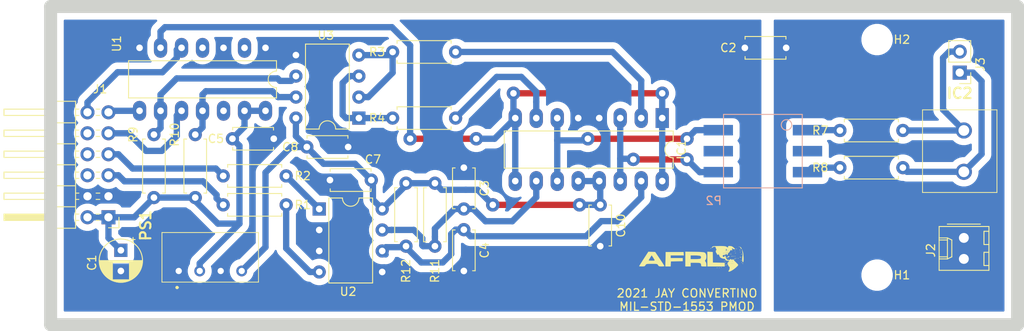
<source format=kicad_pcb>
(kicad_pcb (version 20171130) (host pcbnew 5.1.5+dfsg1-2build2)

  (general
    (thickness 1.6)
    (drawings 5)
    (tracks 197)
    (zones 0)
    (modules 31)
    (nets 35)
  )

  (page USLetter)
  (layers
    (0 F.Cu signal)
    (31 B.Cu signal)
    (32 B.Adhes user)
    (33 F.Adhes user)
    (34 B.Paste user)
    (35 F.Paste user)
    (36 B.SilkS user)
    (37 F.SilkS user)
    (38 B.Mask user)
    (39 F.Mask user)
    (40 Dwgs.User user)
    (41 Cmts.User user)
    (42 Eco1.User user)
    (43 Eco2.User user)
    (44 Edge.Cuts user)
    (45 Margin user)
    (46 B.CrtYd user)
    (47 F.CrtYd user)
    (48 B.Fab user)
    (49 F.Fab user)
  )

  (setup
    (last_trace_width 0.762)
    (trace_clearance 0.7874)
    (zone_clearance 0.8001)
    (zone_45_only no)
    (trace_min 0.2)
    (via_size 1.6256)
    (via_drill 0.7874)
    (via_min_size 0.4)
    (via_min_drill 0.3)
    (uvia_size 0.3)
    (uvia_drill 0.1)
    (uvias_allowed no)
    (uvia_min_size 0.2)
    (uvia_min_drill 0.1)
    (edge_width 1.5748)
    (segment_width 0.2)
    (pcb_text_width 0.3)
    (pcb_text_size 1.5 1.5)
    (mod_edge_width 0.12)
    (mod_text_size 1 1)
    (mod_text_width 0.15)
    (pad_size 2.4 1.6)
    (pad_drill 0.8)
    (pad_to_mask_clearance 0.051)
    (solder_mask_min_width 0.25)
    (aux_axis_origin 0 0)
    (visible_elements FFFFFF7F)
    (pcbplotparams
      (layerselection 0x01000_fffffffe)
      (usegerberextensions false)
      (usegerberattributes false)
      (usegerberadvancedattributes false)
      (creategerberjobfile false)
      (excludeedgelayer true)
      (linewidth 0.100000)
      (plotframeref false)
      (viasonmask false)
      (mode 1)
      (useauxorigin false)
      (hpglpennumber 1)
      (hpglpenspeed 20)
      (hpglpendiameter 15.000000)
      (psnegative false)
      (psa4output false)
      (plotreference true)
      (plotvalue true)
      (plotinvisibletext false)
      (padsonsilk false)
      (subtractmaskfromsilk false)
      (outputformat 1)
      (mirror false)
      (drillshape 0)
      (scaleselection 1)
      (outputdirectory "../gerber/"))
  )

  (net 0 "")
  (net 1 GNDD)
  (net 2 "Net-(C1-Pad1)")
  (net 3 "Net-(C3-Pad2)")
  (net 4 "Net-(C4-Pad1)")
  (net 5 "Net-(J1-Pad8)")
  (net 6 "Net-(J1-Pad7)")
  (net 7 "Net-(P2-Pad5)")
  (net 8 "Net-(P2-Pad3)")
  (net 9 "Net-(P2-Pad2)")
  (net 10 "Net-(P2-Pad1)")
  (net 11 "Net-(J1-Pad6)")
  (net 12 "Net-(J1-Pad5)")
  (net 13 "Net-(J1-Pad12)")
  (net 14 "Net-(J1-Pad10)")
  (net 15 "Net-(R1-Pad1)")
  (net 16 "Net-(R2-Pad1)")
  (net 17 "Net-(IC1-Pad2)")
  (net 18 "Net-(IC1-Pad1)")
  (net 19 "Net-(IC2-Pad2)")
  (net 20 "Net-(IC2-Pad1)")
  (net 21 GNDA)
  (net 22 "Net-(R3-Pad2)")
  (net 23 "Net-(R4-Pad2)")
  (net 24 "Net-(J1-Pad11)")
  (net 25 "Net-(J1-Pad9)")
  (net 26 "Net-(U1-Pad12)")
  (net 27 "Net-(U1-Pad4)")
  (net 28 "Net-(U1-Pad2)")
  (net 29 "Net-(C10-Pad1)")
  (net 30 "Net-(IC1-Pad7)")
  (net 31 "Net-(IC1-Pad14)")
  (net 32 "Net-(IC1-Pad11)")
  (net 33 "Net-(R9-Pad1)")
  (net 34 "Net-(R10-Pad2)")

  (net_class Default "This is the default net class."
    (clearance 0.7874)
    (trace_width 0.762)
    (via_dia 1.6256)
    (via_drill 0.7874)
    (uvia_dia 0.3)
    (uvia_drill 0.1)
    (add_net GNDA)
    (add_net GNDD)
    (add_net "Net-(C1-Pad1)")
    (add_net "Net-(C10-Pad1)")
    (add_net "Net-(C3-Pad2)")
    (add_net "Net-(C4-Pad1)")
    (add_net "Net-(IC1-Pad1)")
    (add_net "Net-(IC1-Pad11)")
    (add_net "Net-(IC1-Pad14)")
    (add_net "Net-(IC1-Pad2)")
    (add_net "Net-(IC1-Pad7)")
    (add_net "Net-(IC2-Pad1)")
    (add_net "Net-(IC2-Pad2)")
    (add_net "Net-(J1-Pad10)")
    (add_net "Net-(J1-Pad11)")
    (add_net "Net-(J1-Pad12)")
    (add_net "Net-(J1-Pad5)")
    (add_net "Net-(J1-Pad6)")
    (add_net "Net-(J1-Pad7)")
    (add_net "Net-(J1-Pad8)")
    (add_net "Net-(J1-Pad9)")
    (add_net "Net-(P2-Pad1)")
    (add_net "Net-(P2-Pad2)")
    (add_net "Net-(P2-Pad3)")
    (add_net "Net-(P2-Pad5)")
    (add_net "Net-(R1-Pad1)")
    (add_net "Net-(R10-Pad2)")
    (add_net "Net-(R2-Pad1)")
    (add_net "Net-(R3-Pad2)")
    (add_net "Net-(R4-Pad2)")
    (add_net "Net-(R9-Pad1)")
    (add_net "Net-(U1-Pad12)")
    (add_net "Net-(U1-Pad2)")
    (add_net "Net-(U1-Pad4)")
  )

  (net_class SMD ""
    (clearance 0.2032)
    (trace_width 0.381)
    (via_dia 0.8)
    (via_drill 0.4)
    (uvia_dia 0.3)
    (uvia_drill 0.1)
  )

  (module Package_DIP:DIP-16_W7.62mm_LongPads (layer F.Cu) (tedit 5A02E8C5) (tstamp 61A562C3)
    (at 168 86.5 270)
    (descr "16-lead though-hole mounted DIP package, row spacing 7.62 mm (300 mils), LongPads")
    (tags "THT DIP DIL PDIP 2.54mm 7.62mm 300mil LongPads")
    (path /61A688A6)
    (fp_text reference IC1 (at 3.81 -2.33 90) (layer F.SilkS)
      (effects (font (size 1 1) (thickness 0.15)))
    )
    (fp_text value ADG413BNZ (at 3.81 20.11 90) (layer F.Fab)
      (effects (font (size 1 1) (thickness 0.15)))
    )
    (fp_text user %R (at 3.81 8.89 90) (layer F.Fab)
      (effects (font (size 1 1) (thickness 0.15)))
    )
    (fp_line (start 9.1 -1.55) (end -1.45 -1.55) (layer F.CrtYd) (width 0.05))
    (fp_line (start 9.1 19.3) (end 9.1 -1.55) (layer F.CrtYd) (width 0.05))
    (fp_line (start -1.45 19.3) (end 9.1 19.3) (layer F.CrtYd) (width 0.05))
    (fp_line (start -1.45 -1.55) (end -1.45 19.3) (layer F.CrtYd) (width 0.05))
    (fp_line (start 6.06 -1.33) (end 4.81 -1.33) (layer F.SilkS) (width 0.12))
    (fp_line (start 6.06 19.11) (end 6.06 -1.33) (layer F.SilkS) (width 0.12))
    (fp_line (start 1.56 19.11) (end 6.06 19.11) (layer F.SilkS) (width 0.12))
    (fp_line (start 1.56 -1.33) (end 1.56 19.11) (layer F.SilkS) (width 0.12))
    (fp_line (start 2.81 -1.33) (end 1.56 -1.33) (layer F.SilkS) (width 0.12))
    (fp_line (start 0.635 -0.27) (end 1.635 -1.27) (layer F.Fab) (width 0.1))
    (fp_line (start 0.635 19.05) (end 0.635 -0.27) (layer F.Fab) (width 0.1))
    (fp_line (start 6.985 19.05) (end 0.635 19.05) (layer F.Fab) (width 0.1))
    (fp_line (start 6.985 -1.27) (end 6.985 19.05) (layer F.Fab) (width 0.1))
    (fp_line (start 1.635 -1.27) (end 6.985 -1.27) (layer F.Fab) (width 0.1))
    (fp_arc (start 3.81 -1.33) (end 2.81 -1.33) (angle -180) (layer F.SilkS) (width 0.12))
    (pad 16 thru_hole oval (at 7.62 0 270) (size 2.4 1.6) (drill 0.8) (layers *.Cu *.Mask)
      (net 18 "Net-(IC1-Pad1)"))
    (pad 8 thru_hole oval (at 0 17.78 270) (size 2.4 1.6) (drill 0.8) (layers *.Cu *.Mask)
      (net 18 "Net-(IC1-Pad1)"))
    (pad 15 thru_hole oval (at 7.62 2.54 270) (size 2.4 1.6) (drill 0.8) (layers *.Cu *.Mask)
      (net 4 "Net-(C4-Pad1)"))
    (pad 7 thru_hole oval (at 0 15.24 270) (size 2.4 1.6) (drill 0.8) (layers *.Cu *.Mask)
      (net 30 "Net-(IC1-Pad7)"))
    (pad 14 thru_hole oval (at 7.62 5.08 270) (size 2.4 1.6) (drill 0.8) (layers *.Cu *.Mask)
      (net 31 "Net-(IC1-Pad14)"))
    (pad 6 thru_hole oval (at 0 12.7 270) (size 2.4 1.6) (drill 0.8) (layers *.Cu *.Mask)
      (net 32 "Net-(IC1-Pad11)"))
    (pad 13 thru_hole oval (at 7.62 7.62 270) (size 2.4 1.6) (drill 0.8) (layers *.Cu *.Mask)
      (net 29 "Net-(C10-Pad1)"))
    (pad 5 thru_hole oval (at 0 10.16 270) (size 2.4 1.6) (drill 0.8) (layers *.Cu *.Mask)
      (net 1 GNDD))
    (pad 12 thru_hole oval (at 7.62 10.16 270) (size 2.4 1.6) (drill 0.8) (layers *.Cu *.Mask)
      (net 29 "Net-(C10-Pad1)"))
    (pad 4 thru_hole oval (at 0 7.62 270) (size 2.4 1.6) (drill 0.8) (layers *.Cu *.Mask)
      (net 1 GNDD))
    (pad 11 thru_hole oval (at 7.62 12.7 270) (size 2.4 1.6) (drill 0.8) (layers *.Cu *.Mask)
      (net 32 "Net-(IC1-Pad11)"))
    (pad 3 thru_hole oval (at 0 5.08 270) (size 2.4 1.6) (drill 0.8) (layers *.Cu *.Mask)
      (net 31 "Net-(IC1-Pad14)"))
    (pad 10 thru_hole oval (at 7.62 15.24 270) (size 2.4 1.6) (drill 0.8) (layers *.Cu *.Mask)
      (net 3 "Net-(C3-Pad2)"))
    (pad 2 thru_hole oval (at 0 2.54 270) (size 2.4 1.6) (drill 0.8) (layers *.Cu *.Mask)
      (net 17 "Net-(IC1-Pad2)"))
    (pad 9 thru_hole oval (at 7.62 17.78 270) (size 2.4 1.6) (drill 0.8) (layers *.Cu *.Mask)
      (net 18 "Net-(IC1-Pad1)"))
    (pad 1 thru_hole rect (at 0 0 270) (size 2.4 1.6) (drill 0.8) (layers *.Cu *.Mask)
      (net 18 "Net-(IC1-Pad1)"))
    (model ${KISYS3DMOD}/Package_DIP.3dshapes/DIP-16_W7.62mm.wrl
      (at (xyz 0 0 0))
      (scale (xyz 1 1 1))
      (rotate (xyz 0 0 0))
    )
  )

  (module Capacitor_THT:C_Disc_D4.7mm_W2.5mm_P5.00mm (layer F.Cu) (tedit 5AE50EF0) (tstamp 61A56283)
    (at 160.5 97 270)
    (descr "C, Disc series, Radial, pin pitch=5.00mm, , diameter*width=4.7*2.5mm^2, Capacitor, http://www.vishay.com/docs/45233/krseries.pdf")
    (tags "C Disc series Radial pin pitch 5.00mm  diameter 4.7mm width 2.5mm Capacitor")
    (path /61B5A15F)
    (fp_text reference C10 (at 2.5 -2.5 90) (layer F.SilkS)
      (effects (font (size 1 1) (thickness 0.15)))
    )
    (fp_text value 100NF (at 2.5 2.5 90) (layer F.Fab)
      (effects (font (size 1 1) (thickness 0.15)))
    )
    (fp_text user %R (at 2.5 0 90) (layer F.Fab)
      (effects (font (size 0.94 0.94) (thickness 0.141)))
    )
    (fp_line (start 6.05 -1.5) (end -1.05 -1.5) (layer F.CrtYd) (width 0.05))
    (fp_line (start 6.05 1.5) (end 6.05 -1.5) (layer F.CrtYd) (width 0.05))
    (fp_line (start -1.05 1.5) (end 6.05 1.5) (layer F.CrtYd) (width 0.05))
    (fp_line (start -1.05 -1.5) (end -1.05 1.5) (layer F.CrtYd) (width 0.05))
    (fp_line (start 4.97 1.055) (end 4.97 1.37) (layer F.SilkS) (width 0.12))
    (fp_line (start 4.97 -1.37) (end 4.97 -1.055) (layer F.SilkS) (width 0.12))
    (fp_line (start 0.03 1.055) (end 0.03 1.37) (layer F.SilkS) (width 0.12))
    (fp_line (start 0.03 -1.37) (end 0.03 -1.055) (layer F.SilkS) (width 0.12))
    (fp_line (start 0.03 1.37) (end 4.97 1.37) (layer F.SilkS) (width 0.12))
    (fp_line (start 0.03 -1.37) (end 4.97 -1.37) (layer F.SilkS) (width 0.12))
    (fp_line (start 4.85 -1.25) (end 0.15 -1.25) (layer F.Fab) (width 0.1))
    (fp_line (start 4.85 1.25) (end 4.85 -1.25) (layer F.Fab) (width 0.1))
    (fp_line (start 0.15 1.25) (end 4.85 1.25) (layer F.Fab) (width 0.1))
    (fp_line (start 0.15 -1.25) (end 0.15 1.25) (layer F.Fab) (width 0.1))
    (pad 2 thru_hole circle (at 5 0 270) (size 1.6 1.6) (drill 0.8) (layers *.Cu *.Mask)
      (net 1 GNDD))
    (pad 1 thru_hole circle (at 0 0 270) (size 1.6 1.6) (drill 0.8) (layers *.Cu *.Mask)
      (net 29 "Net-(C10-Pad1)"))
    (model ${KISYS3DMOD}/Capacitor_THT.3dshapes/C_Disc_D4.7mm_W2.5mm_P5.00mm.wrl
      (at (xyz 0 0 0))
      (scale (xyz 1 1 1))
      (rotate (xyz 0 0 0))
    )
  )

  (module Package_DIP:DIP-14_W7.62mm_LongPads (layer F.Cu) (tedit 610C5D19) (tstamp 61099113)
    (at 120 78 270)
    (descr "14-lead though-hole mounted DIP package, row spacing 7.62 mm (300 mils), LongPads")
    (tags "THT DIP DIL PDIP 2.54mm 7.62mm 300mil LongPads")
    (path /6109BA4C)
    (fp_text reference U1 (at -0.5 18 90) (layer F.SilkS)
      (effects (font (size 1 1) (thickness 0.15)))
    )
    (fp_text value 74HC14 (at 3.81 17.57 90) (layer F.Fab)
      (effects (font (size 1 1) (thickness 0.15)))
    )
    (fp_text user %R (at 3.81 7.62 90) (layer F.Fab)
      (effects (font (size 1 1) (thickness 0.15)))
    )
    (fp_line (start 9.1 -1.55) (end -1.45 -1.55) (layer F.CrtYd) (width 0.05))
    (fp_line (start 9.1 16.8) (end 9.1 -1.55) (layer F.CrtYd) (width 0.05))
    (fp_line (start -1.45 16.8) (end 9.1 16.8) (layer F.CrtYd) (width 0.05))
    (fp_line (start -1.45 -1.55) (end -1.45 16.8) (layer F.CrtYd) (width 0.05))
    (fp_line (start 6.06 -1.33) (end 4.81 -1.33) (layer F.SilkS) (width 0.12))
    (fp_line (start 6.06 16.57) (end 6.06 -1.33) (layer F.SilkS) (width 0.12))
    (fp_line (start 1.56 16.57) (end 6.06 16.57) (layer F.SilkS) (width 0.12))
    (fp_line (start 1.56 -1.33) (end 1.56 16.57) (layer F.SilkS) (width 0.12))
    (fp_line (start 2.81 -1.33) (end 1.56 -1.33) (layer F.SilkS) (width 0.12))
    (fp_line (start 0.635 -0.27) (end 1.635 -1.27) (layer F.Fab) (width 0.1))
    (fp_line (start 0.635 16.51) (end 0.635 -0.27) (layer F.Fab) (width 0.1))
    (fp_line (start 6.985 16.51) (end 0.635 16.51) (layer F.Fab) (width 0.1))
    (fp_line (start 6.985 -1.27) (end 6.985 16.51) (layer F.Fab) (width 0.1))
    (fp_line (start 1.635 -1.27) (end 6.985 -1.27) (layer F.Fab) (width 0.1))
    (fp_arc (start 3.81 -1.33) (end 2.81 -1.33) (angle -180) (layer F.SilkS) (width 0.12))
    (pad 14 thru_hole oval (at 7.62 0 270) (size 2.4 1.6) (drill 0.8) (layers *.Cu *.Mask)
      (net 2 "Net-(C1-Pad1)") (clearance 0.5334))
    (pad 7 thru_hole oval (at 0 15.24 270) (size 2.4 1.6) (drill 0.8) (layers *.Cu *.Mask)
      (net 1 GNDD))
    (pad 13 thru_hole oval (at 7.62 2.54 270) (size 2.4 1.6) (drill 0.8) (layers *.Cu *.Mask)
      (net 2 "Net-(C1-Pad1)"))
    (pad 6 thru_hole oval (at 0 12.7 270) (size 2.4 1.6) (drill 0.8) (layers *.Cu *.Mask)
      (net 18 "Net-(IC1-Pad1)"))
    (pad 12 thru_hole oval (at 7.62 5.08 270) (size 2.4 1.6) (drill 0.8) (layers *.Cu *.Mask)
      (net 26 "Net-(U1-Pad12)"))
    (pad 5 thru_hole oval (at 0 10.16 270) (size 2.4 1.6) (drill 0.8) (layers *.Cu *.Mask)
      (net 13 "Net-(J1-Pad12)"))
    (pad 11 thru_hole oval (at 7.62 7.62 270) (size 2.4 1.6) (drill 0.8) (layers *.Cu *.Mask)
      (net 34 "Net-(R10-Pad2)"))
    (pad 4 thru_hole oval (at 0 7.62 270) (size 2.4 1.6) (drill 0.8) (layers *.Cu *.Mask)
      (net 27 "Net-(U1-Pad4)"))
    (pad 10 thru_hole oval (at 7.62 10.16 270) (size 2.4 1.6) (drill 0.8) (layers *.Cu *.Mask)
      (net 25 "Net-(J1-Pad9)"))
    (pad 3 thru_hole oval (at 0 5.08 270) (size 2.4 1.6) (drill 0.8) (layers *.Cu *.Mask)
      (net 1 GNDD))
    (pad 9 thru_hole oval (at 7.62 12.7 270) (size 2.4 1.6) (drill 0.8) (layers *.Cu *.Mask)
      (net 33 "Net-(R9-Pad1)"))
    (pad 2 thru_hole oval (at 0 2.54 270) (size 2.4 1.6) (drill 0.8) (layers *.Cu *.Mask)
      (net 28 "Net-(U1-Pad2)"))
    (pad 8 thru_hole oval (at 7.62 15.24 270) (size 2.4 1.6) (drill 0.8) (layers *.Cu *.Mask)
      (net 24 "Net-(J1-Pad11)"))
    (pad 1 thru_hole rect (at 0 0 270) (size 2.4 1.6) (drill 0.8) (layers *.Cu *.Mask)
      (net 1 GNDD))
    (model ${KISYS3DMOD}/Package_DIP.3dshapes/DIP-14_W7.62mm.wrl
      (at (xyz 0 0 0))
      (scale (xyz 1 1 1))
      (rotate (xyz 0 0 0))
    )
  )

  (module Capacitor_THT:C_Disc_D4.7mm_W2.5mm_P5.00mm (layer F.Cu) (tedit 5AE50EF0) (tstamp 61098C2B)
    (at 121 89 180)
    (descr "C, Disc series, Radial, pin pitch=5.00mm, , diameter*width=4.7*2.5mm^2, Capacitor, http://www.vishay.com/docs/45233/krseries.pdf")
    (tags "C Disc series Radial pin pitch 5.00mm  diameter 4.7mm width 2.5mm Capacitor")
    (path /610E2A33)
    (fp_text reference C5 (at 7 0) (layer F.SilkS)
      (effects (font (size 1 1) (thickness 0.15)))
    )
    (fp_text value 100NF (at 2.5 2.5) (layer F.Fab)
      (effects (font (size 1 1) (thickness 0.15)))
    )
    (fp_text user %R (at 2.5 0) (layer F.Fab)
      (effects (font (size 0.94 0.94) (thickness 0.141)))
    )
    (fp_line (start 6.05 -1.5) (end -1.05 -1.5) (layer F.CrtYd) (width 0.05))
    (fp_line (start 6.05 1.5) (end 6.05 -1.5) (layer F.CrtYd) (width 0.05))
    (fp_line (start -1.05 1.5) (end 6.05 1.5) (layer F.CrtYd) (width 0.05))
    (fp_line (start -1.05 -1.5) (end -1.05 1.5) (layer F.CrtYd) (width 0.05))
    (fp_line (start 4.97 1.055) (end 4.97 1.37) (layer F.SilkS) (width 0.12))
    (fp_line (start 4.97 -1.37) (end 4.97 -1.055) (layer F.SilkS) (width 0.12))
    (fp_line (start 0.03 1.055) (end 0.03 1.37) (layer F.SilkS) (width 0.12))
    (fp_line (start 0.03 -1.37) (end 0.03 -1.055) (layer F.SilkS) (width 0.12))
    (fp_line (start 0.03 1.37) (end 4.97 1.37) (layer F.SilkS) (width 0.12))
    (fp_line (start 0.03 -1.37) (end 4.97 -1.37) (layer F.SilkS) (width 0.12))
    (fp_line (start 4.85 -1.25) (end 0.15 -1.25) (layer F.Fab) (width 0.1))
    (fp_line (start 4.85 1.25) (end 4.85 -1.25) (layer F.Fab) (width 0.1))
    (fp_line (start 0.15 1.25) (end 4.85 1.25) (layer F.Fab) (width 0.1))
    (fp_line (start 0.15 -1.25) (end 0.15 1.25) (layer F.Fab) (width 0.1))
    (pad 2 thru_hole circle (at 5 0 180) (size 1.6 1.6) (drill 0.8) (layers *.Cu *.Mask)
      (net 2 "Net-(C1-Pad1)"))
    (pad 1 thru_hole circle (at 0 0 180) (size 1.6 1.6) (drill 0.8) (layers *.Cu *.Mask)
      (net 1 GNDD))
    (model ${KISYS3DMOD}/Capacitor_THT.3dshapes/C_Disc_D4.7mm_W2.5mm_P5.00mm.wrl
      (at (xyz 0 0 0))
      (scale (xyz 1 1 1))
      (rotate (xyz 0 0 0))
    )
  )

  (module logos:afrl (layer F.Cu) (tedit 0) (tstamp 6106B9E8)
    (at 171.5 103.5)
    (path /6108267E)
    (fp_text reference L1 (at 0 0) (layer F.SilkS) hide
      (effects (font (size 1.524 1.524) (thickness 0.3)))
    )
    (fp_text value afrl (at 0.75 0) (layer F.SilkS) hide
      (effects (font (size 1.524 1.524) (thickness 0.3)))
    )
    (fp_poly (pts (xy 5.842 -1.42875) (xy 5.81025 -1.397) (xy 5.7785 -1.42875) (xy 5.81025 -1.4605)
      (xy 5.842 -1.42875)) (layer F.SilkS) (width 0.01))
    (fp_poly (pts (xy 2.413 -1.23825) (xy 2.38125 -1.2065) (xy 2.3495 -1.23825) (xy 2.38125 -1.27)
      (xy 2.413 -1.23825)) (layer F.SilkS) (width 0.01))
    (fp_poly (pts (xy 6.00936 -1.369722) (xy 6.057112 -1.303732) (xy 6.116079 -1.192532) (xy 6.114782 -1.143149)
      (xy 6.112738 -1.143) (xy 6.044856 -1.19077) (xy 5.979874 -1.276184) (xy 5.920475 -1.400047)
      (xy 5.937 -1.433615) (xy 6.00936 -1.369722)) (layer F.SilkS) (width 0.01))
    (fp_poly (pts (xy 5.5245 -1.17475) (xy 5.49275 -1.143) (xy 5.461 -1.17475) (xy 5.49275 -1.2065)
      (xy 5.5245 -1.17475)) (layer F.SilkS) (width 0.01))
    (fp_poly (pts (xy 5.947833 -1.058334) (xy 5.939116 -1.020583) (xy 5.9055 -1.016) (xy 5.853232 -1.039234)
      (xy 5.863166 -1.058334) (xy 5.938526 -1.065934) (xy 5.947833 -1.058334)) (layer F.SilkS) (width 0.01))
    (fp_poly (pts (xy 5.334 -0.92075) (xy 5.30225 -0.889) (xy 5.2705 -0.92075) (xy 5.30225 -0.9525)
      (xy 5.334 -0.92075)) (layer F.SilkS) (width 0.01))
    (fp_poly (pts (xy 5.969 -0.79375) (xy 5.93725 -0.762) (xy 5.9055 -0.79375) (xy 5.93725 -0.8255)
      (xy 5.969 -0.79375)) (layer F.SilkS) (width 0.01))
    (fp_poly (pts (xy 5.3975 -0.66675) (xy 5.36575 -0.635) (xy 5.334 -0.66675) (xy 5.36575 -0.6985)
      (xy 5.3975 -0.66675)) (layer F.SilkS) (width 0.01))
    (fp_poly (pts (xy 6.138333 -0.550334) (xy 6.129616 -0.512583) (xy 6.096 -0.508) (xy 6.043732 -0.531234)
      (xy 6.053666 -0.550334) (xy 6.129026 -0.557934) (xy 6.138333 -0.550334)) (layer F.SilkS) (width 0.01))
    (fp_poly (pts (xy 4.8895 -0.53975) (xy 4.85775 -0.508) (xy 4.826 -0.53975) (xy 4.85775 -0.5715)
      (xy 4.8895 -0.53975)) (layer F.SilkS) (width 0.01))
    (fp_poly (pts (xy 4.7625 -0.53975) (xy 4.73075 -0.508) (xy 4.699 -0.53975) (xy 4.73075 -0.5715)
      (xy 4.7625 -0.53975)) (layer F.SilkS) (width 0.01))
    (fp_poly (pts (xy 5.334 -0.28575) (xy 5.30225 -0.254) (xy 5.2705 -0.28575) (xy 5.30225 -0.3175)
      (xy 5.334 -0.28575)) (layer F.SilkS) (width 0.01))
    (fp_poly (pts (xy 5.1435 -0.28575) (xy 5.11175 -0.254) (xy 5.08 -0.28575) (xy 5.11175 -0.3175)
      (xy 5.1435 -0.28575)) (layer F.SilkS) (width 0.01))
    (fp_poly (pts (xy 5.0165 -0.28575) (xy 4.98475 -0.254) (xy 4.953 -0.28575) (xy 4.98475 -0.3175)
      (xy 5.0165 -0.28575)) (layer F.SilkS) (width 0.01))
    (fp_poly (pts (xy 4.8895 -0.28575) (xy 4.85775 -0.254) (xy 4.826 -0.28575) (xy 4.85775 -0.3175)
      (xy 4.8895 -0.28575)) (layer F.SilkS) (width 0.01))
    (fp_poly (pts (xy 6.048375 -0.169055) (xy 6.056352 -0.145878) (xy 5.969 -0.137027) (xy 5.878853 -0.147006)
      (xy 5.889625 -0.169055) (xy 6.019631 -0.177442) (xy 6.048375 -0.169055)) (layer F.SilkS) (width 0.01))
    (fp_poly (pts (xy 4.6355 -0.254) (xy 4.584456 -0.196788) (xy 4.545541 -0.1905) (xy 4.443572 -0.142489)
      (xy 4.423554 -0.111125) (xy 4.393188 -0.074759) (xy 4.387485 -0.09525) (xy 4.417529 -0.20252)
      (xy 4.430097 -0.22225) (xy 4.516535 -0.288552) (xy 4.603355 -0.297852) (xy 4.6355 -0.254)) (layer F.SilkS) (width 0.01))
    (fp_poly (pts (xy 4.296833 -0.169334) (xy 4.304433 -0.093974) (xy 4.296833 -0.084667) (xy 4.259082 -0.093384)
      (xy 4.2545 -0.127) (xy 4.277733 -0.179268) (xy 4.296833 -0.169334)) (layer F.SilkS) (width 0.01))
    (fp_poly (pts (xy 5.715 -0.03175) (xy 5.68325 0) (xy 5.6515 -0.03175) (xy 5.68325 -0.0635)
      (xy 5.715 -0.03175)) (layer F.SilkS) (width 0.01))
    (fp_poly (pts (xy 5.461 -0.03175) (xy 5.42925 0) (xy 5.3975 -0.03175) (xy 5.42925 -0.0635)
      (xy 5.461 -0.03175)) (layer F.SilkS) (width 0.01))
    (fp_poly (pts (xy 5.334 -0.03175) (xy 5.30225 0) (xy 5.2705 -0.03175) (xy 5.30225 -0.0635)
      (xy 5.334 -0.03175)) (layer F.SilkS) (width 0.01))
    (fp_poly (pts (xy 5.312833 0.084666) (xy 5.304116 0.122417) (xy 5.2705 0.127) (xy 5.218232 0.103766)
      (xy 5.228166 0.084666) (xy 5.303526 0.077066) (xy 5.312833 0.084666)) (layer F.SilkS) (width 0.01))
    (fp_poly (pts (xy 4.572 0.09525) (xy 4.54025 0.127) (xy 4.5085 0.09525) (xy 4.54025 0.0635)
      (xy 4.572 0.09525)) (layer F.SilkS) (width 0.01))
    (fp_poly (pts (xy 4.445 0.09525) (xy 4.41325 0.127) (xy 4.3815 0.09525) (xy 4.41325 0.0635)
      (xy 4.445 0.09525)) (layer F.SilkS) (width 0.01))
    (fp_poly (pts (xy 6.096 0.22225) (xy 6.06425 0.254) (xy 6.0325 0.22225) (xy 6.06425 0.1905)
      (xy 6.096 0.22225)) (layer F.SilkS) (width 0.01))
    (fp_poly (pts (xy 4.064 0.28575) (xy 4.03225 0.3175) (xy 4.0005 0.28575) (xy 4.03225 0.254)
      (xy 4.064 0.28575)) (layer F.SilkS) (width 0.01))
    (fp_poly (pts (xy 6.251153 -0.85725) (xy 6.290778 -0.691054) (xy 6.320255 -0.466434) (xy 6.338709 -0.214499)
      (xy 6.345268 0.03364) (xy 6.339058 0.246875) (xy 6.319204 0.394096) (xy 6.287709 0.4445)
      (xy 6.226387 0.39088) (xy 6.188228 0.296317) (xy 6.173203 0.140289) (xy 6.181169 -0.067911)
      (xy 6.188387 -0.132308) (xy 6.216084 -0.345405) (xy 6.228459 -0.483765) (xy 6.226335 -0.59862)
      (xy 6.210533 -0.741204) (xy 6.199515 -0.8255) (xy 6.162067 -1.11125) (xy 6.251153 -0.85725)) (layer F.SilkS) (width 0.01))
    (fp_poly (pts (xy 6.1595 0.47625) (xy 6.12775 0.508) (xy 6.096 0.47625) (xy 6.12775 0.4445)
      (xy 6.1595 0.47625)) (layer F.SilkS) (width 0.01))
    (fp_poly (pts (xy 4.191 0.47625) (xy 4.15925 0.508) (xy 4.1275 0.47625) (xy 4.15925 0.4445)
      (xy 4.191 0.47625)) (layer F.SilkS) (width 0.01))
    (fp_poly (pts (xy 6.2865 0.60325) (xy 6.25475 0.635) (xy 6.223 0.60325) (xy 6.25475 0.5715)
      (xy 6.2865 0.60325)) (layer F.SilkS) (width 0.01))
    (fp_poly (pts (xy 4.296833 0.719666) (xy 4.304433 0.795026) (xy 4.296833 0.804333) (xy 4.259082 0.795616)
      (xy 4.2545 0.762) (xy 4.277733 0.709732) (xy 4.296833 0.719666)) (layer F.SilkS) (width 0.01))
    (fp_poly (pts (xy 4.191 0.79375) (xy 4.15925 0.8255) (xy 4.1275 0.79375) (xy 4.15925 0.762)
      (xy 4.191 0.79375)) (layer F.SilkS) (width 0.01))
    (fp_poly (pts (xy 2.292894 -0.812944) (xy 2.617288 -0.79375) (xy 2.63525 0.47625) (xy 3.349625 0.494204)
      (xy 4.064 0.512159) (xy 4.064 0.9525) (xy 1.9685 0.9525) (xy 1.9685 -0.832137)
      (xy 2.292894 -0.812944)) (layer F.SilkS) (width 0.01))
    (fp_poly (pts (xy 0.437978 -0.814768) (xy 0.850583 -0.805882) (xy 1.1555 -0.795275) (xy 1.372042 -0.780787)
      (xy 1.519521 -0.760261) (xy 1.617248 -0.731536) (xy 1.684537 -0.692454) (xy 1.707978 -0.672784)
      (xy 1.80027 -0.51854) (xy 1.843429 -0.301453) (xy 1.835492 -0.074155) (xy 1.774495 0.110722)
      (xy 1.738928 0.156999) (xy 1.670621 0.244767) (xy 1.695615 0.322125) (xy 1.738928 0.37291)
      (xy 1.808435 0.511781) (xy 1.841136 0.699317) (xy 1.8415 0.719375) (xy 1.8415 0.9525)
      (xy 1.524 0.9525) (xy 1.332871 0.945452) (xy 1.237603 0.916448) (xy 1.207461 0.853698)
      (xy 1.2065 0.830693) (xy 1.19784 0.687309) (xy 1.156997 0.594047) (xy 1.061676 0.540225)
      (xy 0.889582 0.515161) (xy 0.618419 0.508174) (xy 0.532956 0.508) (xy -0.0635 0.508)
      (xy -0.0635 0.9525) (xy -0.6985 0.9525) (xy -0.6985 0.0635) (xy -0.0635 0.0635)
      (xy 0.471056 0.0635) (xy 0.729858 0.059097) (xy 0.947013 0.047392) (xy 1.085423 0.030636)
      (xy 1.106056 0.024956) (xy 1.185586 -0.062082) (xy 1.2065 -0.158138) (xy 1.186366 -0.25266)
      (xy 1.113349 -0.316722) (xy 0.968522 -0.355725) (xy 0.73296 -0.375069) (xy 0.428625 -0.380133)
      (xy -0.0635 -0.381) (xy -0.0635 0.0635) (xy -0.6985 0.0635) (xy -0.6985 -0.835785)
      (xy 0.437978 -0.814768)) (layer F.SilkS) (width 0.01))
    (fp_poly (pts (xy -0.880954 -0.381) (xy -2.4765 -0.381) (xy -2.4765 -0.0635) (xy -1.016 -0.0635)
      (xy -1.016 0.31334) (xy -2.44475 0.34925) (xy -2.464105 0.650875) (xy -2.483459 0.9525)
      (xy -3.115084 0.9525) (xy -3.07975 -0.79375) (xy -0.92075 -0.79375) (xy -0.880954 -0.381)) (layer F.SilkS) (width 0.01))
    (fp_poly (pts (xy -4.34975 -0.79375) (xy -3.794125 0.029365) (xy -3.603675 0.314547) (xy -3.441359 0.563408)
      (xy -3.319374 0.756782) (xy -3.249914 0.875503) (xy -3.2385 0.90249) (xy -3.295835 0.930251)
      (xy -3.44331 0.94841) (xy -3.57702 0.9525) (xy -3.782206 0.944785) (xy -3.901367 0.911508)
      (xy -3.975058 0.837465) (xy -4.0005 0.79375) (xy -4.043893 0.723405) (xy -4.100643 0.677666)
      (xy -4.196135 0.651245) (xy -4.355755 0.638853) (xy -4.604888 0.635201) (xy -4.7625 0.635)
      (xy -5.063229 0.636347) (xy -5.262346 0.643913) (xy -5.385236 0.662989) (xy -5.457285 0.698861)
      (xy -5.503877 0.756818) (xy -5.524501 0.79375) (xy -5.591411 0.888036) (xy -5.687809 0.935565)
      (xy -5.854248 0.95154) (xy -5.947981 0.9525) (xy -6.135919 0.94664) (xy -6.258837 0.931567)
      (xy -6.2865 0.91791) (xy -6.25365 0.855613) (xy -6.16287 0.70576) (xy -6.025816 0.487034)
      (xy -5.856664 0.222062) (xy -5.1435 0.222062) (xy -5.085778 0.238866) (xy -4.935673 0.250435)
      (xy -4.760266 0.254) (xy -4.549978 0.251773) (xy -4.442784 0.237715) (xy -4.414781 0.200753)
      (xy -4.442066 0.129818) (xy -4.45177 0.111125) (xy -4.54259 -0.044191) (xy -4.65333 -0.212698)
      (xy -4.780153 -0.393646) (xy -4.961827 -0.10176) (xy -5.062791 0.065877) (xy -5.128754 0.1858)
      (xy -5.1435 0.222062) (xy -5.856664 0.222062) (xy -5.854146 0.218118) (xy -5.730875 0.02735)
      (xy -5.17525 -0.82862) (xy -4.34975 -0.79375)) (layer F.SilkS) (width 0.01))
    (fp_poly (pts (xy 3.683 1.04775) (xy 3.65125 1.0795) (xy 3.6195 1.04775) (xy 3.65125 1.016)
      (xy 3.683 1.04775)) (layer F.SilkS) (width 0.01))
    (fp_poly (pts (xy 3.429 1.11125) (xy 3.39725 1.143) (xy 3.3655 1.11125) (xy 3.39725 1.0795)
      (xy 3.429 1.11125)) (layer F.SilkS) (width 0.01))
    (fp_poly (pts (xy 3.175 1.11125) (xy 3.14325 1.143) (xy 3.1115 1.11125) (xy 3.14325 1.0795)
      (xy 3.175 1.11125)) (layer F.SilkS) (width 0.01))
    (fp_poly (pts (xy 4.900392 -1.494263) (xy 5.083387 -1.386536) (xy 5.1435 -1.3335) (xy 5.34743 -1.143)
      (xy 5.178217 -1.143) (xy 5.06673 -1.162288) (xy 5.0478 -1.205773) (xy 5.036914 -1.240612)
      (xy 4.975383 -1.22587) (xy 4.914794 -1.181851) (xy 4.936768 -1.158994) (xy 4.981861 -1.090081)
      (xy 4.973767 -1.042027) (xy 4.918295 -0.984814) (xy 4.856743 -1.016836) (xy 4.785956 -1.035691)
      (xy 4.71788 -0.950648) (xy 4.691935 -0.896036) (xy 4.623551 -0.775324) (xy 4.56846 -0.733195)
      (xy 4.564711 -0.734755) (xy 4.516071 -0.70094) (xy 4.453142 -0.58272) (xy 4.442317 -0.55555)
      (xy 4.385662 -0.432145) (xy 4.349492 -0.42394) (xy 4.336225 -0.460376) (xy 4.284954 -0.549546)
      (xy 4.221038 -0.569365) (xy 4.191 -0.508) (xy 4.13582 -0.463415) (xy 4.00287 -0.444505)
      (xy 4.0005 -0.4445) (xy 3.861059 -0.424543) (xy 3.811965 -0.350284) (xy 3.81 -0.3175)
      (xy 3.853663 -0.212507) (xy 3.943793 -0.190501) (xy 4.041744 -0.219534) (xy 4.042277 -0.282517)
      (xy 4.045095 -0.346948) (xy 4.098983 -0.339223) (xy 4.170455 -0.255273) (xy 4.191 -0.151957)
      (xy 4.213618 -0.035911) (xy 4.2545 0) (xy 4.310835 0.051432) (xy 4.318 0.09525)
      (xy 4.374796 0.170869) (xy 4.5085 0.1905) (xy 4.642256 0.172106) (xy 4.698985 0.12779)
      (xy 4.699 0.127) (xy 4.750432 0.070664) (xy 4.79425 0.0635) (xy 4.878753 0.097788)
      (xy 4.8895 0.127) (xy 4.938315 0.188059) (xy 4.956747 0.1905) (xy 4.998303 0.155075)
      (xy 4.99129 0.137583) (xy 5.010716 0.091199) (xy 5.051043 0.084666) (xy 5.118648 0.098565)
      (xy 5.117242 0.110924) (xy 5.146213 0.164162) (xy 5.247085 0.279784) (xy 5.398715 0.433738)
      (xy 5.413891 0.448422) (xy 5.580653 0.611823) (xy 5.66827 0.714662) (xy 5.689101 0.784451)
      (xy 5.655505 0.848696) (xy 5.614774 0.895568) (xy 5.424372 1.083483) (xy 5.209792 1.25764)
      (xy 4.992131 1.405953) (xy 4.792485 1.516338) (xy 4.631949 1.576711) (xy 4.531618 1.574987)
      (xy 4.5085 1.529291) (xy 4.55554 1.452866) (xy 4.561934 1.449916) (xy 4.609344 1.379131)
      (xy 4.652969 1.235241) (xy 4.65608 1.219958) (xy 4.668267 1.058959) (xy 4.617455 0.981767)
      (xy 4.602645 0.975039) (xy 4.518946 0.89484) (xy 4.5085 0.850456) (xy 4.480945 0.770263)
      (xy 4.460875 0.761955) (xy 4.421871 0.707382) (xy 4.4041 0.60325) (xy 4.5085 0.60325)
      (xy 4.54025 0.635) (xy 4.572 0.60325) (xy 4.826 0.60325) (xy 4.85775 0.635)
      (xy 4.8895 0.60325) (xy 5.0165 0.60325) (xy 5.04825 0.635) (xy 5.08 0.60325)
      (xy 5.04825 0.5715) (xy 5.0165 0.60325) (xy 4.8895 0.60325) (xy 4.85775 0.5715)
      (xy 4.826 0.60325) (xy 4.572 0.60325) (xy 4.54025 0.5715) (xy 4.5085 0.60325)
      (xy 4.4041 0.60325) (xy 4.404092 0.603205) (xy 4.427266 0.476617) (xy 4.483467 0.4445)
      (xy 4.560155 0.392981) (xy 4.570285 0.34925) (xy 4.6355 0.34925) (xy 4.66725 0.381)
      (xy 4.699 0.34925) (xy 4.953 0.34925) (xy 4.98475 0.381) (xy 5.0165 0.34925)
      (xy 4.98475 0.3175) (xy 4.953 0.34925) (xy 4.699 0.34925) (xy 4.66725 0.3175)
      (xy 4.6355 0.34925) (xy 4.570285 0.34925) (xy 4.572 0.341847) (xy 4.535844 0.268907)
      (xy 4.415171 0.269174) (xy 4.310814 0.273633) (xy 4.291919 0.244826) (xy 4.280746 0.193071)
      (xy 4.263539 0.1905) (xy 4.179597 0.231043) (xy 4.174948 0.238125) (xy 4.163653 0.234241)
      (xy 4.171808 0.195576) (xy 4.146097 0.085907) (xy 4.015987 0.017622) (xy 3.867341 0.000972)
      (xy 3.74268 -0.02733) (xy 3.605563 -0.094314) (xy 3.495069 -0.17496) (xy 3.450275 -0.244246)
      (xy 3.457561 -0.261396) (xy 3.451399 -0.28575) (xy 3.556 -0.28575) (xy 3.58775 -0.254)
      (xy 3.6195 -0.28575) (xy 3.58775 -0.3175) (xy 3.556 -0.28575) (xy 3.451399 -0.28575)
      (xy 3.441781 -0.323762) (xy 3.367611 -0.438834) (xy 3.362569 -0.445449) (xy 3.280637 -0.53083)
      (xy 3.240637 -0.53092) (xy 3.239911 -0.523875) (xy 3.196075 -0.450089) (xy 3.171252 -0.4445)
      (xy 3.131049 -0.481942) (xy 3.138803 -0.500806) (xy 3.132711 -0.53975) (xy 3.429 -0.53975)
      (xy 3.46075 -0.508) (xy 3.4925 -0.53975) (xy 3.46075 -0.5715) (xy 3.429 -0.53975)
      (xy 3.132711 -0.53975) (xy 3.126156 -0.581641) (xy 3.07905 -0.635581) (xy 3.058893 -0.66675)
      (xy 3.8735 -0.66675) (xy 3.90525 -0.635) (xy 3.937 -0.66675) (xy 4.0005 -0.66675)
      (xy 4.03225 -0.635) (xy 4.064 -0.66675) (xy 4.1275 -0.66675) (xy 4.15925 -0.635)
      (xy 4.191 -0.66675) (xy 4.15925 -0.6985) (xy 4.2545 -0.6985) (xy 4.277733 -0.646233)
      (xy 4.296833 -0.656167) (xy 4.301102 -0.6985) (xy 4.3815 -0.6985) (xy 4.404733 -0.646233)
      (xy 4.423833 -0.656167) (xy 4.431433 -0.731527) (xy 4.423833 -0.740834) (xy 4.386082 -0.732117)
      (xy 4.3815 -0.6985) (xy 4.301102 -0.6985) (xy 4.304433 -0.731527) (xy 4.296833 -0.740834)
      (xy 4.259082 -0.732117) (xy 4.2545 -0.6985) (xy 4.15925 -0.6985) (xy 4.1275 -0.66675)
      (xy 4.064 -0.66675) (xy 4.03225 -0.6985) (xy 4.0005 -0.66675) (xy 3.937 -0.66675)
      (xy 3.90525 -0.6985) (xy 3.8735 -0.66675) (xy 3.058893 -0.66675) (xy 3.013657 -0.736698)
      (xy 2.986288 -0.867863) (xy 2.99329 -0.92075) (xy 4.1275 -0.92075) (xy 4.15925 -0.889)
      (xy 4.191 -0.92075) (xy 4.15925 -0.9525) (xy 4.1275 -0.92075) (xy 2.99329 -0.92075)
      (xy 3.000834 -0.977721) (xy 3.050234 -1.016001) (xy 3.07667 -1.061147) (xy 3.054079 -1.116444)
      (xy 4.191 -1.116444) (xy 4.214562 -1.025495) (xy 4.263155 -0.926977) (xy 4.299837 -0.889)
      (xy 4.306285 -0.92075) (xy 4.3815 -0.92075) (xy 4.41325 -0.889) (xy 4.445 -0.92075)
      (xy 4.5085 -0.92075) (xy 4.54025 -0.889) (xy 4.572 -0.92075) (xy 4.54025 -0.9525)
      (xy 4.5085 -0.92075) (xy 4.445 -0.92075) (xy 4.41325 -0.9525) (xy 4.3815 -0.92075)
      (xy 4.306285 -0.92075) (xy 4.30947 -0.93643) (xy 4.296611 -0.980148) (xy 4.305774 -1.076638)
      (xy 4.337442 -1.102135) (xy 4.352532 -1.129274) (xy 4.302125 -1.137987) (xy 4.207796 -1.129682)
      (xy 4.191 -1.116444) (xy 3.054079 -1.116444) (xy 3.036743 -1.158876) (xy 2.981019 -1.282279)
      (xy 2.969719 -1.345506) (xy 2.938573 -1.406374) (xy 2.835731 -1.430879) (xy 2.712206 -1.4154)
      (xy 2.630519 -1.369591) (xy 2.527343 -1.281841) (xy 2.496581 -1.29329) (xy 2.536811 -1.391042)
      (xy 2.576645 -1.442723) (xy 2.645818 -1.477786) (xy 2.767032 -1.499747) (xy 2.962989 -1.512121)
      (xy 3.256391 -1.518426) (xy 3.367369 -1.519665) (xy 3.722222 -1.519165) (xy 3.972529 -1.508)
      (xy 4.14046 -1.48398) (xy 4.248186 -1.444914) (xy 4.271453 -1.430373) (xy 4.41727 -1.345844)
      (xy 4.47986 -1.353882) (xy 4.467963 -1.42875) (xy 4.47092 -1.491214) (xy 4.559399 -1.519272)
      (xy 4.68549 -1.524) (xy 4.900392 -1.494263)) (layer F.SilkS) (width 0.01))
  )

  (module Connector_PinHeader_2.54mm:PinHeader_1x02_P2.54mm_Vertical (layer F.Cu) (tedit 59FED5CC) (tstamp 60DD2034)
    (at 204 81 180)
    (descr "Through hole straight pin header, 1x02, 2.54mm pitch, single row")
    (tags "Through hole pin header THT 1x02 2.54mm single row")
    (path /60DD4A71)
    (fp_text reference J3 (at -2.5 1 90) (layer F.SilkS)
      (effects (font (size 1 1) (thickness 0.15)))
    )
    (fp_text value Conn_01x02 (at 0 4.87) (layer F.Fab)
      (effects (font (size 1 1) (thickness 0.15)))
    )
    (fp_text user %R (at 0 1.27 90) (layer F.Fab)
      (effects (font (size 1 1) (thickness 0.15)))
    )
    (fp_line (start 1.8 -1.8) (end -1.8 -1.8) (layer F.CrtYd) (width 0.05))
    (fp_line (start 1.8 4.35) (end 1.8 -1.8) (layer F.CrtYd) (width 0.05))
    (fp_line (start -1.8 4.35) (end 1.8 4.35) (layer F.CrtYd) (width 0.05))
    (fp_line (start -1.8 -1.8) (end -1.8 4.35) (layer F.CrtYd) (width 0.05))
    (fp_line (start -1.33 -1.33) (end 0 -1.33) (layer F.SilkS) (width 0.12))
    (fp_line (start -1.33 0) (end -1.33 -1.33) (layer F.SilkS) (width 0.12))
    (fp_line (start -1.33 1.27) (end 1.33 1.27) (layer F.SilkS) (width 0.12))
    (fp_line (start 1.33 1.27) (end 1.33 3.87) (layer F.SilkS) (width 0.12))
    (fp_line (start -1.33 1.27) (end -1.33 3.87) (layer F.SilkS) (width 0.12))
    (fp_line (start -1.33 3.87) (end 1.33 3.87) (layer F.SilkS) (width 0.12))
    (fp_line (start -1.27 -0.635) (end -0.635 -1.27) (layer F.Fab) (width 0.1))
    (fp_line (start -1.27 3.81) (end -1.27 -0.635) (layer F.Fab) (width 0.1))
    (fp_line (start 1.27 3.81) (end -1.27 3.81) (layer F.Fab) (width 0.1))
    (fp_line (start 1.27 -1.27) (end 1.27 3.81) (layer F.Fab) (width 0.1))
    (fp_line (start -0.635 -1.27) (end 1.27 -1.27) (layer F.Fab) (width 0.1))
    (pad 2 thru_hole oval (at 0 2.54 180) (size 1.7 1.7) (drill 1) (layers *.Cu *.Mask)
      (net 19 "Net-(IC2-Pad2)"))
    (pad 1 thru_hole rect (at 0 0 180) (size 1.7 1.7) (drill 1) (layers *.Cu *.Mask)
      (net 20 "Net-(IC2-Pad1)"))
    (model ${KISYS3DMOD}/Connector_PinHeader_2.54mm.3dshapes/PinHeader_1x02_P2.54mm_Vertical.wrl
      (at (xyz 0 0 0))
      (scale (xyz 1 1 1))
      (rotate (xyz 0 0 0))
    )
  )

  (module Connector_Molex:Molex_KK-254_AE-6410-02A_1x02_P2.54mm_Vertical (layer F.Cu) (tedit 5B78013E) (tstamp 60CCAED5)
    (at 204.5 101 270)
    (descr "Molex KK-254 Interconnect System, old/engineering part number: AE-6410-02A example for new part number: 22-27-2021, 2 Pins (http://www.molex.com/pdm_docs/sd/022272021_sd.pdf), generated with kicad-footprint-generator")
    (tags "connector Molex KK-254 side entry")
    (path /60CE0D1D)
    (fp_text reference J2 (at 1.5 4 90) (layer F.SilkS)
      (effects (font (size 1 1) (thickness 0.15)))
    )
    (fp_text value Conn_01x02 (at 1.27 4.08 90) (layer F.Fab)
      (effects (font (size 1 1) (thickness 0.15)))
    )
    (fp_text user %R (at 1.27 -2.22 90) (layer F.Fab)
      (effects (font (size 1 1) (thickness 0.15)))
    )
    (fp_line (start 4.31 -3.42) (end -1.77 -3.42) (layer F.CrtYd) (width 0.05))
    (fp_line (start 4.31 3.38) (end 4.31 -3.42) (layer F.CrtYd) (width 0.05))
    (fp_line (start -1.77 3.38) (end 4.31 3.38) (layer F.CrtYd) (width 0.05))
    (fp_line (start -1.77 -3.42) (end -1.77 3.38) (layer F.CrtYd) (width 0.05))
    (fp_line (start 3.34 -2.43) (end 3.34 -3.03) (layer F.SilkS) (width 0.12))
    (fp_line (start 1.74 -2.43) (end 3.34 -2.43) (layer F.SilkS) (width 0.12))
    (fp_line (start 1.74 -3.03) (end 1.74 -2.43) (layer F.SilkS) (width 0.12))
    (fp_line (start 0.8 -2.43) (end 0.8 -3.03) (layer F.SilkS) (width 0.12))
    (fp_line (start -0.8 -2.43) (end 0.8 -2.43) (layer F.SilkS) (width 0.12))
    (fp_line (start -0.8 -3.03) (end -0.8 -2.43) (layer F.SilkS) (width 0.12))
    (fp_line (start 2.29 2.99) (end 2.29 1.99) (layer F.SilkS) (width 0.12))
    (fp_line (start 0.25 2.99) (end 0.25 1.99) (layer F.SilkS) (width 0.12))
    (fp_line (start 2.29 1.46) (end 2.54 1.99) (layer F.SilkS) (width 0.12))
    (fp_line (start 0.25 1.46) (end 2.29 1.46) (layer F.SilkS) (width 0.12))
    (fp_line (start 0 1.99) (end 0.25 1.46) (layer F.SilkS) (width 0.12))
    (fp_line (start 2.54 1.99) (end 2.54 2.99) (layer F.SilkS) (width 0.12))
    (fp_line (start 0 1.99) (end 2.54 1.99) (layer F.SilkS) (width 0.12))
    (fp_line (start 0 2.99) (end 0 1.99) (layer F.SilkS) (width 0.12))
    (fp_line (start -0.562893 0) (end -1.27 0.5) (layer F.Fab) (width 0.1))
    (fp_line (start -1.27 -0.5) (end -0.562893 0) (layer F.Fab) (width 0.1))
    (fp_line (start -1.67 -2) (end -1.67 2) (layer F.SilkS) (width 0.12))
    (fp_line (start 3.92 -3.03) (end -1.38 -3.03) (layer F.SilkS) (width 0.12))
    (fp_line (start 3.92 2.99) (end 3.92 -3.03) (layer F.SilkS) (width 0.12))
    (fp_line (start -1.38 2.99) (end 3.92 2.99) (layer F.SilkS) (width 0.12))
    (fp_line (start -1.38 -3.03) (end -1.38 2.99) (layer F.SilkS) (width 0.12))
    (fp_line (start 3.81 -2.92) (end -1.27 -2.92) (layer F.Fab) (width 0.1))
    (fp_line (start 3.81 2.88) (end 3.81 -2.92) (layer F.Fab) (width 0.1))
    (fp_line (start -1.27 2.88) (end 3.81 2.88) (layer F.Fab) (width 0.1))
    (fp_line (start -1.27 -2.92) (end -1.27 2.88) (layer F.Fab) (width 0.1))
    (pad 2 thru_hole oval (at 2.54 0 270) (size 1.74 2.2) (drill 1.2) (layers *.Cu *.Mask)
      (net 21 GNDA))
    (pad 1 thru_hole roundrect (at 0 0 270) (size 1.74 2.2) (drill 1.2) (layers *.Cu *.Mask) (roundrect_rratio 0.143678)
      (net 21 GNDA))
    (model ${KISYS3DMOD}/Connector_Molex.3dshapes/Molex_KK-254_AE-6410-02A_1x02_P2.54mm_Vertical.wrl
      (at (xyz 0 0 0))
      (scale (xyz 1 1 1))
      (rotate (xyz 0 0 0))
    )
  )

  (module Capacitor_THT:C_Disc_D4.7mm_W2.5mm_P5.00mm (layer F.Cu) (tedit 5AE50EF0) (tstamp 60CCAC04)
    (at 183 78 180)
    (descr "C, Disc series, Radial, pin pitch=5.00mm, , diameter*width=4.7*2.5mm^2, Capacitor, http://www.vishay.com/docs/45233/krseries.pdf")
    (tags "C Disc series Radial pin pitch 5.00mm  diameter 4.7mm width 2.5mm Capacitor")
    (path /60CDE55C)
    (fp_text reference C2 (at 7 0) (layer F.SilkS)
      (effects (font (size 1 1) (thickness 0.15)))
    )
    (fp_text value 1NF (at 2.5 2.5) (layer F.Fab)
      (effects (font (size 1 1) (thickness 0.15)))
    )
    (fp_text user %R (at 2.5 0) (layer F.Fab)
      (effects (font (size 0.94 0.94) (thickness 0.141)))
    )
    (fp_line (start 6.05 -1.5) (end -1.05 -1.5) (layer F.CrtYd) (width 0.05))
    (fp_line (start 6.05 1.5) (end 6.05 -1.5) (layer F.CrtYd) (width 0.05))
    (fp_line (start -1.05 1.5) (end 6.05 1.5) (layer F.CrtYd) (width 0.05))
    (fp_line (start -1.05 -1.5) (end -1.05 1.5) (layer F.CrtYd) (width 0.05))
    (fp_line (start 4.97 1.055) (end 4.97 1.37) (layer F.SilkS) (width 0.12))
    (fp_line (start 4.97 -1.37) (end 4.97 -1.055) (layer F.SilkS) (width 0.12))
    (fp_line (start 0.03 1.055) (end 0.03 1.37) (layer F.SilkS) (width 0.12))
    (fp_line (start 0.03 -1.37) (end 0.03 -1.055) (layer F.SilkS) (width 0.12))
    (fp_line (start 0.03 1.37) (end 4.97 1.37) (layer F.SilkS) (width 0.12))
    (fp_line (start 0.03 -1.37) (end 4.97 -1.37) (layer F.SilkS) (width 0.12))
    (fp_line (start 4.85 -1.25) (end 0.15 -1.25) (layer F.Fab) (width 0.1))
    (fp_line (start 4.85 1.25) (end 4.85 -1.25) (layer F.Fab) (width 0.1))
    (fp_line (start 0.15 1.25) (end 4.85 1.25) (layer F.Fab) (width 0.1))
    (fp_line (start 0.15 -1.25) (end 0.15 1.25) (layer F.Fab) (width 0.1))
    (pad 2 thru_hole circle (at 5 0 180) (size 1.6 1.6) (drill 0.8) (layers *.Cu *.Mask)
      (net 1 GNDD))
    (pad 1 thru_hole circle (at 0 0 180) (size 1.6 1.6) (drill 0.8) (layers *.Cu *.Mask)
      (net 21 GNDA))
    (model ${KISYS3DMOD}/Capacitor_THT.3dshapes/C_Disc_D4.7mm_W2.5mm_P5.00mm.wrl
      (at (xyz 0 0 0))
      (scale (xyz 1 1 1))
      (rotate (xyz 0 0 0))
    )
  )

  (module MountingHole:MountingHole_2.2mm_M2_DIN965 (layer F.Cu) (tedit 56D1B4CB) (tstamp 60CC967B)
    (at 194 77)
    (descr "Mounting Hole 2.2mm, no annular, M2, DIN965")
    (tags "mounting hole 2.2mm no annular m2 din965")
    (path /60CCBB54)
    (attr virtual)
    (fp_text reference H2 (at 3 0) (layer F.SilkS)
      (effects (font (size 1 1) (thickness 0.15)))
    )
    (fp_text value MountingHole (at -8 0) (layer F.Fab)
      (effects (font (size 1 1) (thickness 0.15)))
    )
    (fp_circle (center 0 0) (end 2.15 0) (layer F.CrtYd) (width 0.05))
    (fp_circle (center 0 0) (end 1.9 0) (layer Cmts.User) (width 0.15))
    (fp_text user %R (at 0.3 0) (layer F.Fab)
      (effects (font (size 1 1) (thickness 0.15)))
    )
    (pad 1 np_thru_hole circle (at 0 0) (size 2.2 2.2) (drill 2.2) (layers *.Cu *.Mask))
  )

  (module MountingHole:MountingHole_2.2mm_M2_DIN965 (layer F.Cu) (tedit 56D1B4CB) (tstamp 60CC9673)
    (at 194 105.5)
    (descr "Mounting Hole 2.2mm, no annular, M2, DIN965")
    (tags "mounting hole 2.2mm no annular m2 din965")
    (path /60CCB657)
    (attr virtual)
    (fp_text reference H1 (at 3 0) (layer F.SilkS)
      (effects (font (size 1 1) (thickness 0.15)))
    )
    (fp_text value MountingHole (at -8 0) (layer F.Fab)
      (effects (font (size 1 1) (thickness 0.15)))
    )
    (fp_circle (center 0 0) (end 2.15 0) (layer F.CrtYd) (width 0.05))
    (fp_circle (center 0 0) (end 1.9 0) (layer Cmts.User) (width 0.15))
    (fp_text user %R (at 0.3 0) (layer F.Fab)
      (effects (font (size 1 1) (thickness 0.15)))
    )
    (pad 1 np_thru_hole circle (at 0 0) (size 2.2 2.2) (drill 2.2) (layers *.Cu *.Mask))
  )

  (module Capacitor_THT:C_Disc_D4.7mm_W2.5mm_P5.00mm (layer F.Cu) (tedit 5AE50EF0) (tstamp 60CAB0C9)
    (at 125 90)
    (descr "C, Disc series, Radial, pin pitch=5.00mm, , diameter*width=4.7*2.5mm^2, Capacitor, http://www.vishay.com/docs/45233/krseries.pdf")
    (tags "C Disc series Radial pin pitch 5.00mm  diameter 4.7mm width 2.5mm Capacitor")
    (path /60D39087)
    (fp_text reference C8 (at -2 0) (layer F.SilkS)
      (effects (font (size 1 1) (thickness 0.15)))
    )
    (fp_text value 100NF (at 2.5 2.5) (layer F.Fab)
      (effects (font (size 1 1) (thickness 0.15)))
    )
    (fp_text user %R (at 2.5 0) (layer F.Fab)
      (effects (font (size 0.94 0.94) (thickness 0.141)))
    )
    (fp_line (start 6.05 -1.5) (end -1.05 -1.5) (layer F.CrtYd) (width 0.05))
    (fp_line (start 6.05 1.5) (end 6.05 -1.5) (layer F.CrtYd) (width 0.05))
    (fp_line (start -1.05 1.5) (end 6.05 1.5) (layer F.CrtYd) (width 0.05))
    (fp_line (start -1.05 -1.5) (end -1.05 1.5) (layer F.CrtYd) (width 0.05))
    (fp_line (start 4.97 1.055) (end 4.97 1.37) (layer F.SilkS) (width 0.12))
    (fp_line (start 4.97 -1.37) (end 4.97 -1.055) (layer F.SilkS) (width 0.12))
    (fp_line (start 0.03 1.055) (end 0.03 1.37) (layer F.SilkS) (width 0.12))
    (fp_line (start 0.03 -1.37) (end 0.03 -1.055) (layer F.SilkS) (width 0.12))
    (fp_line (start 0.03 1.37) (end 4.97 1.37) (layer F.SilkS) (width 0.12))
    (fp_line (start 0.03 -1.37) (end 4.97 -1.37) (layer F.SilkS) (width 0.12))
    (fp_line (start 4.85 -1.25) (end 0.15 -1.25) (layer F.Fab) (width 0.1))
    (fp_line (start 4.85 1.25) (end 4.85 -1.25) (layer F.Fab) (width 0.1))
    (fp_line (start 0.15 1.25) (end 4.85 1.25) (layer F.Fab) (width 0.1))
    (fp_line (start 0.15 -1.25) (end 0.15 1.25) (layer F.Fab) (width 0.1))
    (pad 2 thru_hole circle (at 5 0) (size 1.6 1.6) (drill 0.8) (layers *.Cu *.Mask)
      (net 1 GNDD))
    (pad 1 thru_hole circle (at 0 0) (size 1.6 1.6) (drill 0.8) (layers *.Cu *.Mask)
      (net 29 "Net-(C10-Pad1)"))
    (model ${KISYS3DMOD}/Capacitor_THT.3dshapes/C_Disc_D4.7mm_W2.5mm_P5.00mm.wrl
      (at (xyz 0 0 0))
      (scale (xyz 1 1 1))
      (rotate (xyz 0 0 0))
    )
  )

  (module Capacitor_THT:C_Disc_D4.7mm_W2.5mm_P5.00mm (layer F.Cu) (tedit 5AE50EF0) (tstamp 60C7B7BC)
    (at 127.8 94)
    (descr "C, Disc series, Radial, pin pitch=5.00mm, , diameter*width=4.7*2.5mm^2, Capacitor, http://www.vishay.com/docs/45233/krseries.pdf")
    (tags "C Disc series Radial pin pitch 5.00mm  diameter 4.7mm width 2.5mm Capacitor")
    (path /60D395EB)
    (fp_text reference C7 (at 5.2 -2.5) (layer F.SilkS)
      (effects (font (size 1 1) (thickness 0.15)))
    )
    (fp_text value 100NF (at 2.5 2.5) (layer F.Fab)
      (effects (font (size 1 1) (thickness 0.15)))
    )
    (fp_text user %R (at 2.5 0) (layer F.Fab)
      (effects (font (size 0.94 0.94) (thickness 0.141)))
    )
    (fp_line (start 6.05 -1.5) (end -1.05 -1.5) (layer F.CrtYd) (width 0.05))
    (fp_line (start 6.05 1.5) (end 6.05 -1.5) (layer F.CrtYd) (width 0.05))
    (fp_line (start -1.05 1.5) (end 6.05 1.5) (layer F.CrtYd) (width 0.05))
    (fp_line (start -1.05 -1.5) (end -1.05 1.5) (layer F.CrtYd) (width 0.05))
    (fp_line (start 4.97 1.055) (end 4.97 1.37) (layer F.SilkS) (width 0.12))
    (fp_line (start 4.97 -1.37) (end 4.97 -1.055) (layer F.SilkS) (width 0.12))
    (fp_line (start 0.03 1.055) (end 0.03 1.37) (layer F.SilkS) (width 0.12))
    (fp_line (start 0.03 -1.37) (end 0.03 -1.055) (layer F.SilkS) (width 0.12))
    (fp_line (start 0.03 1.37) (end 4.97 1.37) (layer F.SilkS) (width 0.12))
    (fp_line (start 0.03 -1.37) (end 4.97 -1.37) (layer F.SilkS) (width 0.12))
    (fp_line (start 4.85 -1.25) (end 0.15 -1.25) (layer F.Fab) (width 0.1))
    (fp_line (start 4.85 1.25) (end 4.85 -1.25) (layer F.Fab) (width 0.1))
    (fp_line (start 0.15 1.25) (end 4.85 1.25) (layer F.Fab) (width 0.1))
    (fp_line (start 0.15 -1.25) (end 0.15 1.25) (layer F.Fab) (width 0.1))
    (pad 2 thru_hole circle (at 5 0) (size 1.6 1.6) (drill 0.8) (layers *.Cu *.Mask)
      (net 29 "Net-(C10-Pad1)"))
    (pad 1 thru_hole circle (at 0 0) (size 1.6 1.6) (drill 0.8) (layers *.Cu *.Mask)
      (net 1 GNDD))
    (model ${KISYS3DMOD}/Capacitor_THT.3dshapes/C_Disc_D4.7mm_W2.5mm_P5.00mm.wrl
      (at (xyz 0 0 0))
      (scale (xyz 1 1 1))
      (rotate (xyz 0 0 0))
    )
  )

  (module Capacitor_THT:C_Disc_D4.7mm_W2.5mm_P5.00mm (layer F.Cu) (tedit 5AE50EF0) (tstamp 60C7B77D)
    (at 144 100 270)
    (descr "C, Disc series, Radial, pin pitch=5.00mm, , diameter*width=4.7*2.5mm^2, Capacitor, http://www.vishay.com/docs/45233/krseries.pdf")
    (tags "C Disc series Radial pin pitch 5.00mm  diameter 4.7mm width 2.5mm Capacitor")
    (path /60C656CB)
    (fp_text reference C4 (at 2.5 -2.5 90) (layer F.SilkS)
      (effects (font (size 1 1) (thickness 0.15)))
    )
    (fp_text value 10pF (at 2.5 2.5 90) (layer F.Fab)
      (effects (font (size 1 1) (thickness 0.15)))
    )
    (fp_text user %R (at 2.5 0 90) (layer F.Fab)
      (effects (font (size 0.94 0.94) (thickness 0.141)))
    )
    (fp_line (start 6.05 -1.5) (end -1.05 -1.5) (layer F.CrtYd) (width 0.05))
    (fp_line (start 6.05 1.5) (end 6.05 -1.5) (layer F.CrtYd) (width 0.05))
    (fp_line (start -1.05 1.5) (end 6.05 1.5) (layer F.CrtYd) (width 0.05))
    (fp_line (start -1.05 -1.5) (end -1.05 1.5) (layer F.CrtYd) (width 0.05))
    (fp_line (start 4.97 1.055) (end 4.97 1.37) (layer F.SilkS) (width 0.12))
    (fp_line (start 4.97 -1.37) (end 4.97 -1.055) (layer F.SilkS) (width 0.12))
    (fp_line (start 0.03 1.055) (end 0.03 1.37) (layer F.SilkS) (width 0.12))
    (fp_line (start 0.03 -1.37) (end 0.03 -1.055) (layer F.SilkS) (width 0.12))
    (fp_line (start 0.03 1.37) (end 4.97 1.37) (layer F.SilkS) (width 0.12))
    (fp_line (start 0.03 -1.37) (end 4.97 -1.37) (layer F.SilkS) (width 0.12))
    (fp_line (start 4.85 -1.25) (end 0.15 -1.25) (layer F.Fab) (width 0.1))
    (fp_line (start 4.85 1.25) (end 4.85 -1.25) (layer F.Fab) (width 0.1))
    (fp_line (start 0.15 1.25) (end 4.85 1.25) (layer F.Fab) (width 0.1))
    (fp_line (start 0.15 -1.25) (end 0.15 1.25) (layer F.Fab) (width 0.1))
    (pad 2 thru_hole circle (at 5 0 270) (size 1.6 1.6) (drill 0.8) (layers *.Cu *.Mask)
      (net 1 GNDD))
    (pad 1 thru_hole circle (at 0 0 270) (size 1.6 1.6) (drill 0.8) (layers *.Cu *.Mask)
      (net 4 "Net-(C4-Pad1)"))
    (model ${KISYS3DMOD}/Capacitor_THT.3dshapes/C_Disc_D4.7mm_W2.5mm_P5.00mm.wrl
      (at (xyz 0 0 0))
      (scale (xyz 1 1 1))
      (rotate (xyz 0 0 0))
    )
  )

  (module Capacitor_THT:C_Disc_D4.7mm_W2.5mm_P5.00mm (layer F.Cu) (tedit 5AE50EF0) (tstamp 60C7B768)
    (at 144 92.5 270)
    (descr "C, Disc series, Radial, pin pitch=5.00mm, , diameter*width=4.7*2.5mm^2, Capacitor, http://www.vishay.com/docs/45233/krseries.pdf")
    (tags "C Disc series Radial pin pitch 5.00mm  diameter 4.7mm width 2.5mm Capacitor")
    (path /60C651BD)
    (fp_text reference C3 (at 2.5 -2.5 90) (layer F.SilkS)
      (effects (font (size 1 1) (thickness 0.15)))
    )
    (fp_text value 10pF (at 2.5 2.5 90) (layer F.Fab)
      (effects (font (size 1 1) (thickness 0.15)))
    )
    (fp_text user %R (at 2.5 0 90) (layer F.Fab)
      (effects (font (size 0.94 0.94) (thickness 0.141)))
    )
    (fp_line (start 6.05 -1.5) (end -1.05 -1.5) (layer F.CrtYd) (width 0.05))
    (fp_line (start 6.05 1.5) (end 6.05 -1.5) (layer F.CrtYd) (width 0.05))
    (fp_line (start -1.05 1.5) (end 6.05 1.5) (layer F.CrtYd) (width 0.05))
    (fp_line (start -1.05 -1.5) (end -1.05 1.5) (layer F.CrtYd) (width 0.05))
    (fp_line (start 4.97 1.055) (end 4.97 1.37) (layer F.SilkS) (width 0.12))
    (fp_line (start 4.97 -1.37) (end 4.97 -1.055) (layer F.SilkS) (width 0.12))
    (fp_line (start 0.03 1.055) (end 0.03 1.37) (layer F.SilkS) (width 0.12))
    (fp_line (start 0.03 -1.37) (end 0.03 -1.055) (layer F.SilkS) (width 0.12))
    (fp_line (start 0.03 1.37) (end 4.97 1.37) (layer F.SilkS) (width 0.12))
    (fp_line (start 0.03 -1.37) (end 4.97 -1.37) (layer F.SilkS) (width 0.12))
    (fp_line (start 4.85 -1.25) (end 0.15 -1.25) (layer F.Fab) (width 0.1))
    (fp_line (start 4.85 1.25) (end 4.85 -1.25) (layer F.Fab) (width 0.1))
    (fp_line (start 0.15 1.25) (end 4.85 1.25) (layer F.Fab) (width 0.1))
    (fp_line (start 0.15 -1.25) (end 0.15 1.25) (layer F.Fab) (width 0.1))
    (pad 2 thru_hole circle (at 5 0 270) (size 1.6 1.6) (drill 0.8) (layers *.Cu *.Mask)
      (net 3 "Net-(C3-Pad2)"))
    (pad 1 thru_hole circle (at 0 0 270) (size 1.6 1.6) (drill 0.8) (layers *.Cu *.Mask)
      (net 1 GNDD))
    (model ${KISYS3DMOD}/Capacitor_THT.3dshapes/C_Disc_D4.7mm_W2.5mm_P5.00mm.wrl
      (at (xyz 0 0 0))
      (scale (xyz 1 1 1))
      (rotate (xyz 0 0 0))
    )
  )

  (module Resistor_THT:R_Axial_DIN0207_L6.3mm_D2.5mm_P7.62mm_Horizontal (layer F.Cu) (tedit 5AE5139B) (tstamp 60CB6443)
    (at 137 94.38 270)
    (descr "Resistor, Axial_DIN0207 series, Axial, Horizontal, pin pitch=7.62mm, 0.25W = 1/4W, length*diameter=6.3*2.5mm^2, http://cdn-reichelt.de/documents/datenblatt/B400/1_4W%23YAG.pdf")
    (tags "Resistor Axial_DIN0207 series Axial Horizontal pin pitch 7.62mm 0.25W = 1/4W length 6.3mm diameter 2.5mm")
    (path /60CBC3DF)
    (fp_text reference R12 (at 10.62 0 90) (layer F.SilkS)
      (effects (font (size 1 1) (thickness 0.15)))
    )
    (fp_text value 100 (at 3.81 2.37 90) (layer F.Fab)
      (effects (font (size 1 1) (thickness 0.15)))
    )
    (fp_text user %R (at 3.81 0 90) (layer F.Fab)
      (effects (font (size 1 1) (thickness 0.15)))
    )
    (fp_line (start 8.67 -1.5) (end -1.05 -1.5) (layer F.CrtYd) (width 0.05))
    (fp_line (start 8.67 1.5) (end 8.67 -1.5) (layer F.CrtYd) (width 0.05))
    (fp_line (start -1.05 1.5) (end 8.67 1.5) (layer F.CrtYd) (width 0.05))
    (fp_line (start -1.05 -1.5) (end -1.05 1.5) (layer F.CrtYd) (width 0.05))
    (fp_line (start 7.08 1.37) (end 7.08 1.04) (layer F.SilkS) (width 0.12))
    (fp_line (start 0.54 1.37) (end 7.08 1.37) (layer F.SilkS) (width 0.12))
    (fp_line (start 0.54 1.04) (end 0.54 1.37) (layer F.SilkS) (width 0.12))
    (fp_line (start 7.08 -1.37) (end 7.08 -1.04) (layer F.SilkS) (width 0.12))
    (fp_line (start 0.54 -1.37) (end 7.08 -1.37) (layer F.SilkS) (width 0.12))
    (fp_line (start 0.54 -1.04) (end 0.54 -1.37) (layer F.SilkS) (width 0.12))
    (fp_line (start 7.62 0) (end 6.96 0) (layer F.Fab) (width 0.1))
    (fp_line (start 0 0) (end 0.66 0) (layer F.Fab) (width 0.1))
    (fp_line (start 6.96 -1.25) (end 0.66 -1.25) (layer F.Fab) (width 0.1))
    (fp_line (start 6.96 1.25) (end 6.96 -1.25) (layer F.Fab) (width 0.1))
    (fp_line (start 0.66 1.25) (end 6.96 1.25) (layer F.Fab) (width 0.1))
    (fp_line (start 0.66 -1.25) (end 0.66 1.25) (layer F.Fab) (width 0.1))
    (pad 2 thru_hole oval (at 7.62 0 270) (size 1.6 1.6) (drill 0.8) (layers *.Cu *.Mask)
      (net 4 "Net-(C4-Pad1)"))
    (pad 1 thru_hole circle (at 0 0 270) (size 1.6 1.6) (drill 0.8) (layers *.Cu *.Mask)
      (net 29 "Net-(C10-Pad1)"))
    (model ${KISYS3DMOD}/Resistor_THT.3dshapes/R_Axial_DIN0207_L6.3mm_D2.5mm_P7.62mm_Horizontal.wrl
      (at (xyz 0 0 0))
      (scale (xyz 1 1 1))
      (rotate (xyz 0 0 0))
    )
  )

  (module Resistor_THT:R_Axial_DIN0207_L6.3mm_D2.5mm_P7.62mm_Horizontal (layer F.Cu) (tedit 5AE5139B) (tstamp 60CB642C)
    (at 140.5 102 90)
    (descr "Resistor, Axial_DIN0207 series, Axial, Horizontal, pin pitch=7.62mm, 0.25W = 1/4W, length*diameter=6.3*2.5mm^2, http://cdn-reichelt.de/documents/datenblatt/B400/1_4W%23YAG.pdf")
    (tags "Resistor Axial_DIN0207 series Axial Horizontal pin pitch 7.62mm 0.25W = 1/4W length 6.3mm diameter 2.5mm")
    (path /60CBBDD4)
    (fp_text reference R11 (at -3 0 90) (layer F.SilkS)
      (effects (font (size 1 1) (thickness 0.15)))
    )
    (fp_text value 100 (at 3.81 2.37 90) (layer F.Fab)
      (effects (font (size 1 1) (thickness 0.15)))
    )
    (fp_text user %R (at 3.81 0 90) (layer F.Fab)
      (effects (font (size 1 1) (thickness 0.15)))
    )
    (fp_line (start 8.67 -1.5) (end -1.05 -1.5) (layer F.CrtYd) (width 0.05))
    (fp_line (start 8.67 1.5) (end 8.67 -1.5) (layer F.CrtYd) (width 0.05))
    (fp_line (start -1.05 1.5) (end 8.67 1.5) (layer F.CrtYd) (width 0.05))
    (fp_line (start -1.05 -1.5) (end -1.05 1.5) (layer F.CrtYd) (width 0.05))
    (fp_line (start 7.08 1.37) (end 7.08 1.04) (layer F.SilkS) (width 0.12))
    (fp_line (start 0.54 1.37) (end 7.08 1.37) (layer F.SilkS) (width 0.12))
    (fp_line (start 0.54 1.04) (end 0.54 1.37) (layer F.SilkS) (width 0.12))
    (fp_line (start 7.08 -1.37) (end 7.08 -1.04) (layer F.SilkS) (width 0.12))
    (fp_line (start 0.54 -1.37) (end 7.08 -1.37) (layer F.SilkS) (width 0.12))
    (fp_line (start 0.54 -1.04) (end 0.54 -1.37) (layer F.SilkS) (width 0.12))
    (fp_line (start 7.62 0) (end 6.96 0) (layer F.Fab) (width 0.1))
    (fp_line (start 0 0) (end 0.66 0) (layer F.Fab) (width 0.1))
    (fp_line (start 6.96 -1.25) (end 0.66 -1.25) (layer F.Fab) (width 0.1))
    (fp_line (start 6.96 1.25) (end 6.96 -1.25) (layer F.Fab) (width 0.1))
    (fp_line (start 0.66 1.25) (end 6.96 1.25) (layer F.Fab) (width 0.1))
    (fp_line (start 0.66 -1.25) (end 0.66 1.25) (layer F.Fab) (width 0.1))
    (pad 2 thru_hole oval (at 7.62 0 90) (size 1.6 1.6) (drill 0.8) (layers *.Cu *.Mask)
      (net 29 "Net-(C10-Pad1)"))
    (pad 1 thru_hole circle (at 0 0 90) (size 1.6 1.6) (drill 0.8) (layers *.Cu *.Mask)
      (net 3 "Net-(C3-Pad2)"))
    (model ${KISYS3DMOD}/Resistor_THT.3dshapes/R_Axial_DIN0207_L6.3mm_D2.5mm_P7.62mm_Horizontal.wrl
      (at (xyz 0 0 0))
      (scale (xyz 1 1 1))
      (rotate (xyz 0 0 0))
    )
  )

  (module Resistor_THT:R_Axial_DIN0207_L6.3mm_D2.5mm_P7.62mm_Horizontal (layer F.Cu) (tedit 5AE5139B) (tstamp 60CB6415)
    (at 111.5 96.12 90)
    (descr "Resistor, Axial_DIN0207 series, Axial, Horizontal, pin pitch=7.62mm, 0.25W = 1/4W, length*diameter=6.3*2.5mm^2, http://cdn-reichelt.de/documents/datenblatt/B400/1_4W%23YAG.pdf")
    (tags "Resistor Axial_DIN0207 series Axial Horizontal pin pitch 7.62mm 0.25W = 1/4W length 6.3mm diameter 2.5mm")
    (path /60CBC868)
    (fp_text reference R10 (at 7.62 -2.5 90) (layer F.SilkS)
      (effects (font (size 1 1) (thickness 0.15)))
    )
    (fp_text value 332_2K2-DNP (at 3.81 2.37 90) (layer F.Fab)
      (effects (font (size 1 1) (thickness 0.15)))
    )
    (fp_text user %R (at 3.81 0 90) (layer F.Fab)
      (effects (font (size 1 1) (thickness 0.15)))
    )
    (fp_line (start 8.67 -1.5) (end -1.05 -1.5) (layer F.CrtYd) (width 0.05))
    (fp_line (start 8.67 1.5) (end 8.67 -1.5) (layer F.CrtYd) (width 0.05))
    (fp_line (start -1.05 1.5) (end 8.67 1.5) (layer F.CrtYd) (width 0.05))
    (fp_line (start -1.05 -1.5) (end -1.05 1.5) (layer F.CrtYd) (width 0.05))
    (fp_line (start 7.08 1.37) (end 7.08 1.04) (layer F.SilkS) (width 0.12))
    (fp_line (start 0.54 1.37) (end 7.08 1.37) (layer F.SilkS) (width 0.12))
    (fp_line (start 0.54 1.04) (end 0.54 1.37) (layer F.SilkS) (width 0.12))
    (fp_line (start 7.08 -1.37) (end 7.08 -1.04) (layer F.SilkS) (width 0.12))
    (fp_line (start 0.54 -1.37) (end 7.08 -1.37) (layer F.SilkS) (width 0.12))
    (fp_line (start 0.54 -1.04) (end 0.54 -1.37) (layer F.SilkS) (width 0.12))
    (fp_line (start 7.62 0) (end 6.96 0) (layer F.Fab) (width 0.1))
    (fp_line (start 0 0) (end 0.66 0) (layer F.Fab) (width 0.1))
    (fp_line (start 6.96 -1.25) (end 0.66 -1.25) (layer F.Fab) (width 0.1))
    (fp_line (start 6.96 1.25) (end 6.96 -1.25) (layer F.Fab) (width 0.1))
    (fp_line (start 0.66 1.25) (end 6.96 1.25) (layer F.Fab) (width 0.1))
    (fp_line (start 0.66 -1.25) (end 0.66 1.25) (layer F.Fab) (width 0.1))
    (pad 2 thru_hole oval (at 7.62 0 90) (size 1.6 1.6) (drill 0.8) (layers *.Cu *.Mask)
      (net 34 "Net-(R10-Pad2)"))
    (pad 1 thru_hole circle (at 0 0 90) (size 1.6 1.6) (drill 0.8) (layers *.Cu *.Mask)
      (net 2 "Net-(C1-Pad1)"))
    (model ${KISYS3DMOD}/Resistor_THT.3dshapes/R_Axial_DIN0207_L6.3mm_D2.5mm_P7.62mm_Horizontal.wrl
      (at (xyz 0 0 0))
      (scale (xyz 1 1 1))
      (rotate (xyz 0 0 0))
    )
  )

  (module Resistor_THT:R_Axial_DIN0207_L6.3mm_D2.5mm_P7.62mm_Horizontal (layer F.Cu) (tedit 5AE5139B) (tstamp 60CB63FE)
    (at 106.5 88.5 270)
    (descr "Resistor, Axial_DIN0207 series, Axial, Horizontal, pin pitch=7.62mm, 0.25W = 1/4W, length*diameter=6.3*2.5mm^2, http://cdn-reichelt.de/documents/datenblatt/B400/1_4W%23YAG.pdf")
    (tags "Resistor Axial_DIN0207 series Axial Horizontal pin pitch 7.62mm 0.25W = 1/4W length 6.3mm diameter 2.5mm")
    (path /60CBD27F)
    (fp_text reference R9 (at 0 2.5 90) (layer F.SilkS)
      (effects (font (size 1 1) (thickness 0.15)))
    )
    (fp_text value 332_2K2-DNP (at 3.81 2.37 90) (layer F.Fab)
      (effects (font (size 1 1) (thickness 0.15)))
    )
    (fp_text user %R (at 3.81 0 90) (layer F.Fab)
      (effects (font (size 1 1) (thickness 0.15)))
    )
    (fp_line (start 8.67 -1.5) (end -1.05 -1.5) (layer F.CrtYd) (width 0.05))
    (fp_line (start 8.67 1.5) (end 8.67 -1.5) (layer F.CrtYd) (width 0.05))
    (fp_line (start -1.05 1.5) (end 8.67 1.5) (layer F.CrtYd) (width 0.05))
    (fp_line (start -1.05 -1.5) (end -1.05 1.5) (layer F.CrtYd) (width 0.05))
    (fp_line (start 7.08 1.37) (end 7.08 1.04) (layer F.SilkS) (width 0.12))
    (fp_line (start 0.54 1.37) (end 7.08 1.37) (layer F.SilkS) (width 0.12))
    (fp_line (start 0.54 1.04) (end 0.54 1.37) (layer F.SilkS) (width 0.12))
    (fp_line (start 7.08 -1.37) (end 7.08 -1.04) (layer F.SilkS) (width 0.12))
    (fp_line (start 0.54 -1.37) (end 7.08 -1.37) (layer F.SilkS) (width 0.12))
    (fp_line (start 0.54 -1.04) (end 0.54 -1.37) (layer F.SilkS) (width 0.12))
    (fp_line (start 7.62 0) (end 6.96 0) (layer F.Fab) (width 0.1))
    (fp_line (start 0 0) (end 0.66 0) (layer F.Fab) (width 0.1))
    (fp_line (start 6.96 -1.25) (end 0.66 -1.25) (layer F.Fab) (width 0.1))
    (fp_line (start 6.96 1.25) (end 6.96 -1.25) (layer F.Fab) (width 0.1))
    (fp_line (start 0.66 1.25) (end 6.96 1.25) (layer F.Fab) (width 0.1))
    (fp_line (start 0.66 -1.25) (end 0.66 1.25) (layer F.Fab) (width 0.1))
    (pad 2 thru_hole oval (at 7.62 0 270) (size 1.6 1.6) (drill 0.8) (layers *.Cu *.Mask)
      (net 2 "Net-(C1-Pad1)"))
    (pad 1 thru_hole circle (at 0 0 270) (size 1.6 1.6) (drill 0.8) (layers *.Cu *.Mask)
      (net 33 "Net-(R9-Pad1)"))
    (model ${KISYS3DMOD}/Resistor_THT.3dshapes/R_Axial_DIN0207_L6.3mm_D2.5mm_P7.62mm_Horizontal.wrl
      (at (xyz 0 0 0))
      (scale (xyz 1 1 1))
      (rotate (xyz 0 0 0))
    )
  )

  (module traco:TBA10311 (layer F.Cu) (tedit 0) (tstamp 60CA7D36)
    (at 109.5 105)
    (descr "TBA 1_2020")
    (tags "Power Supply")
    (path /60CFB813)
    (fp_text reference PS1 (at -4 -5.5 90) (layer F.SilkS)
      (effects (font (size 1.27 1.27) (thickness 0.254)))
    )
    (fp_text value TBA_1-0311 (at 3.81 -1.275) (layer F.SilkS) hide
      (effects (font (size 1.27 1.27) (thickness 0.254)))
    )
    (fp_arc (start -0.2 2) (end -0.1 2) (angle -180) (layer F.SilkS) (width 0.2))
    (fp_arc (start -0.2 2) (end -0.3 2) (angle -180) (layer F.SilkS) (width 0.2))
    (fp_line (start -0.1 2) (end -0.1 2) (layer F.SilkS) (width 0.2))
    (fp_line (start -0.3 2) (end -0.3 2) (layer F.SilkS) (width 0.2))
    (fp_line (start -3.03 3.1) (end -3.03 -5.65) (layer F.CrtYd) (width 0.1))
    (fp_line (start 10.65 3.1) (end -3.03 3.1) (layer F.CrtYd) (width 0.1))
    (fp_line (start 10.65 -5.65) (end 10.65 3.1) (layer F.CrtYd) (width 0.1))
    (fp_line (start -3.03 -5.65) (end 10.65 -5.65) (layer F.CrtYd) (width 0.1))
    (fp_line (start -2.03 1.35) (end -2.03 -4.65) (layer F.SilkS) (width 0.1))
    (fp_line (start 9.65 1.35) (end -2.03 1.35) (layer F.SilkS) (width 0.1))
    (fp_line (start 9.65 -4.65) (end 9.65 1.35) (layer F.SilkS) (width 0.1))
    (fp_line (start -2.03 -4.65) (end 9.65 -4.65) (layer F.SilkS) (width 0.1))
    (fp_line (start -2.03 1.35) (end -2.03 -4.65) (layer F.Fab) (width 0.2))
    (fp_line (start 9.65 1.35) (end -2.03 1.35) (layer F.Fab) (width 0.2))
    (fp_line (start 9.65 -4.65) (end 9.65 1.35) (layer F.Fab) (width 0.2))
    (fp_line (start -2.03 -4.65) (end 9.65 -4.65) (layer F.Fab) (width 0.2))
    (fp_text user %R (at 3.81 -1.275) (layer F.Fab)
      (effects (font (size 1.27 1.27) (thickness 0.254)))
    )
    (pad 5 thru_hole circle (at 7.62 0) (size 1.303 1.303) (drill 0.76) (layers *.Cu *.Mask)
      (net 29 "Net-(C10-Pad1)"))
    (pad 4 thru_hole circle (at 5.08 0) (size 1.303 1.303) (drill 0.76) (layers *.Cu *.Mask)
      (net 1 GNDD))
    (pad 2 thru_hole circle (at 2.54 0) (size 1.303 1.303) (drill 0.76) (layers *.Cu *.Mask)
      (net 2 "Net-(C1-Pad1)"))
    (pad 1 thru_hole circle (at 0 0) (size 1.303 1.303) (drill 0.76) (layers *.Cu *.Mask)
      (net 1 GNDD))
    (model ${KIPRJMOD}/../kicad_symbols/traco.3dshapes/TBA_1-0311.stp
      (offset (xyz -36.83 -30.988 -10.668))
      (scale (xyz 1 1 1))
      (rotate (xyz 0 0 180))
    )
  )

  (module Capacitor_THT:CP_Radial_D5.0mm_P2.50mm (layer F.Cu) (tedit 5AE50EF0) (tstamp 60CA7AB1)
    (at 102.5 102.5 270)
    (descr "CP, Radial series, Radial, pin pitch=2.50mm, , diameter=5mm, Electrolytic Capacitor")
    (tags "CP Radial series Radial pin pitch 2.50mm  diameter 5mm Electrolytic Capacitor")
    (path /60D04146)
    (fp_text reference C1 (at 1.5 3.5 90) (layer F.SilkS)
      (effects (font (size 1 1) (thickness 0.15)))
    )
    (fp_text value 22uF (at 1.25 3.75 90) (layer F.Fab)
      (effects (font (size 1 1) (thickness 0.15)))
    )
    (fp_text user %R (at 1.25 0 90) (layer F.Fab)
      (effects (font (size 1 1) (thickness 0.15)))
    )
    (fp_line (start -1.304775 -1.725) (end -1.304775 -1.225) (layer F.SilkS) (width 0.12))
    (fp_line (start -1.554775 -1.475) (end -1.054775 -1.475) (layer F.SilkS) (width 0.12))
    (fp_line (start 3.851 -0.284) (end 3.851 0.284) (layer F.SilkS) (width 0.12))
    (fp_line (start 3.811 -0.518) (end 3.811 0.518) (layer F.SilkS) (width 0.12))
    (fp_line (start 3.771 -0.677) (end 3.771 0.677) (layer F.SilkS) (width 0.12))
    (fp_line (start 3.731 -0.805) (end 3.731 0.805) (layer F.SilkS) (width 0.12))
    (fp_line (start 3.691 -0.915) (end 3.691 0.915) (layer F.SilkS) (width 0.12))
    (fp_line (start 3.651 -1.011) (end 3.651 1.011) (layer F.SilkS) (width 0.12))
    (fp_line (start 3.611 -1.098) (end 3.611 1.098) (layer F.SilkS) (width 0.12))
    (fp_line (start 3.571 -1.178) (end 3.571 1.178) (layer F.SilkS) (width 0.12))
    (fp_line (start 3.531 1.04) (end 3.531 1.251) (layer F.SilkS) (width 0.12))
    (fp_line (start 3.531 -1.251) (end 3.531 -1.04) (layer F.SilkS) (width 0.12))
    (fp_line (start 3.491 1.04) (end 3.491 1.319) (layer F.SilkS) (width 0.12))
    (fp_line (start 3.491 -1.319) (end 3.491 -1.04) (layer F.SilkS) (width 0.12))
    (fp_line (start 3.451 1.04) (end 3.451 1.383) (layer F.SilkS) (width 0.12))
    (fp_line (start 3.451 -1.383) (end 3.451 -1.04) (layer F.SilkS) (width 0.12))
    (fp_line (start 3.411 1.04) (end 3.411 1.443) (layer F.SilkS) (width 0.12))
    (fp_line (start 3.411 -1.443) (end 3.411 -1.04) (layer F.SilkS) (width 0.12))
    (fp_line (start 3.371 1.04) (end 3.371 1.5) (layer F.SilkS) (width 0.12))
    (fp_line (start 3.371 -1.5) (end 3.371 -1.04) (layer F.SilkS) (width 0.12))
    (fp_line (start 3.331 1.04) (end 3.331 1.554) (layer F.SilkS) (width 0.12))
    (fp_line (start 3.331 -1.554) (end 3.331 -1.04) (layer F.SilkS) (width 0.12))
    (fp_line (start 3.291 1.04) (end 3.291 1.605) (layer F.SilkS) (width 0.12))
    (fp_line (start 3.291 -1.605) (end 3.291 -1.04) (layer F.SilkS) (width 0.12))
    (fp_line (start 3.251 1.04) (end 3.251 1.653) (layer F.SilkS) (width 0.12))
    (fp_line (start 3.251 -1.653) (end 3.251 -1.04) (layer F.SilkS) (width 0.12))
    (fp_line (start 3.211 1.04) (end 3.211 1.699) (layer F.SilkS) (width 0.12))
    (fp_line (start 3.211 -1.699) (end 3.211 -1.04) (layer F.SilkS) (width 0.12))
    (fp_line (start 3.171 1.04) (end 3.171 1.743) (layer F.SilkS) (width 0.12))
    (fp_line (start 3.171 -1.743) (end 3.171 -1.04) (layer F.SilkS) (width 0.12))
    (fp_line (start 3.131 1.04) (end 3.131 1.785) (layer F.SilkS) (width 0.12))
    (fp_line (start 3.131 -1.785) (end 3.131 -1.04) (layer F.SilkS) (width 0.12))
    (fp_line (start 3.091 1.04) (end 3.091 1.826) (layer F.SilkS) (width 0.12))
    (fp_line (start 3.091 -1.826) (end 3.091 -1.04) (layer F.SilkS) (width 0.12))
    (fp_line (start 3.051 1.04) (end 3.051 1.864) (layer F.SilkS) (width 0.12))
    (fp_line (start 3.051 -1.864) (end 3.051 -1.04) (layer F.SilkS) (width 0.12))
    (fp_line (start 3.011 1.04) (end 3.011 1.901) (layer F.SilkS) (width 0.12))
    (fp_line (start 3.011 -1.901) (end 3.011 -1.04) (layer F.SilkS) (width 0.12))
    (fp_line (start 2.971 1.04) (end 2.971 1.937) (layer F.SilkS) (width 0.12))
    (fp_line (start 2.971 -1.937) (end 2.971 -1.04) (layer F.SilkS) (width 0.12))
    (fp_line (start 2.931 1.04) (end 2.931 1.971) (layer F.SilkS) (width 0.12))
    (fp_line (start 2.931 -1.971) (end 2.931 -1.04) (layer F.SilkS) (width 0.12))
    (fp_line (start 2.891 1.04) (end 2.891 2.004) (layer F.SilkS) (width 0.12))
    (fp_line (start 2.891 -2.004) (end 2.891 -1.04) (layer F.SilkS) (width 0.12))
    (fp_line (start 2.851 1.04) (end 2.851 2.035) (layer F.SilkS) (width 0.12))
    (fp_line (start 2.851 -2.035) (end 2.851 -1.04) (layer F.SilkS) (width 0.12))
    (fp_line (start 2.811 1.04) (end 2.811 2.065) (layer F.SilkS) (width 0.12))
    (fp_line (start 2.811 -2.065) (end 2.811 -1.04) (layer F.SilkS) (width 0.12))
    (fp_line (start 2.771 1.04) (end 2.771 2.095) (layer F.SilkS) (width 0.12))
    (fp_line (start 2.771 -2.095) (end 2.771 -1.04) (layer F.SilkS) (width 0.12))
    (fp_line (start 2.731 1.04) (end 2.731 2.122) (layer F.SilkS) (width 0.12))
    (fp_line (start 2.731 -2.122) (end 2.731 -1.04) (layer F.SilkS) (width 0.12))
    (fp_line (start 2.691 1.04) (end 2.691 2.149) (layer F.SilkS) (width 0.12))
    (fp_line (start 2.691 -2.149) (end 2.691 -1.04) (layer F.SilkS) (width 0.12))
    (fp_line (start 2.651 1.04) (end 2.651 2.175) (layer F.SilkS) (width 0.12))
    (fp_line (start 2.651 -2.175) (end 2.651 -1.04) (layer F.SilkS) (width 0.12))
    (fp_line (start 2.611 1.04) (end 2.611 2.2) (layer F.SilkS) (width 0.12))
    (fp_line (start 2.611 -2.2) (end 2.611 -1.04) (layer F.SilkS) (width 0.12))
    (fp_line (start 2.571 1.04) (end 2.571 2.224) (layer F.SilkS) (width 0.12))
    (fp_line (start 2.571 -2.224) (end 2.571 -1.04) (layer F.SilkS) (width 0.12))
    (fp_line (start 2.531 1.04) (end 2.531 2.247) (layer F.SilkS) (width 0.12))
    (fp_line (start 2.531 -2.247) (end 2.531 -1.04) (layer F.SilkS) (width 0.12))
    (fp_line (start 2.491 1.04) (end 2.491 2.268) (layer F.SilkS) (width 0.12))
    (fp_line (start 2.491 -2.268) (end 2.491 -1.04) (layer F.SilkS) (width 0.12))
    (fp_line (start 2.451 1.04) (end 2.451 2.29) (layer F.SilkS) (width 0.12))
    (fp_line (start 2.451 -2.29) (end 2.451 -1.04) (layer F.SilkS) (width 0.12))
    (fp_line (start 2.411 1.04) (end 2.411 2.31) (layer F.SilkS) (width 0.12))
    (fp_line (start 2.411 -2.31) (end 2.411 -1.04) (layer F.SilkS) (width 0.12))
    (fp_line (start 2.371 1.04) (end 2.371 2.329) (layer F.SilkS) (width 0.12))
    (fp_line (start 2.371 -2.329) (end 2.371 -1.04) (layer F.SilkS) (width 0.12))
    (fp_line (start 2.331 1.04) (end 2.331 2.348) (layer F.SilkS) (width 0.12))
    (fp_line (start 2.331 -2.348) (end 2.331 -1.04) (layer F.SilkS) (width 0.12))
    (fp_line (start 2.291 1.04) (end 2.291 2.365) (layer F.SilkS) (width 0.12))
    (fp_line (start 2.291 -2.365) (end 2.291 -1.04) (layer F.SilkS) (width 0.12))
    (fp_line (start 2.251 1.04) (end 2.251 2.382) (layer F.SilkS) (width 0.12))
    (fp_line (start 2.251 -2.382) (end 2.251 -1.04) (layer F.SilkS) (width 0.12))
    (fp_line (start 2.211 1.04) (end 2.211 2.398) (layer F.SilkS) (width 0.12))
    (fp_line (start 2.211 -2.398) (end 2.211 -1.04) (layer F.SilkS) (width 0.12))
    (fp_line (start 2.171 1.04) (end 2.171 2.414) (layer F.SilkS) (width 0.12))
    (fp_line (start 2.171 -2.414) (end 2.171 -1.04) (layer F.SilkS) (width 0.12))
    (fp_line (start 2.131 1.04) (end 2.131 2.428) (layer F.SilkS) (width 0.12))
    (fp_line (start 2.131 -2.428) (end 2.131 -1.04) (layer F.SilkS) (width 0.12))
    (fp_line (start 2.091 1.04) (end 2.091 2.442) (layer F.SilkS) (width 0.12))
    (fp_line (start 2.091 -2.442) (end 2.091 -1.04) (layer F.SilkS) (width 0.12))
    (fp_line (start 2.051 1.04) (end 2.051 2.455) (layer F.SilkS) (width 0.12))
    (fp_line (start 2.051 -2.455) (end 2.051 -1.04) (layer F.SilkS) (width 0.12))
    (fp_line (start 2.011 1.04) (end 2.011 2.468) (layer F.SilkS) (width 0.12))
    (fp_line (start 2.011 -2.468) (end 2.011 -1.04) (layer F.SilkS) (width 0.12))
    (fp_line (start 1.971 1.04) (end 1.971 2.48) (layer F.SilkS) (width 0.12))
    (fp_line (start 1.971 -2.48) (end 1.971 -1.04) (layer F.SilkS) (width 0.12))
    (fp_line (start 1.93 1.04) (end 1.93 2.491) (layer F.SilkS) (width 0.12))
    (fp_line (start 1.93 -2.491) (end 1.93 -1.04) (layer F.SilkS) (width 0.12))
    (fp_line (start 1.89 1.04) (end 1.89 2.501) (layer F.SilkS) (width 0.12))
    (fp_line (start 1.89 -2.501) (end 1.89 -1.04) (layer F.SilkS) (width 0.12))
    (fp_line (start 1.85 1.04) (end 1.85 2.511) (layer F.SilkS) (width 0.12))
    (fp_line (start 1.85 -2.511) (end 1.85 -1.04) (layer F.SilkS) (width 0.12))
    (fp_line (start 1.81 1.04) (end 1.81 2.52) (layer F.SilkS) (width 0.12))
    (fp_line (start 1.81 -2.52) (end 1.81 -1.04) (layer F.SilkS) (width 0.12))
    (fp_line (start 1.77 1.04) (end 1.77 2.528) (layer F.SilkS) (width 0.12))
    (fp_line (start 1.77 -2.528) (end 1.77 -1.04) (layer F.SilkS) (width 0.12))
    (fp_line (start 1.73 1.04) (end 1.73 2.536) (layer F.SilkS) (width 0.12))
    (fp_line (start 1.73 -2.536) (end 1.73 -1.04) (layer F.SilkS) (width 0.12))
    (fp_line (start 1.69 1.04) (end 1.69 2.543) (layer F.SilkS) (width 0.12))
    (fp_line (start 1.69 -2.543) (end 1.69 -1.04) (layer F.SilkS) (width 0.12))
    (fp_line (start 1.65 1.04) (end 1.65 2.55) (layer F.SilkS) (width 0.12))
    (fp_line (start 1.65 -2.55) (end 1.65 -1.04) (layer F.SilkS) (width 0.12))
    (fp_line (start 1.61 1.04) (end 1.61 2.556) (layer F.SilkS) (width 0.12))
    (fp_line (start 1.61 -2.556) (end 1.61 -1.04) (layer F.SilkS) (width 0.12))
    (fp_line (start 1.57 1.04) (end 1.57 2.561) (layer F.SilkS) (width 0.12))
    (fp_line (start 1.57 -2.561) (end 1.57 -1.04) (layer F.SilkS) (width 0.12))
    (fp_line (start 1.53 1.04) (end 1.53 2.565) (layer F.SilkS) (width 0.12))
    (fp_line (start 1.53 -2.565) (end 1.53 -1.04) (layer F.SilkS) (width 0.12))
    (fp_line (start 1.49 1.04) (end 1.49 2.569) (layer F.SilkS) (width 0.12))
    (fp_line (start 1.49 -2.569) (end 1.49 -1.04) (layer F.SilkS) (width 0.12))
    (fp_line (start 1.45 -2.573) (end 1.45 2.573) (layer F.SilkS) (width 0.12))
    (fp_line (start 1.41 -2.576) (end 1.41 2.576) (layer F.SilkS) (width 0.12))
    (fp_line (start 1.37 -2.578) (end 1.37 2.578) (layer F.SilkS) (width 0.12))
    (fp_line (start 1.33 -2.579) (end 1.33 2.579) (layer F.SilkS) (width 0.12))
    (fp_line (start 1.29 -2.58) (end 1.29 2.58) (layer F.SilkS) (width 0.12))
    (fp_line (start 1.25 -2.58) (end 1.25 2.58) (layer F.SilkS) (width 0.12))
    (fp_line (start -0.633605 -1.3375) (end -0.633605 -0.8375) (layer F.Fab) (width 0.1))
    (fp_line (start -0.883605 -1.0875) (end -0.383605 -1.0875) (layer F.Fab) (width 0.1))
    (fp_circle (center 1.25 0) (end 4 0) (layer F.CrtYd) (width 0.05))
    (fp_circle (center 1.25 0) (end 3.87 0) (layer F.SilkS) (width 0.12))
    (fp_circle (center 1.25 0) (end 3.75 0) (layer F.Fab) (width 0.1))
    (pad 2 thru_hole circle (at 2.5 0 270) (size 1.6 1.6) (drill 0.8) (layers *.Cu *.Mask)
      (net 1 GNDD))
    (pad 1 thru_hole rect (at 0 0 270) (size 1.6 1.6) (drill 0.8) (layers *.Cu *.Mask)
      (net 2 "Net-(C1-Pad1)"))
    (model ${KISYS3DMOD}/Capacitor_THT.3dshapes/CP_Radial_D5.0mm_P2.50mm.wrl
      (at (xyz 0 0 0))
      (scale (xyz 1 1 1))
      (rotate (xyz 0 0 0))
    )
  )

  (module cui:TB00150002BE (layer F.Cu) (tedit 0) (tstamp 60C8F4EC)
    (at 204.5 93 90)
    (descr TB001-500-02BE-2)
    (tags "Integrated Circuit")
    (path /60CC3999)
    (fp_text reference IC2 (at 9.5 -0.5) (layer F.SilkS)
      (effects (font (size 1.27 1.27) (thickness 0.254)))
    )
    (fp_text value TB001-500-02BE (at 2.5 -0.5 90) (layer F.SilkS) hide
      (effects (font (size 1.27 1.27) (thickness 0.254)))
    )
    (fp_line (start -3.5 5) (end -3.5 -6) (layer F.CrtYd) (width 0.1))
    (fp_line (start 8.5 5) (end -3.5 5) (layer F.CrtYd) (width 0.1))
    (fp_line (start 8.5 -6) (end 8.5 5) (layer F.CrtYd) (width 0.1))
    (fp_line (start -3.5 -6) (end 8.5 -6) (layer F.CrtYd) (width 0.1))
    (fp_line (start -2.5 4) (end -2.5 -5) (layer F.SilkS) (width 0.1))
    (fp_line (start 7.5 4) (end -2.5 4) (layer F.SilkS) (width 0.1))
    (fp_line (start 7.5 -5) (end 7.5 4) (layer F.SilkS) (width 0.1))
    (fp_line (start -2.5 -5) (end 7.5 -5) (layer F.SilkS) (width 0.1))
    (fp_line (start -2.5 4) (end -2.5 -5) (layer F.Fab) (width 0.2))
    (fp_line (start 7.5 4) (end -2.5 4) (layer F.Fab) (width 0.2))
    (fp_line (start 7.5 -5) (end 7.5 4) (layer F.Fab) (width 0.2))
    (fp_line (start -2.5 -5) (end 7.5 -5) (layer F.Fab) (width 0.2))
    (fp_text user %R (at 2.5 -0.5 90) (layer F.Fab)
      (effects (font (size 1.27 1.27) (thickness 0.254)))
    )
    (pad 2 thru_hole circle (at 5 0 90) (size 1.95 1.95) (drill 1.3) (layers *.Cu *.Mask)
      (net 19 "Net-(IC2-Pad2)"))
    (pad 1 thru_hole circle (at 0 0 90) (size 1.95 1.95) (drill 1.3) (layers *.Cu *.Mask)
      (net 20 "Net-(IC2-Pad1)"))
    (model ${KIPRJMOD}/../kicad_symbols/cui.3dshapes/TB001-500-02BE.stp
      (at (xyz 0 0 0))
      (scale (xyz 1 1 1))
      (rotate (xyz 0 0 0))
    )
  )

  (module murata_pulse_transformers:78604-9JC (layer B.Cu) (tedit 60CB5843) (tstamp 60C7B8C9)
    (at 180.5 90.5 180)
    (path /60C7B5E2)
    (fp_text reference P2 (at 6.27 -6) (layer B.SilkS)
      (effects (font (size 1 1) (thickness 0.15)) (justify mirror))
    )
    (fp_text value 78604-9JC (at 0 -6) (layer B.Fab)
      (effects (font (size 1 1) (thickness 0.15)) (justify mirror))
    )
    (fp_circle (center -2.54 3.175) (end -2.54 3.81) (layer B.SilkS) (width 0.12))
    (fp_line (start 6.985 5.08) (end -6.35 5.08) (layer B.CrtYd) (width 0.12))
    (fp_line (start 6.985 -5.08) (end 6.985 5.08) (layer B.CrtYd) (width 0.12))
    (fp_line (start -6.35 -5.08) (end 6.985 -5.08) (layer B.CrtYd) (width 0.12))
    (fp_line (start -6.35 5.08) (end -6.35 -5.08) (layer B.CrtYd) (width 0.12))
    (fp_line (start 5.08 4.445) (end -4.445 4.445) (layer B.SilkS) (width 0.12))
    (fp_line (start 5.08 -4.445) (end 5.08 4.445) (layer B.SilkS) (width 0.12))
    (fp_line (start -4.445 -4.445) (end 5.08 -4.445) (layer B.SilkS) (width 0.12))
    (fp_line (start -4.445 4.445) (end -4.445 -4.445) (layer B.SilkS) (width 0.12))
    (pad 6 smd rect (at 5.715 -2.54 180) (size 3.556 1.27) (layers B.Cu B.Paste B.Mask)
      (net 31 "Net-(IC1-Pad14)"))
    (pad 5 smd rect (at 5.715 0 180) (size 3.556 1.27) (layers B.Cu B.Paste B.Mask)
      (net 7 "Net-(P2-Pad5)"))
    (pad 4 smd rect (at 5.715 2.54 180) (size 3.556 1.27) (layers B.Cu B.Paste B.Mask)
      (net 32 "Net-(IC1-Pad11)"))
    (pad 3 smd rect (at -5.08 -2.54 180) (size 3.556 1.27) (layers B.Cu B.Paste B.Mask)
      (net 8 "Net-(P2-Pad3)"))
    (pad 2 smd rect (at -5.08 0 180) (size 3.556 1.27) (layers B.Cu B.Paste B.Mask)
      (net 9 "Net-(P2-Pad2)"))
    (pad 1 smd rect (at -5.08 2.54 180) (size 3.556 1.27) (layers B.Cu B.Paste B.Mask)
      (net 10 "Net-(P2-Pad1)"))
  )

  (module Connector_PinHeader_2.54mm:PinHeader_2x06_P2.54mm_Horizontal (layer F.Cu) (tedit 59FED5CB) (tstamp 60C7C044)
    (at 101 98.5 180)
    (descr "Through hole angled pin header, 2x06, 2.54mm pitch, 6mm pin length, double rows")
    (tags "Through hole angled pin header THT 2x06 2.54mm double row")
    (path /60C24DC1)
    (fp_text reference J1 (at 1 15.5) (layer F.SilkS)
      (effects (font (size 1 1) (thickness 0.15)))
    )
    (fp_text value Conn_02x06_Top_Bottom (at 4.5 6.5 90) (layer F.Fab)
      (effects (font (size 1 1) (thickness 0.15)))
    )
    (fp_text user %R (at 6 6.35 90) (layer F.Fab)
      (effects (font (size 1 1) (thickness 0.15)))
    )
    (fp_line (start 13.1 -1.8) (end -1.8 -1.8) (layer F.CrtYd) (width 0.05))
    (fp_line (start 13.1 14.5) (end 13.1 -1.8) (layer F.CrtYd) (width 0.05))
    (fp_line (start -1.8 14.5) (end 13.1 14.5) (layer F.CrtYd) (width 0.05))
    (fp_line (start -1.8 -1.8) (end -1.8 14.5) (layer F.CrtYd) (width 0.05))
    (fp_line (start -1.27 -1.27) (end 0 -1.27) (layer F.SilkS) (width 0.12))
    (fp_line (start -1.27 0) (end -1.27 -1.27) (layer F.SilkS) (width 0.12))
    (fp_line (start 1.042929 13.08) (end 1.497071 13.08) (layer F.SilkS) (width 0.12))
    (fp_line (start 1.042929 12.32) (end 1.497071 12.32) (layer F.SilkS) (width 0.12))
    (fp_line (start 3.582929 13.08) (end 3.98 13.08) (layer F.SilkS) (width 0.12))
    (fp_line (start 3.582929 12.32) (end 3.98 12.32) (layer F.SilkS) (width 0.12))
    (fp_line (start 12.64 13.08) (end 6.64 13.08) (layer F.SilkS) (width 0.12))
    (fp_line (start 12.64 12.32) (end 12.64 13.08) (layer F.SilkS) (width 0.12))
    (fp_line (start 6.64 12.32) (end 12.64 12.32) (layer F.SilkS) (width 0.12))
    (fp_line (start 3.98 11.43) (end 6.64 11.43) (layer F.SilkS) (width 0.12))
    (fp_line (start 1.042929 10.54) (end 1.497071 10.54) (layer F.SilkS) (width 0.12))
    (fp_line (start 1.042929 9.78) (end 1.497071 9.78) (layer F.SilkS) (width 0.12))
    (fp_line (start 3.582929 10.54) (end 3.98 10.54) (layer F.SilkS) (width 0.12))
    (fp_line (start 3.582929 9.78) (end 3.98 9.78) (layer F.SilkS) (width 0.12))
    (fp_line (start 12.64 10.54) (end 6.64 10.54) (layer F.SilkS) (width 0.12))
    (fp_line (start 12.64 9.78) (end 12.64 10.54) (layer F.SilkS) (width 0.12))
    (fp_line (start 6.64 9.78) (end 12.64 9.78) (layer F.SilkS) (width 0.12))
    (fp_line (start 3.98 8.89) (end 6.64 8.89) (layer F.SilkS) (width 0.12))
    (fp_line (start 1.042929 8) (end 1.497071 8) (layer F.SilkS) (width 0.12))
    (fp_line (start 1.042929 7.24) (end 1.497071 7.24) (layer F.SilkS) (width 0.12))
    (fp_line (start 3.582929 8) (end 3.98 8) (layer F.SilkS) (width 0.12))
    (fp_line (start 3.582929 7.24) (end 3.98 7.24) (layer F.SilkS) (width 0.12))
    (fp_line (start 12.64 8) (end 6.64 8) (layer F.SilkS) (width 0.12))
    (fp_line (start 12.64 7.24) (end 12.64 8) (layer F.SilkS) (width 0.12))
    (fp_line (start 6.64 7.24) (end 12.64 7.24) (layer F.SilkS) (width 0.12))
    (fp_line (start 3.98 6.35) (end 6.64 6.35) (layer F.SilkS) (width 0.12))
    (fp_line (start 1.042929 5.46) (end 1.497071 5.46) (layer F.SilkS) (width 0.12))
    (fp_line (start 1.042929 4.7) (end 1.497071 4.7) (layer F.SilkS) (width 0.12))
    (fp_line (start 3.582929 5.46) (end 3.98 5.46) (layer F.SilkS) (width 0.12))
    (fp_line (start 3.582929 4.7) (end 3.98 4.7) (layer F.SilkS) (width 0.12))
    (fp_line (start 12.64 5.46) (end 6.64 5.46) (layer F.SilkS) (width 0.12))
    (fp_line (start 12.64 4.7) (end 12.64 5.46) (layer F.SilkS) (width 0.12))
    (fp_line (start 6.64 4.7) (end 12.64 4.7) (layer F.SilkS) (width 0.12))
    (fp_line (start 3.98 3.81) (end 6.64 3.81) (layer F.SilkS) (width 0.12))
    (fp_line (start 1.042929 2.92) (end 1.497071 2.92) (layer F.SilkS) (width 0.12))
    (fp_line (start 1.042929 2.16) (end 1.497071 2.16) (layer F.SilkS) (width 0.12))
    (fp_line (start 3.582929 2.92) (end 3.98 2.92) (layer F.SilkS) (width 0.12))
    (fp_line (start 3.582929 2.16) (end 3.98 2.16) (layer F.SilkS) (width 0.12))
    (fp_line (start 12.64 2.92) (end 6.64 2.92) (layer F.SilkS) (width 0.12))
    (fp_line (start 12.64 2.16) (end 12.64 2.92) (layer F.SilkS) (width 0.12))
    (fp_line (start 6.64 2.16) (end 12.64 2.16) (layer F.SilkS) (width 0.12))
    (fp_line (start 3.98 1.27) (end 6.64 1.27) (layer F.SilkS) (width 0.12))
    (fp_line (start 1.11 0.38) (end 1.497071 0.38) (layer F.SilkS) (width 0.12))
    (fp_line (start 1.11 -0.38) (end 1.497071 -0.38) (layer F.SilkS) (width 0.12))
    (fp_line (start 3.582929 0.38) (end 3.98 0.38) (layer F.SilkS) (width 0.12))
    (fp_line (start 3.582929 -0.38) (end 3.98 -0.38) (layer F.SilkS) (width 0.12))
    (fp_line (start 6.64 0.28) (end 12.64 0.28) (layer F.SilkS) (width 0.12))
    (fp_line (start 6.64 0.16) (end 12.64 0.16) (layer F.SilkS) (width 0.12))
    (fp_line (start 6.64 0.04) (end 12.64 0.04) (layer F.SilkS) (width 0.12))
    (fp_line (start 6.64 -0.08) (end 12.64 -0.08) (layer F.SilkS) (width 0.12))
    (fp_line (start 6.64 -0.2) (end 12.64 -0.2) (layer F.SilkS) (width 0.12))
    (fp_line (start 6.64 -0.32) (end 12.64 -0.32) (layer F.SilkS) (width 0.12))
    (fp_line (start 12.64 0.38) (end 6.64 0.38) (layer F.SilkS) (width 0.12))
    (fp_line (start 12.64 -0.38) (end 12.64 0.38) (layer F.SilkS) (width 0.12))
    (fp_line (start 6.64 -0.38) (end 12.64 -0.38) (layer F.SilkS) (width 0.12))
    (fp_line (start 6.64 -1.33) (end 3.98 -1.33) (layer F.SilkS) (width 0.12))
    (fp_line (start 6.64 14.03) (end 6.64 -1.33) (layer F.SilkS) (width 0.12))
    (fp_line (start 3.98 14.03) (end 6.64 14.03) (layer F.SilkS) (width 0.12))
    (fp_line (start 3.98 -1.33) (end 3.98 14.03) (layer F.SilkS) (width 0.12))
    (fp_line (start 6.58 13.02) (end 12.58 13.02) (layer F.Fab) (width 0.1))
    (fp_line (start 12.58 12.38) (end 12.58 13.02) (layer F.Fab) (width 0.1))
    (fp_line (start 6.58 12.38) (end 12.58 12.38) (layer F.Fab) (width 0.1))
    (fp_line (start -0.32 13.02) (end 4.04 13.02) (layer F.Fab) (width 0.1))
    (fp_line (start -0.32 12.38) (end -0.32 13.02) (layer F.Fab) (width 0.1))
    (fp_line (start -0.32 12.38) (end 4.04 12.38) (layer F.Fab) (width 0.1))
    (fp_line (start 6.58 10.48) (end 12.58 10.48) (layer F.Fab) (width 0.1))
    (fp_line (start 12.58 9.84) (end 12.58 10.48) (layer F.Fab) (width 0.1))
    (fp_line (start 6.58 9.84) (end 12.58 9.84) (layer F.Fab) (width 0.1))
    (fp_line (start -0.32 10.48) (end 4.04 10.48) (layer F.Fab) (width 0.1))
    (fp_line (start -0.32 9.84) (end -0.32 10.48) (layer F.Fab) (width 0.1))
    (fp_line (start -0.32 9.84) (end 4.04 9.84) (layer F.Fab) (width 0.1))
    (fp_line (start 6.58 7.94) (end 12.58 7.94) (layer F.Fab) (width 0.1))
    (fp_line (start 12.58 7.3) (end 12.58 7.94) (layer F.Fab) (width 0.1))
    (fp_line (start 6.58 7.3) (end 12.58 7.3) (layer F.Fab) (width 0.1))
    (fp_line (start -0.32 7.94) (end 4.04 7.94) (layer F.Fab) (width 0.1))
    (fp_line (start -0.32 7.3) (end -0.32 7.94) (layer F.Fab) (width 0.1))
    (fp_line (start -0.32 7.3) (end 4.04 7.3) (layer F.Fab) (width 0.1))
    (fp_line (start 6.58 5.4) (end 12.58 5.4) (layer F.Fab) (width 0.1))
    (fp_line (start 12.58 4.76) (end 12.58 5.4) (layer F.Fab) (width 0.1))
    (fp_line (start 6.58 4.76) (end 12.58 4.76) (layer F.Fab) (width 0.1))
    (fp_line (start -0.32 5.4) (end 4.04 5.4) (layer F.Fab) (width 0.1))
    (fp_line (start -0.32 4.76) (end -0.32 5.4) (layer F.Fab) (width 0.1))
    (fp_line (start -0.32 4.76) (end 4.04 4.76) (layer F.Fab) (width 0.1))
    (fp_line (start 6.58 2.86) (end 12.58 2.86) (layer F.Fab) (width 0.1))
    (fp_line (start 12.58 2.22) (end 12.58 2.86) (layer F.Fab) (width 0.1))
    (fp_line (start 6.58 2.22) (end 12.58 2.22) (layer F.Fab) (width 0.1))
    (fp_line (start -0.32 2.86) (end 4.04 2.86) (layer F.Fab) (width 0.1))
    (fp_line (start -0.32 2.22) (end -0.32 2.86) (layer F.Fab) (width 0.1))
    (fp_line (start -0.32 2.22) (end 4.04 2.22) (layer F.Fab) (width 0.1))
    (fp_line (start 6.58 0.32) (end 12.58 0.32) (layer F.Fab) (width 0.1))
    (fp_line (start 12.58 -0.32) (end 12.58 0.32) (layer F.Fab) (width 0.1))
    (fp_line (start 6.58 -0.32) (end 12.58 -0.32) (layer F.Fab) (width 0.1))
    (fp_line (start -0.32 0.32) (end 4.04 0.32) (layer F.Fab) (width 0.1))
    (fp_line (start -0.32 -0.32) (end -0.32 0.32) (layer F.Fab) (width 0.1))
    (fp_line (start -0.32 -0.32) (end 4.04 -0.32) (layer F.Fab) (width 0.1))
    (fp_line (start 4.04 -0.635) (end 4.675 -1.27) (layer F.Fab) (width 0.1))
    (fp_line (start 4.04 13.97) (end 4.04 -0.635) (layer F.Fab) (width 0.1))
    (fp_line (start 6.58 13.97) (end 4.04 13.97) (layer F.Fab) (width 0.1))
    (fp_line (start 6.58 -1.27) (end 6.58 13.97) (layer F.Fab) (width 0.1))
    (fp_line (start 4.675 -1.27) (end 6.58 -1.27) (layer F.Fab) (width 0.1))
    (pad 12 thru_hole oval (at 2.54 12.7 180) (size 1.7 1.7) (drill 1) (layers *.Cu *.Mask)
      (net 13 "Net-(J1-Pad12)"))
    (pad 11 thru_hole oval (at 0 12.7 180) (size 1.7 1.7) (drill 1) (layers *.Cu *.Mask)
      (net 24 "Net-(J1-Pad11)"))
    (pad 10 thru_hole oval (at 2.54 10.16 180) (size 1.7 1.7) (drill 1) (layers *.Cu *.Mask)
      (net 14 "Net-(J1-Pad10)"))
    (pad 9 thru_hole oval (at 0 10.16 180) (size 1.7 1.7) (drill 1) (layers *.Cu *.Mask)
      (net 25 "Net-(J1-Pad9)"))
    (pad 8 thru_hole oval (at 2.54 7.62 180) (size 1.7 1.7) (drill 1) (layers *.Cu *.Mask)
      (net 5 "Net-(J1-Pad8)"))
    (pad 7 thru_hole oval (at 0 7.62 180) (size 1.7 1.7) (drill 1) (layers *.Cu *.Mask)
      (net 6 "Net-(J1-Pad7)"))
    (pad 6 thru_hole oval (at 2.54 5.08 180) (size 1.7 1.7) (drill 1) (layers *.Cu *.Mask)
      (net 11 "Net-(J1-Pad6)"))
    (pad 5 thru_hole oval (at 0 5.08 180) (size 1.7 1.7) (drill 1) (layers *.Cu *.Mask)
      (net 12 "Net-(J1-Pad5)"))
    (pad 4 thru_hole oval (at 2.54 2.54 180) (size 1.7 1.7) (drill 1) (layers *.Cu *.Mask)
      (net 1 GNDD))
    (pad 3 thru_hole oval (at 0 2.54 180) (size 1.7 1.7) (drill 1) (layers *.Cu *.Mask)
      (net 1 GNDD))
    (pad 2 thru_hole oval (at 2.54 0 180) (size 1.7 1.7) (drill 1) (layers *.Cu *.Mask)
      (net 2 "Net-(C1-Pad1)"))
    (pad 1 thru_hole rect (at 0 0 180) (size 1.7 1.7) (drill 1) (layers *.Cu *.Mask)
      (net 2 "Net-(C1-Pad1)"))
    (model ${KISYS3DMOD}/Connector_PinHeader_2.54mm.3dshapes/PinHeader_2x06_P2.54mm_Horizontal.wrl
      (at (xyz 0 0 0))
      (scale (xyz 1 1 1))
      (rotate (xyz 0 0 0))
    )
  )

  (module Package_DIP:DIP-8_W7.62mm (layer F.Cu) (tedit 5A02E8C5) (tstamp 60C7B9CF)
    (at 131.3 86.5 180)
    (descr "8-lead though-hole mounted DIP package, row spacing 7.62 mm (300 mils)")
    (tags "THT DIP DIL PDIP 2.54mm 7.62mm 300mil")
    (path /60C25854)
    (fp_text reference U3 (at 4 10) (layer F.SilkS)
      (effects (font (size 1 1) (thickness 0.15)))
    )
    (fp_text value VO2630 (at 3.81 9.95) (layer F.Fab)
      (effects (font (size 1 1) (thickness 0.15)))
    )
    (fp_text user %R (at 3.81 3.81) (layer F.Fab)
      (effects (font (size 1 1) (thickness 0.15)))
    )
    (fp_line (start 8.7 -1.55) (end -1.1 -1.55) (layer F.CrtYd) (width 0.05))
    (fp_line (start 8.7 9.15) (end 8.7 -1.55) (layer F.CrtYd) (width 0.05))
    (fp_line (start -1.1 9.15) (end 8.7 9.15) (layer F.CrtYd) (width 0.05))
    (fp_line (start -1.1 -1.55) (end -1.1 9.15) (layer F.CrtYd) (width 0.05))
    (fp_line (start 6.46 -1.33) (end 4.81 -1.33) (layer F.SilkS) (width 0.12))
    (fp_line (start 6.46 8.95) (end 6.46 -1.33) (layer F.SilkS) (width 0.12))
    (fp_line (start 1.16 8.95) (end 6.46 8.95) (layer F.SilkS) (width 0.12))
    (fp_line (start 1.16 -1.33) (end 1.16 8.95) (layer F.SilkS) (width 0.12))
    (fp_line (start 2.81 -1.33) (end 1.16 -1.33) (layer F.SilkS) (width 0.12))
    (fp_line (start 0.635 -0.27) (end 1.635 -1.27) (layer F.Fab) (width 0.1))
    (fp_line (start 0.635 8.89) (end 0.635 -0.27) (layer F.Fab) (width 0.1))
    (fp_line (start 6.985 8.89) (end 0.635 8.89) (layer F.Fab) (width 0.1))
    (fp_line (start 6.985 -1.27) (end 6.985 8.89) (layer F.Fab) (width 0.1))
    (fp_line (start 1.635 -1.27) (end 6.985 -1.27) (layer F.Fab) (width 0.1))
    (fp_arc (start 3.81 -1.33) (end 2.81 -1.33) (angle -180) (layer F.SilkS) (width 0.12))
    (pad 8 thru_hole oval (at 7.62 0 180) (size 1.6 1.6) (drill 0.8) (layers *.Cu *.Mask)
      (net 29 "Net-(C10-Pad1)"))
    (pad 4 thru_hole oval (at 0 7.62 180) (size 1.6 1.6) (drill 0.8) (layers *.Cu *.Mask)
      (net 22 "Net-(R3-Pad2)"))
    (pad 7 thru_hole oval (at 7.62 2.54 180) (size 1.6 1.6) (drill 0.8) (layers *.Cu *.Mask)
      (net 34 "Net-(R10-Pad2)"))
    (pad 3 thru_hole oval (at 0 5.08 180) (size 1.6 1.6) (drill 0.8) (layers *.Cu *.Mask)
      (net 23 "Net-(R4-Pad2)"))
    (pad 6 thru_hole oval (at 7.62 5.08 180) (size 1.6 1.6) (drill 0.8) (layers *.Cu *.Mask)
      (net 33 "Net-(R9-Pad1)"))
    (pad 2 thru_hole oval (at 0 2.54 180) (size 1.6 1.6) (drill 0.8) (layers *.Cu *.Mask)
      (net 22 "Net-(R3-Pad2)"))
    (pad 5 thru_hole oval (at 7.62 7.62 180) (size 1.6 1.6) (drill 0.8) (layers *.Cu *.Mask)
      (net 1 GNDD))
    (pad 1 thru_hole rect (at 0 0 180) (size 1.6 1.6) (drill 0.8) (layers *.Cu *.Mask)
      (net 23 "Net-(R4-Pad2)"))
    (model ${KISYS3DMOD}/Package_DIP.3dshapes/DIP-8_W7.62mm.wrl
      (at (xyz 0 0 0))
      (scale (xyz 1 1 1))
      (rotate (xyz 0 0 0))
    )
  )

  (module Package_DIP:DIP-8_W7.62mm (layer F.Cu) (tedit 5A02E8C5) (tstamp 60C7B9B3)
    (at 126.5 97.5)
    (descr "8-lead though-hole mounted DIP package, row spacing 7.62 mm (300 mils)")
    (tags "THT DIP DIL PDIP 2.54mm 7.62mm 300mil")
    (path /60C251B0)
    (fp_text reference U2 (at 3.5 10) (layer F.SilkS)
      (effects (font (size 1 1) (thickness 0.15)))
    )
    (fp_text value VO2630 (at 3.81 9.95) (layer F.Fab)
      (effects (font (size 1 1) (thickness 0.15)))
    )
    (fp_text user %R (at 3.81 3.81) (layer F.Fab)
      (effects (font (size 1 1) (thickness 0.15)))
    )
    (fp_line (start 8.7 -1.55) (end -1.1 -1.55) (layer F.CrtYd) (width 0.05))
    (fp_line (start 8.7 9.15) (end 8.7 -1.55) (layer F.CrtYd) (width 0.05))
    (fp_line (start -1.1 9.15) (end 8.7 9.15) (layer F.CrtYd) (width 0.05))
    (fp_line (start -1.1 -1.55) (end -1.1 9.15) (layer F.CrtYd) (width 0.05))
    (fp_line (start 6.46 -1.33) (end 4.81 -1.33) (layer F.SilkS) (width 0.12))
    (fp_line (start 6.46 8.95) (end 6.46 -1.33) (layer F.SilkS) (width 0.12))
    (fp_line (start 1.16 8.95) (end 6.46 8.95) (layer F.SilkS) (width 0.12))
    (fp_line (start 1.16 -1.33) (end 1.16 8.95) (layer F.SilkS) (width 0.12))
    (fp_line (start 2.81 -1.33) (end 1.16 -1.33) (layer F.SilkS) (width 0.12))
    (fp_line (start 0.635 -0.27) (end 1.635 -1.27) (layer F.Fab) (width 0.1))
    (fp_line (start 0.635 8.89) (end 0.635 -0.27) (layer F.Fab) (width 0.1))
    (fp_line (start 6.985 8.89) (end 0.635 8.89) (layer F.Fab) (width 0.1))
    (fp_line (start 6.985 -1.27) (end 6.985 8.89) (layer F.Fab) (width 0.1))
    (fp_line (start 1.635 -1.27) (end 6.985 -1.27) (layer F.Fab) (width 0.1))
    (fp_arc (start 3.81 -1.33) (end 2.81 -1.33) (angle -180) (layer F.SilkS) (width 0.12))
    (pad 8 thru_hole oval (at 7.62 0) (size 1.6 1.6) (drill 0.8) (layers *.Cu *.Mask)
      (net 29 "Net-(C10-Pad1)"))
    (pad 4 thru_hole oval (at 0 7.62) (size 1.6 1.6) (drill 0.8) (layers *.Cu *.Mask)
      (net 15 "Net-(R1-Pad1)"))
    (pad 7 thru_hole oval (at 7.62 2.54) (size 1.6 1.6) (drill 0.8) (layers *.Cu *.Mask)
      (net 3 "Net-(C3-Pad2)"))
    (pad 3 thru_hole oval (at 0 5.08) (size 1.6 1.6) (drill 0.8) (layers *.Cu *.Mask)
      (net 1 GNDD))
    (pad 6 thru_hole oval (at 7.62 5.08) (size 1.6 1.6) (drill 0.8) (layers *.Cu *.Mask)
      (net 4 "Net-(C4-Pad1)"))
    (pad 2 thru_hole oval (at 0 2.54) (size 1.6 1.6) (drill 0.8) (layers *.Cu *.Mask)
      (net 1 GNDD))
    (pad 5 thru_hole oval (at 7.62 7.62) (size 1.6 1.6) (drill 0.8) (layers *.Cu *.Mask)
      (net 1 GNDD))
    (pad 1 thru_hole rect (at 0 0) (size 1.6 1.6) (drill 0.8) (layers *.Cu *.Mask)
      (net 16 "Net-(R2-Pad1)"))
    (model ${KISYS3DMOD}/Package_DIP.3dshapes/DIP-8_W7.62mm.wrl
      (at (xyz 0 0 0))
      (scale (xyz 1 1 1))
      (rotate (xyz 0 0 0))
    )
  )

  (module Resistor_THT:R_Axial_DIN0207_L6.3mm_D2.5mm_P7.62mm_Horizontal (layer F.Cu) (tedit 5AE5139B) (tstamp 60C7B981)
    (at 197.12 92.5 180)
    (descr "Resistor, Axial_DIN0207 series, Axial, Horizontal, pin pitch=7.62mm, 0.25W = 1/4W, length*diameter=6.3*2.5mm^2, http://cdn-reichelt.de/documents/datenblatt/B400/1_4W%23YAG.pdf")
    (tags "Resistor Axial_DIN0207 series Axial Horizontal pin pitch 7.62mm 0.25W = 1/4W length 6.3mm diameter 2.5mm")
    (path /60CBA98E)
    (fp_text reference R8 (at 10 0) (layer F.SilkS)
      (effects (font (size 1 1) (thickness 0.15)))
    )
    (fp_text value 49R9 (at 3.81 2.37) (layer F.Fab)
      (effects (font (size 1 1) (thickness 0.15)))
    )
    (fp_text user %R (at 3.81 0) (layer F.Fab)
      (effects (font (size 1 1) (thickness 0.15)))
    )
    (fp_line (start 8.67 -1.5) (end -1.05 -1.5) (layer F.CrtYd) (width 0.05))
    (fp_line (start 8.67 1.5) (end 8.67 -1.5) (layer F.CrtYd) (width 0.05))
    (fp_line (start -1.05 1.5) (end 8.67 1.5) (layer F.CrtYd) (width 0.05))
    (fp_line (start -1.05 -1.5) (end -1.05 1.5) (layer F.CrtYd) (width 0.05))
    (fp_line (start 7.08 1.37) (end 7.08 1.04) (layer F.SilkS) (width 0.12))
    (fp_line (start 0.54 1.37) (end 7.08 1.37) (layer F.SilkS) (width 0.12))
    (fp_line (start 0.54 1.04) (end 0.54 1.37) (layer F.SilkS) (width 0.12))
    (fp_line (start 7.08 -1.37) (end 7.08 -1.04) (layer F.SilkS) (width 0.12))
    (fp_line (start 0.54 -1.37) (end 7.08 -1.37) (layer F.SilkS) (width 0.12))
    (fp_line (start 0.54 -1.04) (end 0.54 -1.37) (layer F.SilkS) (width 0.12))
    (fp_line (start 7.62 0) (end 6.96 0) (layer F.Fab) (width 0.1))
    (fp_line (start 0 0) (end 0.66 0) (layer F.Fab) (width 0.1))
    (fp_line (start 6.96 -1.25) (end 0.66 -1.25) (layer F.Fab) (width 0.1))
    (fp_line (start 6.96 1.25) (end 6.96 -1.25) (layer F.Fab) (width 0.1))
    (fp_line (start 0.66 1.25) (end 6.96 1.25) (layer F.Fab) (width 0.1))
    (fp_line (start 0.66 -1.25) (end 0.66 1.25) (layer F.Fab) (width 0.1))
    (pad 2 thru_hole oval (at 7.62 0 180) (size 1.6 1.6) (drill 0.8) (layers *.Cu *.Mask)
      (net 8 "Net-(P2-Pad3)"))
    (pad 1 thru_hole circle (at 0 0 180) (size 1.6 1.6) (drill 0.8) (layers *.Cu *.Mask)
      (net 20 "Net-(IC2-Pad1)"))
    (model ${KISYS3DMOD}/Resistor_THT.3dshapes/R_Axial_DIN0207_L6.3mm_D2.5mm_P7.62mm_Horizontal.wrl
      (at (xyz 0 0 0))
      (scale (xyz 1 1 1))
      (rotate (xyz 0 0 0))
    )
  )

  (module Resistor_THT:R_Axial_DIN0207_L6.3mm_D2.5mm_P7.62mm_Horizontal (layer F.Cu) (tedit 5AE5139B) (tstamp 60C7B96A)
    (at 197.12 88 180)
    (descr "Resistor, Axial_DIN0207 series, Axial, Horizontal, pin pitch=7.62mm, 0.25W = 1/4W, length*diameter=6.3*2.5mm^2, http://cdn-reichelt.de/documents/datenblatt/B400/1_4W%23YAG.pdf")
    (tags "Resistor Axial_DIN0207 series Axial Horizontal pin pitch 7.62mm 0.25W = 1/4W length 6.3mm diameter 2.5mm")
    (path /60CBA57F)
    (fp_text reference R7 (at 10 0) (layer F.SilkS)
      (effects (font (size 1 1) (thickness 0.15)))
    )
    (fp_text value 49R9 (at 3.81 2.37) (layer F.Fab)
      (effects (font (size 1 1) (thickness 0.15)))
    )
    (fp_text user %R (at 3 0) (layer F.Fab)
      (effects (font (size 1 1) (thickness 0.15)))
    )
    (fp_line (start 8.67 -1.5) (end -1.05 -1.5) (layer F.CrtYd) (width 0.05))
    (fp_line (start 8.67 1.5) (end 8.67 -1.5) (layer F.CrtYd) (width 0.05))
    (fp_line (start -1.05 1.5) (end 8.67 1.5) (layer F.CrtYd) (width 0.05))
    (fp_line (start -1.05 -1.5) (end -1.05 1.5) (layer F.CrtYd) (width 0.05))
    (fp_line (start 7.08 1.37) (end 7.08 1.04) (layer F.SilkS) (width 0.12))
    (fp_line (start 0.54 1.37) (end 7.08 1.37) (layer F.SilkS) (width 0.12))
    (fp_line (start 0.54 1.04) (end 0.54 1.37) (layer F.SilkS) (width 0.12))
    (fp_line (start 7.08 -1.37) (end 7.08 -1.04) (layer F.SilkS) (width 0.12))
    (fp_line (start 0.54 -1.37) (end 7.08 -1.37) (layer F.SilkS) (width 0.12))
    (fp_line (start 0.54 -1.04) (end 0.54 -1.37) (layer F.SilkS) (width 0.12))
    (fp_line (start 7.62 0) (end 6.96 0) (layer F.Fab) (width 0.1))
    (fp_line (start 0 0) (end 0.66 0) (layer F.Fab) (width 0.1))
    (fp_line (start 6.96 -1.25) (end 0.66 -1.25) (layer F.Fab) (width 0.1))
    (fp_line (start 6.96 1.25) (end 6.96 -1.25) (layer F.Fab) (width 0.1))
    (fp_line (start 0.66 1.25) (end 6.96 1.25) (layer F.Fab) (width 0.1))
    (fp_line (start 0.66 -1.25) (end 0.66 1.25) (layer F.Fab) (width 0.1))
    (pad 2 thru_hole oval (at 7.62 0 180) (size 1.6 1.6) (drill 0.8) (layers *.Cu *.Mask)
      (net 10 "Net-(P2-Pad1)"))
    (pad 1 thru_hole circle (at 0 0 180) (size 1.6 1.6) (drill 0.8) (layers *.Cu *.Mask)
      (net 19 "Net-(IC2-Pad2)"))
    (model ${KISYS3DMOD}/Resistor_THT.3dshapes/R_Axial_DIN0207_L6.3mm_D2.5mm_P7.62mm_Horizontal.wrl
      (at (xyz 0 0 0))
      (scale (xyz 1 1 1))
      (rotate (xyz 0 0 0))
    )
  )

  (module Resistor_THT:R_Axial_DIN0207_L6.3mm_D2.5mm_P7.62mm_Horizontal (layer F.Cu) (tedit 5AE5139B) (tstamp 60C7B925)
    (at 143 86.5 180)
    (descr "Resistor, Axial_DIN0207 series, Axial, Horizontal, pin pitch=7.62mm, 0.25W = 1/4W, length*diameter=6.3*2.5mm^2, http://cdn-reichelt.de/documents/datenblatt/B400/1_4W%23YAG.pdf")
    (tags "Resistor Axial_DIN0207 series Axial Horizontal pin pitch 7.62mm 0.25W = 1/4W length 6.3mm diameter 2.5mm")
    (path /60C64394)
    (fp_text reference R4 (at 9.5 0) (layer F.SilkS)
      (effects (font (size 1 1) (thickness 0.15)))
    )
    (fp_text value 100 (at -1.5 -0.5) (layer F.Fab)
      (effects (font (size 1 1) (thickness 0.15)))
    )
    (fp_text user %R (at 3.5 0) (layer F.Fab)
      (effects (font (size 1 1) (thickness 0.15)))
    )
    (fp_line (start 8.67 -1.5) (end -1.05 -1.5) (layer F.CrtYd) (width 0.05))
    (fp_line (start 8.67 1.5) (end 8.67 -1.5) (layer F.CrtYd) (width 0.05))
    (fp_line (start -1.05 1.5) (end 8.67 1.5) (layer F.CrtYd) (width 0.05))
    (fp_line (start -1.05 -1.5) (end -1.05 1.5) (layer F.CrtYd) (width 0.05))
    (fp_line (start 7.08 1.37) (end 7.08 1.04) (layer F.SilkS) (width 0.12))
    (fp_line (start 0.54 1.37) (end 7.08 1.37) (layer F.SilkS) (width 0.12))
    (fp_line (start 0.54 1.04) (end 0.54 1.37) (layer F.SilkS) (width 0.12))
    (fp_line (start 7.08 -1.37) (end 7.08 -1.04) (layer F.SilkS) (width 0.12))
    (fp_line (start 0.54 -1.37) (end 7.08 -1.37) (layer F.SilkS) (width 0.12))
    (fp_line (start 0.54 -1.04) (end 0.54 -1.37) (layer F.SilkS) (width 0.12))
    (fp_line (start 7.62 0) (end 6.96 0) (layer F.Fab) (width 0.1))
    (fp_line (start 0 0) (end 0.66 0) (layer F.Fab) (width 0.1))
    (fp_line (start 6.96 -1.25) (end 0.66 -1.25) (layer F.Fab) (width 0.1))
    (fp_line (start 6.96 1.25) (end 6.96 -1.25) (layer F.Fab) (width 0.1))
    (fp_line (start 0.66 1.25) (end 6.96 1.25) (layer F.Fab) (width 0.1))
    (fp_line (start 0.66 -1.25) (end 0.66 1.25) (layer F.Fab) (width 0.1))
    (pad 2 thru_hole oval (at 7.62 0 180) (size 1.6 1.6) (drill 0.8) (layers *.Cu *.Mask)
      (net 23 "Net-(R4-Pad2)"))
    (pad 1 thru_hole circle (at 0 0 180) (size 1.6 1.6) (drill 0.8) (layers *.Cu *.Mask)
      (net 30 "Net-(IC1-Pad7)"))
    (model ${KISYS3DMOD}/Resistor_THT.3dshapes/R_Axial_DIN0207_L6.3mm_D2.5mm_P7.62mm_Horizontal.wrl
      (at (xyz 0 0 0))
      (scale (xyz 1 1 1))
      (rotate (xyz 0 0 0))
    )
  )

  (module Resistor_THT:R_Axial_DIN0207_L6.3mm_D2.5mm_P7.62mm_Horizontal (layer F.Cu) (tedit 5AE5139B) (tstamp 60C7B90E)
    (at 143 78.5 180)
    (descr "Resistor, Axial_DIN0207 series, Axial, Horizontal, pin pitch=7.62mm, 0.25W = 1/4W, length*diameter=6.3*2.5mm^2, http://cdn-reichelt.de/documents/datenblatt/B400/1_4W%23YAG.pdf")
    (tags "Resistor Axial_DIN0207 series Axial Horizontal pin pitch 7.62mm 0.25W = 1/4W length 6.3mm diameter 2.5mm")
    (path /60C63E75)
    (fp_text reference R3 (at 9.5 0) (layer F.SilkS)
      (effects (font (size 1 1) (thickness 0.15)))
    )
    (fp_text value 100 (at -1.5 1) (layer F.Fab)
      (effects (font (size 1 1) (thickness 0.15)))
    )
    (fp_text user %R (at 3.809999 0) (layer F.Fab)
      (effects (font (size 1 1) (thickness 0.15)))
    )
    (fp_line (start 8.67 -1.5) (end -1.05 -1.5) (layer F.CrtYd) (width 0.05))
    (fp_line (start 8.67 1.5) (end 8.67 -1.5) (layer F.CrtYd) (width 0.05))
    (fp_line (start -1.05 1.5) (end 8.67 1.5) (layer F.CrtYd) (width 0.05))
    (fp_line (start -1.05 -1.5) (end -1.05 1.5) (layer F.CrtYd) (width 0.05))
    (fp_line (start 7.08 1.37) (end 7.08 1.04) (layer F.SilkS) (width 0.12))
    (fp_line (start 0.54 1.37) (end 7.08 1.37) (layer F.SilkS) (width 0.12))
    (fp_line (start 0.54 1.04) (end 0.54 1.37) (layer F.SilkS) (width 0.12))
    (fp_line (start 7.08 -1.37) (end 7.08 -1.04) (layer F.SilkS) (width 0.12))
    (fp_line (start 0.54 -1.37) (end 7.08 -1.37) (layer F.SilkS) (width 0.12))
    (fp_line (start 0.54 -1.04) (end 0.54 -1.37) (layer F.SilkS) (width 0.12))
    (fp_line (start 7.62 0) (end 6.96 0) (layer F.Fab) (width 0.1))
    (fp_line (start 0 0) (end 0.66 0) (layer F.Fab) (width 0.1))
    (fp_line (start 6.96 -1.25) (end 0.66 -1.25) (layer F.Fab) (width 0.1))
    (fp_line (start 6.96 1.25) (end 6.96 -1.25) (layer F.Fab) (width 0.1))
    (fp_line (start 0.66 1.25) (end 6.96 1.25) (layer F.Fab) (width 0.1))
    (fp_line (start 0.66 -1.25) (end 0.66 1.25) (layer F.Fab) (width 0.1))
    (pad 2 thru_hole oval (at 7.62 0 180) (size 1.6 1.6) (drill 0.8) (layers *.Cu *.Mask)
      (net 22 "Net-(R3-Pad2)"))
    (pad 1 thru_hole circle (at 0 0 180) (size 1.6 1.6) (drill 0.8) (layers *.Cu *.Mask)
      (net 17 "Net-(IC1-Pad2)"))
    (model ${KISYS3DMOD}/Resistor_THT.3dshapes/R_Axial_DIN0207_L6.3mm_D2.5mm_P7.62mm_Horizontal.wrl
      (at (xyz 0 0 0))
      (scale (xyz 1 1 1))
      (rotate (xyz 0 0 0))
    )
  )

  (module Resistor_THT:R_Axial_DIN0207_L6.3mm_D2.5mm_P7.62mm_Horizontal (layer F.Cu) (tedit 5AE5139B) (tstamp 60C7B8F7)
    (at 122.5 93.5 180)
    (descr "Resistor, Axial_DIN0207 series, Axial, Horizontal, pin pitch=7.62mm, 0.25W = 1/4W, length*diameter=6.3*2.5mm^2, http://cdn-reichelt.de/documents/datenblatt/B400/1_4W%23YAG.pdf")
    (tags "Resistor Axial_DIN0207 series Axial Horizontal pin pitch 7.62mm 0.25W = 1/4W length 6.3mm diameter 2.5mm")
    (path /60C63B3C)
    (fp_text reference R2 (at -2 0) (layer F.SilkS)
      (effects (font (size 1 1) (thickness 0.15)))
    )
    (fp_text value 100 (at -2 0) (layer F.Fab)
      (effects (font (size 1 1) (thickness 0.15)))
    )
    (fp_text user %R (at 2.5 0) (layer F.Fab)
      (effects (font (size 1 1) (thickness 0.15)))
    )
    (fp_line (start 8.67 -1.5) (end -1.05 -1.5) (layer F.CrtYd) (width 0.05))
    (fp_line (start 8.67 1.5) (end 8.67 -1.5) (layer F.CrtYd) (width 0.05))
    (fp_line (start -1.05 1.5) (end 8.67 1.5) (layer F.CrtYd) (width 0.05))
    (fp_line (start -1.05 -1.5) (end -1.05 1.5) (layer F.CrtYd) (width 0.05))
    (fp_line (start 7.08 1.37) (end 7.08 1.04) (layer F.SilkS) (width 0.12))
    (fp_line (start 0.54 1.37) (end 7.08 1.37) (layer F.SilkS) (width 0.12))
    (fp_line (start 0.54 1.04) (end 0.54 1.37) (layer F.SilkS) (width 0.12))
    (fp_line (start 7.08 -1.37) (end 7.08 -1.04) (layer F.SilkS) (width 0.12))
    (fp_line (start 0.54 -1.37) (end 7.08 -1.37) (layer F.SilkS) (width 0.12))
    (fp_line (start 0.54 -1.04) (end 0.54 -1.37) (layer F.SilkS) (width 0.12))
    (fp_line (start 7.62 0) (end 6.96 0) (layer F.Fab) (width 0.1))
    (fp_line (start 0 0) (end 0.66 0) (layer F.Fab) (width 0.1))
    (fp_line (start 6.96 -1.25) (end 0.66 -1.25) (layer F.Fab) (width 0.1))
    (fp_line (start 6.96 1.25) (end 6.96 -1.25) (layer F.Fab) (width 0.1))
    (fp_line (start 0.66 1.25) (end 6.96 1.25) (layer F.Fab) (width 0.1))
    (fp_line (start 0.66 -1.25) (end 0.66 1.25) (layer F.Fab) (width 0.1))
    (pad 2 thru_hole oval (at 7.62 0 180) (size 1.6 1.6) (drill 0.8) (layers *.Cu *.Mask)
      (net 6 "Net-(J1-Pad7)"))
    (pad 1 thru_hole circle (at 0 0 180) (size 1.6 1.6) (drill 0.8) (layers *.Cu *.Mask)
      (net 16 "Net-(R2-Pad1)"))
    (model ${KISYS3DMOD}/Resistor_THT.3dshapes/R_Axial_DIN0207_L6.3mm_D2.5mm_P7.62mm_Horizontal.wrl
      (at (xyz 0 0 0))
      (scale (xyz 1 1 1))
      (rotate (xyz 0 0 0))
    )
  )

  (module Resistor_THT:R_Axial_DIN0207_L6.3mm_D2.5mm_P7.62mm_Horizontal (layer F.Cu) (tedit 5AE5139B) (tstamp 60C7B8E0)
    (at 122.5 97 180)
    (descr "Resistor, Axial_DIN0207 series, Axial, Horizontal, pin pitch=7.62mm, 0.25W = 1/4W, length*diameter=6.3*2.5mm^2, http://cdn-reichelt.de/documents/datenblatt/B400/1_4W%23YAG.pdf")
    (tags "Resistor Axial_DIN0207 series Axial Horizontal pin pitch 7.62mm 0.25W = 1/4W length 6.3mm diameter 2.5mm")
    (path /60C63662)
    (fp_text reference R1 (at -2 0) (layer F.SilkS)
      (effects (font (size 1 1) (thickness 0.15)))
    )
    (fp_text value 100 (at -1.5 -0.5) (layer F.Fab)
      (effects (font (size 1 1) (thickness 0.15)))
    )
    (fp_text user %R (at 3.5 0) (layer F.Fab)
      (effects (font (size 1 1) (thickness 0.15)))
    )
    (fp_line (start 8.67 -1.5) (end -1.05 -1.5) (layer F.CrtYd) (width 0.05))
    (fp_line (start 8.67 1.5) (end 8.67 -1.5) (layer F.CrtYd) (width 0.05))
    (fp_line (start -1.05 1.5) (end 8.67 1.5) (layer F.CrtYd) (width 0.05))
    (fp_line (start -1.05 -1.5) (end -1.05 1.5) (layer F.CrtYd) (width 0.05))
    (fp_line (start 7.08 1.37) (end 7.08 1.04) (layer F.SilkS) (width 0.12))
    (fp_line (start 0.54 1.37) (end 7.08 1.37) (layer F.SilkS) (width 0.12))
    (fp_line (start 0.54 1.04) (end 0.54 1.37) (layer F.SilkS) (width 0.12))
    (fp_line (start 7.08 -1.37) (end 7.08 -1.04) (layer F.SilkS) (width 0.12))
    (fp_line (start 0.54 -1.37) (end 7.08 -1.37) (layer F.SilkS) (width 0.12))
    (fp_line (start 0.54 -1.04) (end 0.54 -1.37) (layer F.SilkS) (width 0.12))
    (fp_line (start 7.62 0) (end 6.96 0) (layer F.Fab) (width 0.1))
    (fp_line (start 0 0) (end 0.66 0) (layer F.Fab) (width 0.1))
    (fp_line (start 6.96 -1.25) (end 0.66 -1.25) (layer F.Fab) (width 0.1))
    (fp_line (start 6.96 1.25) (end 6.96 -1.25) (layer F.Fab) (width 0.1))
    (fp_line (start 0.66 1.25) (end 6.96 1.25) (layer F.Fab) (width 0.1))
    (fp_line (start 0.66 -1.25) (end 0.66 1.25) (layer F.Fab) (width 0.1))
    (pad 2 thru_hole oval (at 7.62 0 180) (size 1.6 1.6) (drill 0.8) (layers *.Cu *.Mask)
      (net 12 "Net-(J1-Pad5)"))
    (pad 1 thru_hole circle (at 0 0 180) (size 1.6 1.6) (drill 0.8) (layers *.Cu *.Mask)
      (net 15 "Net-(R1-Pad1)"))
    (model ${KISYS3DMOD}/Resistor_THT.3dshapes/R_Axial_DIN0207_L6.3mm_D2.5mm_P7.62mm_Horizontal.wrl
      (at (xyz 0 0 0))
      (scale (xyz 1 1 1))
      (rotate (xyz 0 0 0))
    )
  )

  (gr_line (start 211 73) (end 94 73) (layer Edge.Cuts) (width 1.5748))
  (gr_line (start 211 111.5) (end 211 73) (layer Edge.Cuts) (width 1.5748))
  (gr_line (start 94 111.5) (end 211 111.5) (layer Edge.Cuts) (width 1.5748))
  (gr_line (start 94 73) (end 94 111.5) (layer Edge.Cuts) (width 1.5748))
  (gr_text "2021 JAY CONVERTINO\nMIL-STD-1553 PMOD" (at 171 108.5) (layer F.SilkS)
    (effects (font (size 1 1) (thickness 0.15)))
  )

  (segment (start 101 98.5) (end 98.46 98.5) (width 0.762) (layer B.Cu) (net 2))
  (segment (start 106.5 96.12) (end 111.5 96.12) (width 0.762) (layer B.Cu) (net 2))
  (segment (start 120 86.36863) (end 120 85.62) (width 0.762) (layer B.Cu) (net 2))
  (segment (start 120 85.62) (end 117.46 85.62) (width 0.762) (layer B.Cu) (net 2))
  (segment (start 117.46 87.54) (end 117.46 85.62) (width 0.762) (layer B.Cu) (net 2))
  (segment (start 116 89) (end 117.46 87.54) (width 0.762) (layer B.Cu) (net 2))
  (segment (start 112.04 104.07864) (end 112.04 105) (width 0.762) (layer B.Cu) (net 2))
  (segment (start 116.848401 99.270239) (end 112.04 104.07864) (width 0.762) (layer B.Cu) (net 2))
  (segment (start 116.848401 89.848401) (end 116.848401 99.270239) (width 0.762) (layer B.Cu) (net 2))
  (segment (start 116 89) (end 116.848401 89.848401) (width 0.762) (layer B.Cu) (net 2))
  (segment (start 101 101) (end 102.5 102.5) (width 0.762) (layer B.Cu) (net 2))
  (segment (start 101 98.5) (end 101 101) (width 0.762) (layer B.Cu) (net 2))
  (segment (start 114.237005 99.270239) (end 116.848401 99.270239) (width 0.762) (layer B.Cu) (net 2))
  (segment (start 111.5 96.533234) (end 114.237005 99.270239) (width 0.762) (layer B.Cu) (net 2))
  (segment (start 111.5 96.12) (end 111.5 96.533234) (width 0.762) (layer B.Cu) (net 2))
  (segment (start 104.12 98.5) (end 106.5 96.12) (width 0.762) (layer B.Cu) (net 2))
  (segment (start 101 98.5) (end 104.12 98.5) (width 0.762) (layer B.Cu) (net 2))
  (segment (start 140.5 100.86863) (end 140.5 102) (width 0.762) (layer B.Cu) (net 3))
  (segment (start 140.5 99.86863) (end 140.5 100.86863) (width 0.762) (layer B.Cu) (net 3))
  (segment (start 142.86863 97.5) (end 140.5 99.86863) (width 0.762) (layer B.Cu) (net 3))
  (segment (start 144 97.5) (end 142.86863 97.5) (width 0.762) (layer B.Cu) (net 3))
  (segment (start 135.25137 100.04) (end 134.12 100.04) (width 0.762) (layer B.Cu) (net 3))
  (segment (start 135.259771 100.031599) (end 135.25137 100.04) (width 0.762) (layer B.Cu) (net 3))
  (segment (start 140.5 102) (end 139.071196 102) (width 0.762) (layer B.Cu) (net 3))
  (segment (start 137.944833 100.031599) (end 135.259771 100.031599) (width 0.762) (layer B.Cu) (net 3))
  (segment (start 138.968401 101.055167) (end 137.944833 100.031599) (width 0.762) (layer B.Cu) (net 3))
  (segment (start 138.968401 101.897205) (end 138.968401 101.055167) (width 0.762) (layer B.Cu) (net 3))
  (segment (start 139.071196 102) (end 138.968401 101.897205) (width 0.762) (layer B.Cu) (net 3))
  (segment (start 152.76 96.082) (end 152.76 94.12) (width 0.762) (layer B.Cu) (net 3))
  (segment (start 146.612571 98.981201) (end 149.860799 98.981201) (width 0.762) (layer B.Cu) (net 3))
  (segment (start 145.13137 97.5) (end 146.612571 98.981201) (width 0.762) (layer B.Cu) (net 3))
  (segment (start 149.860799 98.981201) (end 152.76 96.082) (width 0.762) (layer B.Cu) (net 3))
  (segment (start 144 97.5) (end 145.13137 97.5) (width 0.762) (layer B.Cu) (net 3))
  (segment (start 134.12 102.58) (end 134.46 102.58) (width 0.762) (layer B.Cu) (net 4))
  (segment (start 134.54 103) (end 134.12 102.58) (width 0.762) (layer B.Cu) (net 4))
  (segment (start 143 100) (end 144 100) (width 0.762) (layer B.Cu) (net 4))
  (segment (start 142.468401 100.531599) (end 143 100) (width 0.762) (layer B.Cu) (net 4))
  (segment (start 142.468401 102.944833) (end 142.468401 100.531599) (width 0.762) (layer B.Cu) (net 4))
  (segment (start 141.444833 103.968401) (end 142.468401 102.944833) (width 0.762) (layer B.Cu) (net 4))
  (segment (start 138.848401 103.968401) (end 141.444833 103.968401) (width 0.762) (layer B.Cu) (net 4))
  (segment (start 137 102.12) (end 138.848401 103.968401) (width 0.762) (layer B.Cu) (net 4))
  (segment (start 134.58 102.12) (end 137 102.12) (width 0.762) (layer B.Cu) (net 4))
  (segment (start 134.12 102.58) (end 134.58 102.12) (width 0.762) (layer B.Cu) (net 4))
  (segment (start 165.46 96.082) (end 165.46 94.12) (width 0.762) (layer B.Cu) (net 4))
  (segment (start 162.573599 98.968401) (end 165.46 96.082) (width 0.762) (layer B.Cu) (net 4))
  (segment (start 160.618365 98.968401) (end 162.573599 98.968401) (width 0.762) (layer B.Cu) (net 4))
  (segment (start 158.786767 100.799999) (end 160.618365 98.968401) (width 0.762) (layer B.Cu) (net 4))
  (segment (start 144.799999 100.799999) (end 158.786767 100.799999) (width 0.762) (layer B.Cu) (net 4))
  (segment (start 144 100) (end 144.799999 100.799999) (width 0.762) (layer B.Cu) (net 4))
  (segment (start 102.202081 90.88) (end 101 90.88) (width 0.762) (layer B.Cu) (net 6))
  (segment (start 103.92427 92.602189) (end 102.202081 90.88) (width 0.762) (layer B.Cu) (net 6))
  (segment (start 113.982189 92.602189) (end 103.92427 92.602189) (width 0.762) (layer B.Cu) (net 6))
  (segment (start 114.88 93.5) (end 113.982189 92.602189) (width 0.762) (layer B.Cu) (net 6))
  (segment (start 186.12 92.5) (end 185.58 93.04) (width 0.762) (layer B.Cu) (net 8))
  (segment (start 189.5 92.5) (end 186.12 92.5) (width 0.762) (layer B.Cu) (net 8))
  (segment (start 188.88 87.96) (end 188.92 88) (width 0.762) (layer B.Cu) (net 10))
  (segment (start 189.46 87.96) (end 189.5 88) (width 0.762) (layer B.Cu) (net 10))
  (segment (start 185.58 87.96) (end 189.46 87.96) (width 0.762) (layer B.Cu) (net 10))
  (segment (start 102.202081 93.42) (end 101 93.42) (width 0.762) (layer B.Cu) (net 12))
  (segment (start 102.93368 94.151599) (end 102.202081 93.42) (width 0.762) (layer B.Cu) (net 12))
  (segment (start 112.444833 94.151599) (end 102.93368 94.151599) (width 0.762) (layer B.Cu) (net 12))
  (segment (start 114.080001 96.200001) (end 114.080001 95.786767) (width 0.762) (layer B.Cu) (net 12))
  (segment (start 114.080001 95.786767) (end 112.444833 94.151599) (width 0.762) (layer B.Cu) (net 12))
  (segment (start 114.88 97) (end 114.080001 96.200001) (width 0.762) (layer B.Cu) (net 12))
  (segment (start 98.46 84.597919) (end 98.46 85.8) (width 0.762) (layer B.Cu) (net 13))
  (segment (start 102.107329 80.95059) (end 98.46 84.597919) (width 0.762) (layer B.Cu) (net 13))
  (segment (start 107.533162 80.95059) (end 102.107329 80.95059) (width 0.762) (layer B.Cu) (net 13))
  (segment (start 109.26841 78.23159) (end 109.26841 79.215342) (width 0.762) (layer B.Cu) (net 13))
  (segment (start 109.5 78) (end 109.26841 78.23159) (width 0.762) (layer B.Cu) (net 13))
  (segment (start 109.26841 79.215342) (end 107.533162 80.95059) (width 0.762) (layer B.Cu) (net 13))
  (segment (start 109.84 78) (end 109.5 78) (width 0.762) (layer B.Cu) (net 13))
  (segment (start 125.36863 105.12) (end 126.5 105.12) (width 0.762) (layer B.Cu) (net 15))
  (segment (start 122.5 102.25137) (end 125.36863 105.12) (width 0.762) (layer B.Cu) (net 15))
  (segment (start 122.5 97) (end 122.5 102.25137) (width 0.762) (layer B.Cu) (net 15))
  (segment (start 126.5 97.5) (end 122.5 93.5) (width 0.762) (layer B.Cu) (net 16))
  (segment (start 165.46 86.5) (end 165.46 81.96) (width 0.762) (layer B.Cu) (net 17))
  (segment (start 162 78.5) (end 143 78.5) (width 0.762) (layer B.Cu) (net 17))
  (segment (start 165.46 81.96) (end 162 78.5) (width 0.762) (layer B.Cu) (net 17))
  (segment (start 168 86.5) (end 168 94.12) (width 0.762) (layer B.Cu) (net 18))
  (segment (start 107.70641 75.63159) (end 107.3 76.038) (width 0.762) (layer B.Cu) (net 18))
  (segment (start 150.22 86.5) (end 150.22 94.12) (width 0.762) (layer B.Cu) (net 18))
  (via (at 168 83.5) (size 1.6256) (drill 0.7874) (layers F.Cu B.Cu) (net 18))
  (segment (start 168 86.5) (end 168 83.5) (width 0.762) (layer B.Cu) (net 18))
  (via (at 150 83.5) (size 1.6256) (drill 0.7874) (layers F.Cu B.Cu) (net 18))
  (segment (start 168 83.5) (end 150 83.5) (width 0.762) (layer F.Cu) (net 18))
  (segment (start 150 86.28) (end 150.22 86.5) (width 0.762) (layer B.Cu) (net 18))
  (segment (start 150 83.5) (end 150 86.28) (width 0.762) (layer B.Cu) (net 18))
  (segment (start 107.3 76.038) (end 107.3 78) (width 0.762) (layer B.Cu) (net 18))
  (segment (start 107.838 75.5) (end 107.3 76.038) (width 0.762) (layer B.Cu) (net 18))
  (via (at 137.5 89) (size 1.6256) (drill 0.7874) (layers F.Cu B.Cu) (net 18))
  (segment (start 137.5 77.706766) (end 137.5 89) (width 0.762) (layer B.Cu) (net 18))
  (segment (start 135.293234 75.5) (end 137.5 77.706766) (width 0.762) (layer B.Cu) (net 18))
  (segment (start 107.838 75.5) (end 135.293234 75.5) (width 0.762) (layer B.Cu) (net 18))
  (via (at 145.5 89) (size 1.6256) (drill 0.7874) (layers F.Cu B.Cu) (net 18))
  (segment (start 143.413234 89) (end 145.5 89) (width 0.762) (layer F.Cu) (net 18))
  (segment (start 137.5 89) (end 143.413234 89) (width 0.762) (layer F.Cu) (net 18))
  (segment (start 147.72 89) (end 150.22 86.5) (width 0.762) (layer B.Cu) (net 18))
  (segment (start 145.5 89) (end 147.72 89) (width 0.762) (layer B.Cu) (net 18))
  (segment (start 197.12 88) (end 204.5 88) (width 0.762) (layer B.Cu) (net 19))
  (segment (start 202.797919 78.46) (end 204 78.46) (width 0.762) (layer B.Cu) (net 19))
  (segment (start 202.736878 78.46) (end 202.797919 78.46) (width 0.762) (layer B.Cu) (net 19))
  (segment (start 201.981599 79.215279) (end 202.736878 78.46) (width 0.762) (layer B.Cu) (net 19))
  (segment (start 201.981599 85.481599) (end 201.981599 79.215279) (width 0.762) (layer B.Cu) (net 19))
  (segment (start 204.5 88) (end 201.981599 85.481599) (width 0.762) (layer B.Cu) (net 19))
  (segment (start 197.62 93) (end 197.12 92.5) (width 0.762) (layer B.Cu) (net 20))
  (segment (start 204.5 93) (end 197.62 93) (width 0.762) (layer B.Cu) (net 20))
  (segment (start 205.612 81) (end 204 81) (width 0.762) (layer B.Cu) (net 20))
  (segment (start 206.643401 82.031401) (end 205.612 81) (width 0.762) (layer B.Cu) (net 20))
  (segment (start 206.643401 90.856599) (end 206.643401 82.031401) (width 0.762) (layer B.Cu) (net 20))
  (segment (start 204.5 93) (end 206.643401 90.856599) (width 0.762) (layer B.Cu) (net 20))
  (segment (start 135 78.88) (end 135.38 78.5) (width 0.762) (layer B.Cu) (net 22))
  (segment (start 131.3 78.88) (end 135 78.88) (width 0.762) (layer B.Cu) (net 22))
  (segment (start 135.38 81.01137) (end 132.43137 83.96) (width 0.762) (layer B.Cu) (net 22))
  (segment (start 132.43137 83.96) (end 131.3 83.96) (width 0.762) (layer B.Cu) (net 22))
  (segment (start 135.38 78.5) (end 135.38 81.01137) (width 0.762) (layer B.Cu) (net 22))
  (segment (start 135.38 86.5) (end 131.3 86.5) (width 0.762) (layer B.Cu) (net 23))
  (segment (start 129.331599 82.257031) (end 130.16863 81.42) (width 0.762) (layer B.Cu) (net 23))
  (segment (start 129.331599 86.093599) (end 129.331599 82.257031) (width 0.762) (layer B.Cu) (net 23))
  (segment (start 129.738 86.5) (end 129.331599 86.093599) (width 0.762) (layer B.Cu) (net 23))
  (segment (start 130.16863 81.42) (end 131.3 81.42) (width 0.762) (layer B.Cu) (net 23))
  (segment (start 131.3 86.5) (end 129.738 86.5) (width 0.762) (layer B.Cu) (net 23))
  (segment (start 101.18 85.62) (end 101 85.8) (width 0.762) (layer B.Cu) (net 24))
  (segment (start 104.76 85.62) (end 101.18 85.62) (width 0.762) (layer B.Cu) (net 24))
  (segment (start 109.26841 86.19159) (end 109.84 85.62) (width 0.762) (layer B.Cu) (net 25))
  (segment (start 109.26841 88.644824) (end 109.26841 86.19159) (width 0.762) (layer B.Cu) (net 25))
  (segment (start 107.444833 90.468401) (end 109.26841 88.644824) (width 0.762) (layer B.Cu) (net 25))
  (segment (start 105.555167 90.468401) (end 107.444833 90.468401) (width 0.762) (layer B.Cu) (net 25))
  (segment (start 103.426766 88.34) (end 105.555167 90.468401) (width 0.762) (layer B.Cu) (net 25))
  (segment (start 101 88.34) (end 103.426766 88.34) (width 0.762) (layer B.Cu) (net 25))
  (segment (start 137.12 94.38) (end 137 94.5) (width 0.762) (layer B.Cu) (net 29))
  (segment (start 140.5 94.38) (end 137.12 94.38) (width 0.762) (layer B.Cu) (net 29))
  (segment (start 137 94.62) (end 134.12 97.5) (width 0.762) (layer B.Cu) (net 29))
  (segment (start 137 94.5) (end 137 94.62) (width 0.762) (layer B.Cu) (net 29))
  (segment (start 133 96.38) (end 134.12 97.5) (width 0.762) (layer B.Cu) (net 29))
  (segment (start 133 94) (end 133 96.38) (width 0.762) (layer B.Cu) (net 29))
  (segment (start 123.68 88.68) (end 125 90) (width 0.762) (layer B.Cu) (net 29))
  (segment (start 123.68 86.5) (end 123.68 88.68) (width 0.762) (layer B.Cu) (net 29))
  (segment (start 125.799999 90.799999) (end 125 90) (width 0.762) (layer B.Cu) (net 29))
  (segment (start 127.031599 92.031599) (end 125.799999 90.799999) (width 0.762) (layer B.Cu) (net 29))
  (segment (start 130.831599 92.031599) (end 127.031599 92.031599) (width 0.762) (layer B.Cu) (net 29))
  (segment (start 132.8 94) (end 130.831599 92.031599) (width 0.762) (layer B.Cu) (net 29))
  (segment (start 117.12 105) (end 120 102.12) (width 0.762) (layer B.Cu) (net 29))
  (segment (start 123.86863 90) (end 125 90) (width 0.762) (layer B.Cu) (net 29))
  (segment (start 123.086766 90) (end 123.86863 90) (width 0.762) (layer B.Cu) (net 29))
  (segment (start 120 93.086766) (end 123.086766 90) (width 0.762) (layer B.Cu) (net 29))
  (segment (start 120 102.12) (end 120 93.086766) (width 0.762) (layer B.Cu) (net 29))
  (segment (start 157.84 94.12) (end 160.38 94.12) (width 0.762) (layer B.Cu) (net 29))
  (segment (start 141.299999 95.179999) (end 144.233235 95.179999) (width 0.762) (layer B.Cu) (net 29))
  (segment (start 140.5 94.38) (end 141.299999 95.179999) (width 0.762) (layer B.Cu) (net 29))
  (segment (start 158 93.96) (end 157.84 94.12) (width 0.762) (layer B.Cu) (net 29))
  (segment (start 160.5 94.24) (end 160.38 94.12) (width 0.762) (layer B.Cu) (net 29))
  (segment (start 160.5 97) (end 160.5 94.24) (width 0.762) (layer B.Cu) (net 29))
  (via (at 147.5 97) (size 1.6256) (drill 0.7874) (layers F.Cu B.Cu) (net 29))
  (segment (start 145.679999 95.179999) (end 147.5 97) (width 0.762) (layer B.Cu) (net 29))
  (segment (start 144.233235 95.179999) (end 145.679999 95.179999) (width 0.762) (layer B.Cu) (net 29))
  (via (at 158 97) (size 1.6256) (drill 0.7874) (layers F.Cu B.Cu) (net 29))
  (segment (start 147.5 97) (end 158 97) (width 0.762) (layer F.Cu) (net 29))
  (segment (start 158 97) (end 160.5 97) (width 0.762) (layer B.Cu) (net 29))
  (segment (start 152.76 83.327822) (end 152.76 84.538) (width 0.762) (layer B.Cu) (net 30))
  (segment (start 150.950977 81.518799) (end 152.76 83.327822) (width 0.762) (layer B.Cu) (net 30))
  (segment (start 147.981201 81.518799) (end 150.950977 81.518799) (width 0.762) (layer B.Cu) (net 30))
  (segment (start 152.76 84.538) (end 152.76 86.5) (width 0.762) (layer B.Cu) (net 30))
  (segment (start 143 86.5) (end 147.981201 81.518799) (width 0.762) (layer B.Cu) (net 30))
  (segment (start 162.92 94.12) (end 162.92 91.42) (width 0.762) (layer B.Cu) (net 31))
  (segment (start 162.92 91.42) (end 162.92 86.5) (width 0.762) (layer B.Cu) (net 31))
  (via (at 164.5 91.5) (size 1.6256) (drill 0.7874) (layers F.Cu B.Cu) (net 31))
  (segment (start 164.42 91.42) (end 164.5 91.5) (width 0.762) (layer B.Cu) (net 31))
  (segment (start 162.92 91.42) (end 164.42 91.42) (width 0.762) (layer B.Cu) (net 31))
  (via (at 171 91.5) (size 1.6256) (drill 0.7874) (layers F.Cu B.Cu) (net 31))
  (segment (start 164.5 91.5) (end 171 91.5) (width 0.762) (layer F.Cu) (net 31))
  (segment (start 172.54 93.04) (end 174.785 93.04) (width 0.762) (layer B.Cu) (net 31))
  (segment (start 171 91.5) (end 172.54 93.04) (width 0.762) (layer B.Cu) (net 31))
  (segment (start 155.3 94.12) (end 155.3 89.2) (width 0.762) (layer B.Cu) (net 32))
  (segment (start 155.3 89.2) (end 155.3 86.5) (width 0.762) (layer B.Cu) (net 32))
  (via (at 159.00054 89.000978) (size 1.6256) (drill 0.7874) (layers F.Cu B.Cu) (net 32))
  (segment (start 158.801518 89.2) (end 159.00054 89.000978) (width 0.762) (layer B.Cu) (net 32))
  (segment (start 155.3 89.2) (end 158.801518 89.2) (width 0.762) (layer B.Cu) (net 32))
  (via (at 171 89) (size 1.6256) (drill 0.7874) (layers F.Cu B.Cu) (net 32))
  (segment (start 170.999022 89.000978) (end 171 89) (width 0.762) (layer F.Cu) (net 32))
  (segment (start 159.00054 89.000978) (end 170.999022 89.000978) (width 0.762) (layer F.Cu) (net 32))
  (segment (start 172.04 87.96) (end 174.785 87.96) (width 0.762) (layer B.Cu) (net 32))
  (segment (start 171 89) (end 172.04 87.96) (width 0.762) (layer B.Cu) (net 32))
  (segment (start 107.3 87.7) (end 106.5 88.5) (width 0.762) (layer B.Cu) (net 33))
  (segment (start 107.3 85.62) (end 107.3 87.7) (width 0.762) (layer B.Cu) (net 33))
  (segment (start 123.1 82) (end 123.68 81.42) (width 0.762) (layer B.Cu) (net 33))
  (segment (start 121.754948 82) (end 123.1 82) (width 0.762) (layer B.Cu) (net 33))
  (segment (start 121.457128 81.70218) (end 121.754948 82) (width 0.762) (layer B.Cu) (net 33))
  (segment (start 109.25582 81.70218) (end 121.457128 81.70218) (width 0.762) (layer B.Cu) (net 33))
  (segment (start 107.3 83.658) (end 109.25582 81.70218) (width 0.762) (layer B.Cu) (net 33))
  (segment (start 107.3 85.62) (end 107.3 83.658) (width 0.762) (layer B.Cu) (net 33))
  (segment (start 112.38 87.62) (end 111.5 88.5) (width 0.762) (layer B.Cu) (net 34))
  (segment (start 112.38 85.62) (end 112.38 87.62) (width 0.762) (layer B.Cu) (net 34))
  (segment (start 112.38 83.658) (end 112.38 85.62) (width 0.762) (layer B.Cu) (net 34))
  (segment (start 112.78641 83.25159) (end 112.38 83.658) (width 0.762) (layer B.Cu) (net 34))
  (segment (start 120.815342 83.25159) (end 112.78641 83.25159) (width 0.762) (layer B.Cu) (net 34))
  (segment (start 121.523752 83.96) (end 120.815342 83.25159) (width 0.762) (layer B.Cu) (net 34))
  (segment (start 123.68 83.96) (end 121.523752 83.96) (width 0.762) (layer B.Cu) (net 34))

  (zone (net 1) (net_name GNDD) (layer B.Cu) (tstamp 61B13462) (hatch edge 0.508)
    (connect_pads yes (clearance 0.8001))
    (min_thickness 0.254)
    (fill yes (arc_segments 32) (thermal_gap 0.508) (thermal_bridge_width 0.508))
    (polygon
      (pts
        (xy 180 111) (xy 94.5 111) (xy 94.5 73.5) (xy 180 73.5)
      )
    )
    (filled_polygon
      (pts
        (xy 106.420479 75.067589) (xy 106.370558 75.108558) (xy 106.207092 75.307743) (xy 106.085626 75.534991) (xy 106.056323 75.63159)
        (xy 106.010827 75.781568) (xy 105.985571 76.038) (xy 105.9919 76.102261) (xy 105.9919 76.471482) (xy 105.857021 76.635832)
        (xy 105.696648 76.93587) (xy 105.59789 77.261429) (xy 105.5729 77.515159) (xy 105.5729 78.48484) (xy 105.59789 78.73857)
        (xy 105.696648 79.064129) (xy 105.857021 79.364167) (xy 106.072847 79.627153) (xy 106.091535 79.64249) (xy 102.171586 79.64249)
        (xy 102.107328 79.636161) (xy 102.04307 79.64249) (xy 102.043069 79.64249) (xy 101.850897 79.661417) (xy 101.604319 79.736216)
        (xy 101.377071 79.857682) (xy 101.177887 80.021148) (xy 101.136918 80.071069) (xy 97.580479 83.627508) (xy 97.530558 83.668477)
        (xy 97.367092 83.867662) (xy 97.245626 84.09491) (xy 97.23495 84.130105) (xy 97.170827 84.341487) (xy 97.145571 84.597919)
        (xy 97.145868 84.600933) (xy 97.079636 84.667165) (xy 96.885154 84.958227) (xy 96.751193 85.281639) (xy 96.6829 85.624971)
        (xy 96.6829 85.975029) (xy 96.751193 86.318361) (xy 96.885154 86.641773) (xy 97.079636 86.932835) (xy 97.216801 87.07)
        (xy 97.079636 87.207165) (xy 96.885154 87.498227) (xy 96.751193 87.821639) (xy 96.6829 88.164971) (xy 96.6829 88.515029)
        (xy 96.751193 88.858361) (xy 96.885154 89.181773) (xy 97.079636 89.472835) (xy 97.216801 89.61) (xy 97.079636 89.747165)
        (xy 96.885154 90.038227) (xy 96.751193 90.361639) (xy 96.6829 90.704971) (xy 96.6829 91.055029) (xy 96.751193 91.398361)
        (xy 96.885154 91.721773) (xy 97.079636 92.012835) (xy 97.216801 92.15) (xy 97.079636 92.287165) (xy 96.885154 92.578227)
        (xy 96.751193 92.901639) (xy 96.6829 93.244971) (xy 96.6829 93.595029) (xy 96.751193 93.938361) (xy 96.885154 94.261773)
        (xy 97.079636 94.552835) (xy 97.327165 94.800364) (xy 97.618227 94.994846) (xy 97.941639 95.128807) (xy 98.284971 95.1971)
        (xy 98.635029 95.1971) (xy 98.978361 95.128807) (xy 99.301773 94.994846) (xy 99.592835 94.800364) (xy 99.73 94.663199)
        (xy 99.867165 94.800364) (xy 100.158227 94.994846) (xy 100.481639 95.128807) (xy 100.824971 95.1971) (xy 101.175029 95.1971)
        (xy 101.518361 95.128807) (xy 101.841773 94.994846) (xy 101.89286 94.96071) (xy 101.963264 95.031115) (xy 102.004238 95.081041)
        (xy 102.203422 95.244507) (xy 102.43067 95.365973) (xy 102.677248 95.440772) (xy 102.86942 95.459699) (xy 102.869421 95.459699)
        (xy 102.933679 95.466028) (xy 102.997937 95.459699) (xy 104.904106 95.459699) (xy 104.839271 95.616223) (xy 104.7729 95.949895)
        (xy 104.7729 95.997168) (xy 103.578168 97.1919) (xy 102.656367 97.1919) (xy 102.624585 97.132439) (xy 102.50873 96.99127)
        (xy 102.367561 96.875415) (xy 102.206502 96.789328) (xy 102.031743 96.736315) (xy 101.85 96.718415) (xy 100.15 96.718415)
        (xy 99.968257 96.736315) (xy 99.793498 96.789328) (xy 99.632439 96.875415) (xy 99.49127 96.99127) (xy 99.459202 97.030345)
        (xy 99.301773 96.925154) (xy 98.978361 96.791193) (xy 98.635029 96.7229) (xy 98.284971 96.7229) (xy 97.941639 96.791193)
        (xy 97.618227 96.925154) (xy 97.327165 97.119636) (xy 97.079636 97.367165) (xy 96.885154 97.658227) (xy 96.751193 97.981639)
        (xy 96.6829 98.324971) (xy 96.6829 98.675029) (xy 96.751193 99.018361) (xy 96.885154 99.341773) (xy 97.079636 99.632835)
        (xy 97.327165 99.880364) (xy 97.618227 100.074846) (xy 97.941639 100.208807) (xy 98.284971 100.2771) (xy 98.635029 100.2771)
        (xy 98.978361 100.208807) (xy 99.301773 100.074846) (xy 99.459202 99.969655) (xy 99.49127 100.00873) (xy 99.632439 100.124585)
        (xy 99.691901 100.156368) (xy 99.691901 100.93573) (xy 99.685571 101) (xy 99.710827 101.256432) (xy 99.752618 101.394195)
        (xy 99.785627 101.50301) (xy 99.907093 101.730258) (xy 100.070559 101.929442) (xy 100.120475 101.970407) (xy 100.768415 102.618347)
        (xy 100.768415 103.3) (xy 100.786315 103.481743) (xy 100.839328 103.656502) (xy 100.925415 103.817561) (xy 101.04127 103.95873)
        (xy 101.182439 104.074585) (xy 101.343498 104.160672) (xy 101.518257 104.213685) (xy 101.7 104.231585) (xy 103.3 104.231585)
        (xy 103.481743 104.213685) (xy 103.656502 104.160672) (xy 103.817561 104.074585) (xy 103.95873 103.95873) (xy 104.074585 103.817561)
        (xy 104.160672 103.656502) (xy 104.213685 103.481743) (xy 104.231585 103.3) (xy 104.231585 101.7) (xy 104.213685 101.518257)
        (xy 104.160672 101.343498) (xy 104.074585 101.182439) (xy 103.95873 101.04127) (xy 103.817561 100.925415) (xy 103.656502 100.839328)
        (xy 103.481743 100.786315) (xy 103.3 100.768415) (xy 102.618347 100.768415) (xy 102.3081 100.458168) (xy 102.3081 100.156367)
        (xy 102.367561 100.124585) (xy 102.50873 100.00873) (xy 102.624585 99.867561) (xy 102.656367 99.8081) (xy 104.05574 99.8081)
        (xy 104.12 99.814429) (xy 104.18426 99.8081) (xy 104.252887 99.801341) (xy 104.376432 99.789173) (xy 104.62301 99.714374)
        (xy 104.850258 99.592908) (xy 105.049442 99.429442) (xy 105.090411 99.379521) (xy 106.622832 97.8471) (xy 106.670105 97.8471)
        (xy 107.003777 97.780729) (xy 107.318089 97.650536) (xy 107.600962 97.461526) (xy 107.634388 97.4281) (xy 110.365612 97.4281)
        (xy 110.399038 97.461526) (xy 110.681911 97.650536) (xy 110.827799 97.710965) (xy 113.266598 100.149765) (xy 113.307563 100.199681)
        (xy 113.426132 100.296988) (xy 113.506747 100.363147) (xy 113.733994 100.484613) (xy 113.772434 100.496274) (xy 111.160479 103.108229)
        (xy 111.110558 103.149198) (xy 110.947092 103.348383) (xy 110.825626 103.575631) (xy 110.784268 103.711969) (xy 110.750827 103.822208)
        (xy 110.725571 104.07864) (xy 110.729617 104.119722) (xy 110.641063 104.252253) (xy 110.522065 104.539539) (xy 110.4614 104.844521)
        (xy 110.4614 105.155479) (xy 110.522065 105.460461) (xy 110.641063 105.747747) (xy 110.813821 106.006299) (xy 111.033701 106.226179)
        (xy 111.292253 106.398937) (xy 111.579539 106.517935) (xy 111.884521 106.5786) (xy 112.195479 106.5786) (xy 112.500461 106.517935)
        (xy 112.787747 106.398937) (xy 113.046299 106.226179) (xy 113.266179 106.006299) (xy 113.438937 105.747747) (xy 113.557935 105.460461)
        (xy 113.6186 105.155479) (xy 113.6186 104.844521) (xy 113.557935 104.539539) (xy 113.52018 104.448392) (xy 117.727929 100.240644)
        (xy 117.777843 100.199681) (xy 117.941309 100.000497) (xy 118.062775 99.773249) (xy 118.11969 99.585625) (xy 118.137574 99.526672)
        (xy 118.16283 99.270239) (xy 118.156501 99.205979) (xy 118.156501 89.912658) (xy 118.16283 89.8484) (xy 118.156501 89.784141)
        (xy 118.137574 89.591969) (xy 118.062775 89.345391) (xy 117.941309 89.118143) (xy 117.846867 89.003065) (xy 118.339527 88.510406)
        (xy 118.389442 88.469442) (xy 118.552908 88.270258) (xy 118.611483 88.160672) (xy 118.674374 88.043011) (xy 118.749173 87.796433)
        (xy 118.774429 87.54) (xy 118.7681 87.47574) (xy 118.7681 87.241369) (xy 118.772847 87.247153) (xy 119.035832 87.462979)
        (xy 119.33587 87.623352) (xy 119.661429 87.72211) (xy 120 87.755456) (xy 120.33857 87.72211) (xy 120.664129 87.623352)
        (xy 120.964167 87.462979) (xy 121.227153 87.247153) (xy 121.442979 86.984168) (xy 121.603352 86.68413) (xy 121.70211 86.358571)
        (xy 121.7271 86.104841) (xy 121.7271 85.2681) (xy 122.469412 85.2681) (xy 122.338474 85.399038) (xy 122.149464 85.681911)
        (xy 122.019271 85.996223) (xy 121.9529 86.329895) (xy 121.9529 86.670105) (xy 122.019271 87.003777) (xy 122.149464 87.318089)
        (xy 122.338474 87.600962) (xy 122.371901 87.634389) (xy 122.371901 88.61573) (xy 122.365571 88.68) (xy 122.386365 88.891133)
        (xy 122.356508 88.907092) (xy 122.157324 89.070558) (xy 122.116355 89.120479) (xy 119.120475 92.116359) (xy 119.070559 92.157324)
        (xy 119.029595 92.207239) (xy 118.907093 92.356508) (xy 118.785627 92.583756) (xy 118.710827 92.830334) (xy 118.685571 93.086766)
        (xy 118.691901 93.151036) (xy 118.6919 101.578167) (xy 116.819901 103.450167) (xy 116.659539 103.482065) (xy 116.372253 103.601063)
        (xy 116.113701 103.773821) (xy 115.893821 103.993701) (xy 115.721063 104.252253) (xy 115.602065 104.539539) (xy 115.5414 104.844521)
        (xy 115.5414 105.155479) (xy 115.602065 105.460461) (xy 115.721063 105.747747) (xy 115.893821 106.006299) (xy 116.113701 106.226179)
        (xy 116.372253 106.398937) (xy 116.659539 106.517935) (xy 116.964521 106.5786) (xy 117.275479 106.5786) (xy 117.580461 106.517935)
        (xy 117.867747 106.398937) (xy 118.126299 106.226179) (xy 118.346179 106.006299) (xy 118.518937 105.747747) (xy 118.637935 105.460461)
        (xy 118.669833 105.300099) (xy 120.879527 103.090406) (xy 120.929442 103.049442) (xy 121.092908 102.850258) (xy 121.214374 102.62301)
        (xy 121.230075 102.571252) (xy 121.265612 102.688401) (xy 121.285627 102.75438) (xy 121.407093 102.981628) (xy 121.570559 103.180812)
        (xy 121.620475 103.221777) (xy 124.398223 105.999526) (xy 124.439188 106.049442) (xy 124.638372 106.212908) (xy 124.86562 106.334374)
        (xy 125.112198 106.409173) (xy 125.30437 106.4281) (xy 125.304371 106.4281) (xy 125.368629 106.434429) (xy 125.371644 106.434132)
        (xy 125.399038 106.461526) (xy 125.681911 106.650536) (xy 125.996223 106.780729) (xy 126.329895 106.8471) (xy 126.670105 106.8471)
        (xy 127.003777 106.780729) (xy 127.318089 106.650536) (xy 127.600962 106.461526) (xy 127.841526 106.220962) (xy 128.030536 105.938089)
        (xy 128.160729 105.623777) (xy 128.2271 105.290105) (xy 128.2271 104.949895) (xy 128.160729 104.616223) (xy 128.030536 104.301911)
        (xy 127.841526 104.019038) (xy 127.600962 103.778474) (xy 127.318089 103.589464) (xy 127.003777 103.459271) (xy 126.670105 103.3929)
        (xy 126.329895 103.3929) (xy 125.996223 103.459271) (xy 125.686236 103.587673) (xy 123.8081 101.709538) (xy 123.8081 98.134388)
        (xy 123.841526 98.100962) (xy 124.030536 97.818089) (xy 124.160729 97.503777) (xy 124.2271 97.170105) (xy 124.2271 97.077032)
        (xy 124.768415 97.618347) (xy 124.768415 98.3) (xy 124.786315 98.481743) (xy 124.839328 98.656502) (xy 124.925415 98.817561)
        (xy 125.04127 98.95873) (xy 125.182439 99.074585) (xy 125.343498 99.160672) (xy 125.518257 99.213685) (xy 125.7 99.231585)
        (xy 127.3 99.231585) (xy 127.481743 99.213685) (xy 127.656502 99.160672) (xy 127.817561 99.074585) (xy 127.95873 98.95873)
        (xy 128.074585 98.817561) (xy 128.160672 98.656502) (xy 128.213685 98.481743) (xy 128.231585 98.3) (xy 128.231585 96.7)
        (xy 128.213685 96.518257) (xy 128.160672 96.343498) (xy 128.074585 96.182439) (xy 127.95873 96.04127) (xy 127.817561 95.925415)
        (xy 127.656502 95.839328) (xy 127.481743 95.786315) (xy 127.3 95.768415) (xy 126.618347 95.768415) (xy 124.2271 93.377168)
        (xy 124.2271 93.329895) (xy 124.160729 92.996223) (xy 124.030536 92.681911) (xy 123.841526 92.399038) (xy 123.600962 92.158474)
        (xy 123.318089 91.969464) (xy 123.069997 91.866701) (xy 123.628598 91.3081) (xy 123.865612 91.3081) (xy 123.899038 91.341526)
        (xy 124.181911 91.530536) (xy 124.496223 91.660729) (xy 124.829895 91.7271) (xy 124.877168 91.7271) (xy 126.061188 92.91112)
        (xy 126.102157 92.961041) (xy 126.301341 93.124507) (xy 126.528589 93.245973) (xy 126.775167 93.320772) (xy 126.967339 93.339699)
        (xy 126.96734 93.339699) (xy 127.031598 93.346028) (xy 127.095856 93.339699) (xy 130.289767 93.339699) (xy 131.0729 94.122832)
        (xy 131.0729 94.170105) (xy 131.139271 94.503777) (xy 131.269464 94.818089) (xy 131.458474 95.100962) (xy 131.691901 95.334389)
        (xy 131.691901 96.31573) (xy 131.685571 96.38) (xy 131.710827 96.636432) (xy 131.775692 96.850258) (xy 131.785627 96.88301)
        (xy 131.907093 97.110258) (xy 132.070559 97.309442) (xy 132.120475 97.350407) (xy 132.3929 97.622832) (xy 132.3929 97.670105)
        (xy 132.459271 98.003777) (xy 132.589464 98.318089) (xy 132.778474 98.600962) (xy 132.947512 98.77) (xy 132.778474 98.939038)
        (xy 132.589464 99.221911) (xy 132.459271 99.536223) (xy 132.3929 99.869895) (xy 132.3929 100.210105) (xy 132.459271 100.543777)
        (xy 132.589464 100.858089) (xy 132.778474 101.140962) (xy 132.947512 101.31) (xy 132.778474 101.479038) (xy 132.589464 101.761911)
        (xy 132.459271 102.076223) (xy 132.3929 102.409895) (xy 132.3929 102.750105) (xy 132.459271 103.083777) (xy 132.589464 103.398089)
        (xy 132.778474 103.680962) (xy 133.019038 103.921526) (xy 133.301911 104.110536) (xy 133.616223 104.240729) (xy 133.949895 104.3071)
        (xy 134.290105 104.3071) (xy 134.348219 104.295541) (xy 134.54 104.314429) (xy 134.796432 104.289173) (xy 135.04301 104.214374)
        (xy 135.270258 104.092907) (xy 135.469441 103.929441) (xy 135.632907 103.730258) (xy 135.754374 103.50301) (xy 135.777098 103.4281)
        (xy 136.028605 103.4281) (xy 136.181911 103.530536) (xy 136.496223 103.660729) (xy 136.739109 103.709042) (xy 137.877994 104.847927)
        (xy 137.918959 104.897843) (xy 138.118143 105.061309) (xy 138.227945 105.119999) (xy 138.34539 105.182775) (xy 138.591968 105.257574)
        (xy 138.848401 105.28283) (xy 138.912661 105.276501) (xy 141.380573 105.276501) (xy 141.444833 105.28283) (xy 141.509093 105.276501)
        (xy 141.701265 105.257574) (xy 141.947843 105.182775) (xy 142.175091 105.061309) (xy 142.374275 104.897843) (xy 142.415244 104.847922)
        (xy 143.347928 103.915239) (xy 143.397843 103.874275) (xy 143.561309 103.675091) (xy 143.673207 103.465744) (xy 143.682775 103.447844)
        (xy 143.757574 103.201266) (xy 143.78283 102.944833) (xy 143.776501 102.880573) (xy 143.776501 101.716479) (xy 143.829895 101.7271)
        (xy 143.868636 101.7271) (xy 143.870557 101.729441) (xy 144.069741 101.892907) (xy 144.296989 102.014373) (xy 144.543567 102.089172)
        (xy 144.735739 102.108099) (xy 144.73574 102.108099) (xy 144.799998 102.114428) (xy 144.864256 102.108099) (xy 158.722507 102.108099)
        (xy 158.786767 102.114428) (xy 158.851027 102.108099) (xy 159.043199 102.089172) (xy 159.289777 102.014373) (xy 159.517025 101.892907)
        (xy 159.716209 101.729441) (xy 159.757178 101.67952) (xy 161.160198 100.276501) (xy 162.509339 100.276501) (xy 162.573599 100.28283)
        (xy 162.637859 100.276501) (xy 162.700069 100.270374) (xy 162.830031 100.257574) (xy 162.885841 100.240644) (xy 163.076609 100.182775)
        (xy 163.303857 100.061309) (xy 163.503041 99.897843) (xy 163.54401 99.847922) (xy 166.339527 97.052406) (xy 166.389442 97.011442)
        (xy 166.552908 96.812258) (xy 166.674374 96.58501) (xy 166.749173 96.338432) (xy 166.7681 96.14626) (xy 166.7681 96.146259)
        (xy 166.774429 96.082001) (xy 166.7681 96.017743) (xy 166.7681 95.741369) (xy 166.772847 95.747153) (xy 167.035832 95.962979)
        (xy 167.33587 96.123352) (xy 167.661429 96.22211) (xy 168 96.255456) (xy 168.33857 96.22211) (xy 168.664129 96.123352)
        (xy 168.964167 95.962979) (xy 169.227153 95.747153) (xy 169.442979 95.484168) (xy 169.603352 95.18413) (xy 169.70211 94.858571)
        (xy 169.7271 94.604841) (xy 169.7271 93.63516) (xy 169.70211 93.381429) (xy 169.603352 93.05587) (xy 169.442979 92.755832)
        (xy 169.3081 92.591481) (xy 169.3081 91.912679) (xy 169.326963 92.00751) (xy 169.45812 92.324152) (xy 169.648531 92.609122)
        (xy 169.890878 92.851469) (xy 170.175848 93.04188) (xy 170.49249 93.173037) (xy 170.828635 93.2399) (xy 170.889967 93.2399)
        (xy 171.569593 93.919526) (xy 171.610558 93.969442) (xy 171.809742 94.132908) (xy 172.03699 94.254374) (xy 172.185839 94.299527)
        (xy 172.283567 94.329173) (xy 172.350784 94.335793) (xy 172.489439 94.449585) (xy 172.650498 94.535672) (xy 172.825257 94.588685)
        (xy 173.007 94.606585) (xy 176.563 94.606585) (xy 176.744743 94.588685) (xy 176.919502 94.535672) (xy 177.080561 94.449585)
        (xy 177.22173 94.33373) (xy 177.337585 94.192561) (xy 177.423672 94.031502) (xy 177.476685 93.856743) (xy 177.494585 93.675)
        (xy 177.494585 92.405) (xy 177.476685 92.223257) (xy 177.423672 92.048498) (xy 177.337585 91.887439) (xy 177.241205 91.77)
        (xy 177.337585 91.652561) (xy 177.423672 91.491502) (xy 177.476685 91.316743) (xy 177.494585 91.135) (xy 177.494585 89.865)
        (xy 177.476685 89.683257) (xy 177.423672 89.508498) (xy 177.337585 89.347439) (xy 177.241205 89.23) (xy 177.337585 89.112561)
        (xy 177.423672 88.951502) (xy 177.476685 88.776743) (xy 177.494585 88.595) (xy 177.494585 87.325) (xy 177.476685 87.143257)
        (xy 177.423672 86.968498) (xy 177.337585 86.807439) (xy 177.22173 86.66627) (xy 177.080561 86.550415) (xy 176.919502 86.464328)
        (xy 176.744743 86.411315) (xy 176.563 86.393415) (xy 173.007 86.393415) (xy 172.825257 86.411315) (xy 172.650498 86.464328)
        (xy 172.489439 86.550415) (xy 172.36578 86.6519) (xy 172.104257 86.6519) (xy 172.039999 86.645571) (xy 171.975741 86.6519)
        (xy 171.97574 86.6519) (xy 171.783568 86.670827) (xy 171.53699 86.745626) (xy 171.309742 86.867092) (xy 171.110558 87.030558)
        (xy 171.069589 87.080479) (xy 170.889968 87.2601) (xy 170.828635 87.2601) (xy 170.49249 87.326963) (xy 170.175848 87.45812)
        (xy 169.890878 87.648531) (xy 169.719805 87.819604) (xy 169.731585 87.7) (xy 169.731585 85.3) (xy 169.713685 85.118257)
        (xy 169.660672 84.943498) (xy 169.574585 84.782439) (xy 169.45873 84.64127) (xy 169.375583 84.573033) (xy 169.54188 84.324152)
        (xy 169.673037 84.00751) (xy 169.7399 83.671365) (xy 169.7399 83.328635) (xy 169.673037 82.99249) (xy 169.54188 82.675848)
        (xy 169.351469 82.390878) (xy 169.109122 82.148531) (xy 168.824152 81.95812) (xy 168.50751 81.826963) (xy 168.171365 81.7601)
        (xy 167.828635 81.7601) (xy 167.49249 81.826963) (xy 167.175848 81.95812) (xy 166.890878 82.148531) (xy 166.7681 82.271309)
        (xy 166.7681 82.02426) (xy 166.774429 81.96) (xy 166.749173 81.703567) (xy 166.714754 81.590105) (xy 166.674374 81.45699)
        (xy 166.552908 81.229742) (xy 166.389442 81.030558) (xy 166.339526 80.989593) (xy 162.970411 77.620479) (xy 162.929442 77.570558)
        (xy 162.730258 77.407092) (xy 162.50301 77.285626) (xy 162.256432 77.210827) (xy 162.06426 77.1919) (xy 162 77.185571)
        (xy 161.93574 77.1919) (xy 144.134388 77.1919) (xy 144.100962 77.158474) (xy 143.818089 76.969464) (xy 143.503777 76.839271)
        (xy 143.170105 76.7729) (xy 142.829895 76.7729) (xy 142.496223 76.839271) (xy 142.181911 76.969464) (xy 141.899038 77.158474)
        (xy 141.658474 77.399038) (xy 141.469464 77.681911) (xy 141.339271 77.996223) (xy 141.2729 78.329895) (xy 141.2729 78.670105)
        (xy 141.339271 79.003777) (xy 141.469464 79.318089) (xy 141.658474 79.600962) (xy 141.899038 79.841526) (xy 142.181911 80.030536)
        (xy 142.496223 80.160729) (xy 142.829895 80.2271) (xy 143.170105 80.2271) (xy 143.503777 80.160729) (xy 143.818089 80.030536)
        (xy 144.100962 79.841526) (xy 144.134388 79.8081) (xy 161.458168 79.8081) (xy 164.151901 82.501834) (xy 164.1519 84.878632)
        (xy 164.147153 84.872847) (xy 163.884168 84.657021) (xy 163.58413 84.496648) (xy 163.258571 84.39789) (xy 162.92 84.364544)
        (xy 162.58143 84.39789) (xy 162.255871 84.496648) (xy 161.955833 84.657021) (xy 161.692848 84.872847) (xy 161.477021 85.135832)
        (xy 161.316648 85.43587) (xy 161.21789 85.761429) (xy 161.1929 86.015159) (xy 161.1929 86.98484) (xy 161.21789 87.23857)
        (xy 161.316648 87.564129) (xy 161.477021 87.864167) (xy 161.611901 88.028519) (xy 161.6119 91.355739) (xy 161.605571 91.42)
        (xy 161.611901 91.48427) (xy 161.611901 92.498632) (xy 161.607153 92.492847) (xy 161.344168 92.277021) (xy 161.04413 92.116648)
        (xy 160.718571 92.01789) (xy 160.38 91.984544) (xy 160.04143 92.01789) (xy 159.715871 92.116648) (xy 159.415833 92.277021)
        (xy 159.152848 92.492847) (xy 159.11 92.545057) (xy 159.067153 92.492847) (xy 158.804168 92.277021) (xy 158.50413 92.116648)
        (xy 158.178571 92.01789) (xy 157.84 91.984544) (xy 157.50143 92.01789) (xy 157.175871 92.116648) (xy 156.875833 92.277021)
        (xy 156.612848 92.492847) (xy 156.6081 92.498632) (xy 156.6081 90.5081) (xy 158.124369 90.5081) (xy 158.176388 90.542858)
        (xy 158.49303 90.674015) (xy 158.829175 90.740878) (xy 159.171905 90.740878) (xy 159.50805 90.674015) (xy 159.824692 90.542858)
        (xy 160.109662 90.352447) (xy 160.352009 90.1101) (xy 160.54242 89.82513) (xy 160.673577 89.508488) (xy 160.74044 89.172343)
        (xy 160.74044 88.829613) (xy 160.673577 88.493468) (xy 160.54242 88.176826) (xy 160.352009 87.891856) (xy 160.109662 87.649509)
        (xy 159.824692 87.459098) (xy 159.50805 87.327941) (xy 159.171905 87.261078) (xy 158.829175 87.261078) (xy 158.49303 87.327941)
        (xy 158.176388 87.459098) (xy 157.891418 87.649509) (xy 157.649071 87.891856) (xy 157.649042 87.8919) (xy 156.72022 87.8919)
        (xy 156.742979 87.864168) (xy 156.903352 87.56413) (xy 157.00211 87.238571) (xy 157.0271 86.984841) (xy 157.0271 86.01516)
        (xy 157.00211 85.761429) (xy 156.903352 85.43587) (xy 156.742979 85.135832) (xy 156.527153 84.872847) (xy 156.264168 84.657021)
        (xy 155.96413 84.496648) (xy 155.638571 84.39789) (xy 155.3 84.364544) (xy 154.96143 84.39789) (xy 154.635871 84.496648)
        (xy 154.335833 84.657021) (xy 154.072848 84.872847) (xy 154.0681 84.878632) (xy 154.0681 83.392082) (xy 154.074429 83.327822)
        (xy 154.049173 83.071389) (xy 154.005598 82.927743) (xy 153.974374 82.824812) (xy 153.852908 82.597564) (xy 153.689442 82.39838)
        (xy 153.639527 82.357416) (xy 151.921388 80.639278) (xy 151.880419 80.589357) (xy 151.681235 80.425891) (xy 151.453987 80.304425)
        (xy 151.207409 80.229626) (xy 151.015237 80.210699) (xy 150.950977 80.20437) (xy 150.886717 80.210699) (xy 148.045461 80.210699)
        (xy 147.9812 80.20437) (xy 147.724768 80.229626) (xy 147.649969 80.252316) (xy 147.478191 80.304425) (xy 147.250943 80.425891)
        (xy 147.051759 80.589357) (xy 147.010794 80.639273) (xy 142.877168 84.7729) (xy 142.829895 84.7729) (xy 142.496223 84.839271)
        (xy 142.181911 84.969464) (xy 141.899038 85.158474) (xy 141.658474 85.399038) (xy 141.469464 85.681911) (xy 141.339271 85.996223)
        (xy 141.2729 86.329895) (xy 141.2729 86.670105) (xy 141.339271 87.003777) (xy 141.469464 87.318089) (xy 141.658474 87.600962)
        (xy 141.899038 87.841526) (xy 142.181911 88.030536) (xy 142.496223 88.160729) (xy 142.829895 88.2271) (xy 143.170105 88.2271)
        (xy 143.503777 88.160729) (xy 143.818089 88.030536) (xy 144.100962 87.841526) (xy 144.341526 87.600962) (xy 144.530536 87.318089)
        (xy 144.660729 87.003777) (xy 144.7271 86.670105) (xy 144.7271 86.622832) (xy 148.319395 83.030538) (xy 148.2601 83.328635)
        (xy 148.2601 83.671365) (xy 148.326963 84.00751) (xy 148.45812 84.324152) (xy 148.648531 84.609122) (xy 148.6919 84.652491)
        (xy 148.691901 85.295082) (xy 148.616648 85.43587) (xy 148.51789 85.761429) (xy 148.4929 86.015159) (xy 148.4929 86.377167)
        (xy 147.178168 87.6919) (xy 146.652491 87.6919) (xy 146.609122 87.648531) (xy 146.324152 87.45812) (xy 146.00751 87.326963)
        (xy 145.671365 87.2601) (xy 145.328635 87.2601) (xy 144.99249 87.326963) (xy 144.675848 87.45812) (xy 144.390878 87.648531)
        (xy 144.148531 87.890878) (xy 143.95812 88.175848) (xy 143.826963 88.49249) (xy 143.7601 88.828635) (xy 143.7601 89.171365)
        (xy 143.826963 89.50751) (xy 143.95812 89.824152) (xy 144.148531 90.109122) (xy 144.390878 90.351469) (xy 144.675848 90.54188)
        (xy 144.99249 90.673037) (xy 145.328635 90.7399) (xy 145.671365 90.7399) (xy 146.00751 90.673037) (xy 146.324152 90.54188)
        (xy 146.609122 90.351469) (xy 146.652491 90.3081) (xy 147.65574 90.3081) (xy 147.72 90.314429) (xy 147.78426 90.3081)
        (xy 147.93852 90.292907) (xy 147.976432 90.289173) (xy 148.22301 90.214374) (xy 148.450258 90.092908) (xy 148.649442 89.929442)
        (xy 148.690411 89.879521) (xy 148.9119 89.658032) (xy 148.911901 92.591481) (xy 148.777021 92.755832) (xy 148.616648 93.05587)
        (xy 148.51789 93.381429) (xy 148.4929 93.635159) (xy 148.4929 94.60484) (xy 148.51789 94.85857) (xy 148.616648 95.184129)
        (xy 148.777021 95.484167) (xy 148.992847 95.747153) (xy 149.255832 95.962979) (xy 149.55587 96.123352) (xy 149.881429 96.22211)
        (xy 150.22 96.255456) (xy 150.55857 96.22211) (xy 150.862005 96.130063) (xy 149.318967 97.673101) (xy 149.104447 97.673101)
        (xy 149.173037 97.50751) (xy 149.2399 97.171365) (xy 149.2399 96.828635) (xy 149.173037 96.49249) (xy 149.04188 96.175848)
        (xy 148.851469 95.890878) (xy 148.609122 95.648531) (xy 148.324152 95.45812) (xy 148.00751 95.326963) (xy 147.671365 95.2601)
        (xy 147.610032 95.2601) (xy 146.65041 94.300478) (xy 146.609441 94.250557) (xy 146.410257 94.087091) (xy 146.183009 93.965625)
        (xy 145.936431 93.890826) (xy 145.744259 93.871899) (xy 145.679999 93.86557) (xy 145.615739 93.871899) (xy 142.158938 93.871899)
        (xy 142.030536 93.561911) (xy 141.841526 93.279038) (xy 141.600962 93.038474) (xy 141.318089 92.849464) (xy 141.003777 92.719271)
        (xy 140.670105 92.6529) (xy 140.329895 92.6529) (xy 139.996223 92.719271) (xy 139.681911 92.849464) (xy 139.399038 93.038474)
        (xy 139.365612 93.0719) (xy 138.134388 93.0719) (xy 138.100962 93.038474) (xy 137.818089 92.849464) (xy 137.503777 92.719271)
        (xy 137.170105 92.6529) (xy 136.829895 92.6529) (xy 136.496223 92.719271) (xy 136.181911 92.849464) (xy 135.899038 93.038474)
        (xy 135.658474 93.279038) (xy 135.469464 93.561911) (xy 135.339271 93.876223) (xy 135.2729 94.209895) (xy 135.2729 94.497167)
        (xy 134.3081 95.461968) (xy 134.3081 94.851667) (xy 134.330536 94.818089) (xy 134.460729 94.503777) (xy 134.5271 94.170105)
        (xy 134.5271 93.829895) (xy 134.460729 93.496223) (xy 134.330536 93.181911) (xy 134.141526 92.899038) (xy 133.900962 92.658474)
        (xy 133.618089 92.469464) (xy 133.303777 92.339271) (xy 132.970105 92.2729) (xy 132.922832 92.2729) (xy 131.80201 91.152078)
        (xy 131.761041 91.102157) (xy 131.561857 90.938691) (xy 131.334609 90.817225) (xy 131.088031 90.742426) (xy 131.062384 90.7399)
        (xy 130.831599 90.71717) (xy 130.767339 90.723499) (xy 127.573431 90.723499) (xy 126.7271 89.877168) (xy 126.7271 89.829895)
        (xy 126.660729 89.496223) (xy 126.530536 89.181911) (xy 126.341526 88.899038) (xy 126.100962 88.658474) (xy 125.818089 88.469464)
        (xy 125.503777 88.339271) (xy 125.170105 88.2729) (xy 125.122832 88.2729) (xy 124.9881 88.138168) (xy 124.9881 87.634388)
        (xy 125.021526 87.600962) (xy 125.210536 87.318089) (xy 125.340729 87.003777) (xy 125.4071 86.670105) (xy 125.4071 86.329895)
        (xy 125.340729 85.996223) (xy 125.210536 85.681911) (xy 125.021526 85.399038) (xy 124.852488 85.23) (xy 125.021526 85.060962)
        (xy 125.210536 84.778089) (xy 125.340729 84.463777) (xy 125.4071 84.130105) (xy 125.4071 83.789895) (xy 125.340729 83.456223)
        (xy 125.210536 83.141911) (xy 125.021526 82.859038) (xy 124.852488 82.69) (xy 125.021526 82.520962) (xy 125.210536 82.238089)
        (xy 125.340729 81.923777) (xy 125.4071 81.590105) (xy 125.4071 81.249895) (xy 125.340729 80.916223) (xy 125.210536 80.601911)
        (xy 125.021526 80.319038) (xy 124.780962 80.078474) (xy 124.498089 79.889464) (xy 124.183777 79.759271) (xy 123.850105 79.6929)
        (xy 123.509895 79.6929) (xy 123.176223 79.759271) (xy 122.861911 79.889464) (xy 122.579038 80.078474) (xy 122.338474 80.319038)
        (xy 122.155819 80.592399) (xy 121.960138 80.487806) (xy 121.71356 80.413007) (xy 121.521388 80.39408) (xy 121.457128 80.387751)
        (xy 121.392868 80.39408) (xy 109.939604 80.39408) (xy 110.147931 80.185753) (xy 110.197852 80.144784) (xy 110.250874 80.080177)
        (xy 110.504129 80.003352) (xy 110.804167 79.842979) (xy 111.067153 79.627153) (xy 111.11 79.574944) (xy 111.152847 79.627153)
        (xy 111.415832 79.842979) (xy 111.71587 80.003352) (xy 112.041429 80.10211) (xy 112.38 80.135456) (xy 112.71857 80.10211)
        (xy 113.044129 80.003352) (xy 113.344167 79.842979) (xy 113.607153 79.627153) (xy 113.822979 79.364168) (xy 113.983352 79.06413)
        (xy 114.08211 78.738571) (xy 114.1071 78.484841) (xy 114.1071 77.51516) (xy 114.08211 77.261429) (xy 113.983352 76.93587)
        (xy 113.915058 76.8081) (xy 115.924942 76.8081) (xy 115.856648 76.93587) (xy 115.75789 77.261429) (xy 115.7329 77.515159)
        (xy 115.7329 78.48484) (xy 115.75789 78.73857) (xy 115.856648 79.064129) (xy 116.017021 79.364167) (xy 116.232847 79.627153)
        (xy 116.495832 79.842979) (xy 116.79587 80.003352) (xy 117.121429 80.10211) (xy 117.46 80.135456) (xy 117.79857 80.10211)
        (xy 118.124129 80.003352) (xy 118.424167 79.842979) (xy 118.687153 79.627153) (xy 118.902979 79.364168) (xy 119.063352 79.06413)
        (xy 119.16211 78.738571) (xy 119.1871 78.484841) (xy 119.1871 77.51516) (xy 119.16211 77.261429) (xy 119.063352 76.93587)
        (xy 118.995058 76.8081) (xy 134.751402 76.8081) (xy 134.810003 76.866701) (xy 134.561911 76.969464) (xy 134.279038 77.158474)
        (xy 134.038474 77.399038) (xy 133.922971 77.5719) (xy 132.434388 77.5719) (xy 132.400962 77.538474) (xy 132.118089 77.349464)
        (xy 131.803777 77.219271) (xy 131.470105 77.1529) (xy 131.129895 77.1529) (xy 130.796223 77.219271) (xy 130.481911 77.349464)
        (xy 130.199038 77.538474) (xy 129.958474 77.779038) (xy 129.769464 78.061911) (xy 129.639271 78.376223) (xy 129.5729 78.709895)
        (xy 129.5729 79.050105) (xy 129.639271 79.383777) (xy 129.769464 79.698089) (xy 129.958474 79.980962) (xy 130.090753 80.113241)
        (xy 129.912198 80.130827) (xy 129.665619 80.205626) (xy 129.524395 80.281112) (xy 129.438372 80.327092) (xy 129.239188 80.490558)
        (xy 129.198219 80.540479) (xy 128.452074 81.286624) (xy 128.402158 81.327589) (xy 128.298743 81.453601) (xy 128.238692 81.526773)
        (xy 128.117226 81.754021) (xy 128.042426 82.000599) (xy 128.01717 82.257031) (xy 128.0235 82.321301) (xy 128.023499 86.029338)
        (xy 128.01717 86.093599) (xy 128.042426 86.350031) (xy 128.045017 86.358571) (xy 128.117225 86.596608) (xy 128.238691 86.823856)
        (xy 128.402157 87.023041) (xy 128.452078 87.06401) (xy 128.767589 87.379521) (xy 128.808558 87.429442) (xy 129.007742 87.592908)
        (xy 129.182933 87.686549) (xy 129.23499 87.714374) (xy 129.481567 87.789173) (xy 129.722949 87.812947) (xy 129.725415 87.817561)
        (xy 129.84127 87.95873) (xy 129.982439 88.074585) (xy 130.143498 88.160672) (xy 130.318257 88.213685) (xy 130.5 88.231585)
        (xy 132.1 88.231585) (xy 132.281743 88.213685) (xy 132.456502 88.160672) (xy 132.617561 88.074585) (xy 132.75873 87.95873)
        (xy 132.874585 87.817561) (xy 132.879642 87.8081) (xy 134.245612 87.8081) (xy 134.279038 87.841526) (xy 134.561911 88.030536)
        (xy 134.876223 88.160729) (xy 135.209895 88.2271) (xy 135.550105 88.2271) (xy 135.883777 88.160729) (xy 136.000538 88.112365)
        (xy 135.95812 88.175848) (xy 135.826963 88.49249) (xy 135.7601 88.828635) (xy 135.7601 89.171365) (xy 135.826963 89.50751)
        (xy 135.95812 89.824152) (xy 136.148531 90.109122) (xy 136.390878 90.351469) (xy 136.675848 90.54188) (xy 136.99249 90.673037)
        (xy 137.328635 90.7399) (xy 137.671365 90.7399) (xy 138.00751 90.673037) (xy 138.324152 90.54188) (xy 138.609122 90.351469)
        (xy 138.851469 90.109122) (xy 139.04188 89.824152) (xy 139.173037 89.50751) (xy 139.2399 89.171365) (xy 139.2399 88.828635)
        (xy 139.173037 88.49249) (xy 139.04188 88.175848) (xy 138.851469 87.890878) (xy 138.8081 87.847509) (xy 138.8081 77.771023)
        (xy 138.814429 77.706765) (xy 138.801014 77.570559) (xy 138.789173 77.450334) (xy 138.714374 77.203756) (xy 138.592908 76.976508)
        (xy 138.429442 76.777324) (xy 138.379522 76.736356) (xy 136.357666 74.7145) (xy 179.873 74.7145) (xy 179.873 109.7855)
        (xy 95.7145 109.7855) (xy 95.7145 74.7145) (xy 106.773568 74.7145)
      )
    )
  )
  (zone (net 21) (net_name GNDA) (layer B.Cu) (tstamp 61B1345F) (hatch edge 0.508)
    (connect_pads yes (clearance 0.8001))
    (min_thickness 0.254)
    (fill yes (arc_segments 32) (thermal_gap 0.508) (thermal_bridge_width 0.508))
    (polygon
      (pts
        (xy 210.5 111) (xy 181.5 111) (xy 181.5 73.5) (xy 210.5 73.5)
      )
    )
    (filled_polygon
      (pts
        (xy 209.2855 109.7855) (xy 181.627 109.7855) (xy 181.627 105.300348) (xy 191.9729 105.300348) (xy 191.9729 105.699652)
        (xy 192.050801 106.091283) (xy 192.203608 106.460192) (xy 192.425449 106.792201) (xy 192.707799 107.074551) (xy 193.039808 107.296392)
        (xy 193.408717 107.449199) (xy 193.800348 107.5271) (xy 194.199652 107.5271) (xy 194.591283 107.449199) (xy 194.960192 107.296392)
        (xy 195.292201 107.074551) (xy 195.574551 106.792201) (xy 195.796392 106.460192) (xy 195.949199 106.091283) (xy 196.0271 105.699652)
        (xy 196.0271 105.300348) (xy 195.949199 104.908717) (xy 195.796392 104.539808) (xy 195.574551 104.207799) (xy 195.292201 103.925449)
        (xy 194.960192 103.703608) (xy 194.591283 103.550801) (xy 194.199652 103.4729) (xy 193.800348 103.4729) (xy 193.408717 103.550801)
        (xy 193.039808 103.703608) (xy 192.707799 103.925449) (xy 192.425449 104.207799) (xy 192.203608 104.539808) (xy 192.050801 104.908717)
        (xy 191.9729 105.300348) (xy 181.627 105.300348) (xy 181.627 87.325) (xy 182.870415 87.325) (xy 182.870415 88.595)
        (xy 182.888315 88.776743) (xy 182.941328 88.951502) (xy 183.027415 89.112561) (xy 183.123795 89.23) (xy 183.027415 89.347439)
        (xy 182.941328 89.508498) (xy 182.888315 89.683257) (xy 182.870415 89.865) (xy 182.870415 91.135) (xy 182.888315 91.316743)
        (xy 182.941328 91.491502) (xy 183.027415 91.652561) (xy 183.123795 91.77) (xy 183.027415 91.887439) (xy 182.941328 92.048498)
        (xy 182.888315 92.223257) (xy 182.870415 92.405) (xy 182.870415 93.675) (xy 182.888315 93.856743) (xy 182.941328 94.031502)
        (xy 183.027415 94.192561) (xy 183.14327 94.33373) (xy 183.284439 94.449585) (xy 183.445498 94.535672) (xy 183.620257 94.588685)
        (xy 183.802 94.606585) (xy 187.358 94.606585) (xy 187.539743 94.588685) (xy 187.714502 94.535672) (xy 187.875561 94.449585)
        (xy 188.01673 94.33373) (xy 188.132585 94.192561) (xy 188.218672 94.031502) (xy 188.271685 93.856743) (xy 188.276476 93.8081)
        (xy 188.365612 93.8081) (xy 188.399038 93.841526) (xy 188.681911 94.030536) (xy 188.996223 94.160729) (xy 189.329895 94.2271)
        (xy 189.670105 94.2271) (xy 190.003777 94.160729) (xy 190.318089 94.030536) (xy 190.600962 93.841526) (xy 190.841526 93.600962)
        (xy 191.030536 93.318089) (xy 191.160729 93.003777) (xy 191.2271 92.670105) (xy 191.2271 92.329895) (xy 191.160729 91.996223)
        (xy 191.030536 91.681911) (xy 190.841526 91.399038) (xy 190.600962 91.158474) (xy 190.318089 90.969464) (xy 190.003777 90.839271)
        (xy 189.670105 90.7729) (xy 189.329895 90.7729) (xy 188.996223 90.839271) (xy 188.681911 90.969464) (xy 188.399038 91.158474)
        (xy 188.365612 91.1919) (xy 188.283981 91.1919) (xy 188.289585 91.135) (xy 188.289585 89.865) (xy 188.271685 89.683257)
        (xy 188.218672 89.508498) (xy 188.132585 89.347439) (xy 188.067473 89.2681) (xy 188.325612 89.2681) (xy 188.399038 89.341526)
        (xy 188.681911 89.530536) (xy 188.996223 89.660729) (xy 189.329895 89.7271) (xy 189.670105 89.7271) (xy 190.003777 89.660729)
        (xy 190.318089 89.530536) (xy 190.600962 89.341526) (xy 190.841526 89.100962) (xy 191.030536 88.818089) (xy 191.160729 88.503777)
        (xy 191.2271 88.170105) (xy 191.2271 87.829895) (xy 195.3929 87.829895) (xy 195.3929 88.170105) (xy 195.459271 88.503777)
        (xy 195.589464 88.818089) (xy 195.778474 89.100962) (xy 196.019038 89.341526) (xy 196.301911 89.530536) (xy 196.616223 89.660729)
        (xy 196.949895 89.7271) (xy 197.290105 89.7271) (xy 197.623777 89.660729) (xy 197.938089 89.530536) (xy 198.220962 89.341526)
        (xy 198.254388 89.3081) (xy 203.118125 89.3081) (xy 203.287482 89.477457) (xy 203.599018 89.685619) (xy 203.945178 89.829003)
        (xy 204.31266 89.9021) (xy 204.68734 89.9021) (xy 205.054822 89.829003) (xy 205.335301 89.712825) (xy 205.335301 90.314766)
        (xy 204.552168 91.0979) (xy 204.31266 91.0979) (xy 203.945178 91.170997) (xy 203.599018 91.314381) (xy 203.287482 91.522543)
        (xy 203.118125 91.6919) (xy 198.654674 91.6919) (xy 198.650536 91.681911) (xy 198.461526 91.399038) (xy 198.220962 91.158474)
        (xy 197.938089 90.969464) (xy 197.623777 90.839271) (xy 197.290105 90.7729) (xy 196.949895 90.7729) (xy 196.616223 90.839271)
        (xy 196.301911 90.969464) (xy 196.019038 91.158474) (xy 195.778474 91.399038) (xy 195.589464 91.681911) (xy 195.459271 91.996223)
        (xy 195.3929 92.329895) (xy 195.3929 92.670105) (xy 195.459271 93.003777) (xy 195.589464 93.318089) (xy 195.778474 93.600962)
        (xy 196.019038 93.841526) (xy 196.301911 94.030536) (xy 196.616223 94.160729) (xy 196.949895 94.2271) (xy 197.158942 94.2271)
        (xy 197.363567 94.289173) (xy 197.62 94.314429) (xy 197.68426 94.3081) (xy 203.118125 94.3081) (xy 203.287482 94.477457)
        (xy 203.599018 94.685619) (xy 203.945178 94.829003) (xy 204.31266 94.9021) (xy 204.68734 94.9021) (xy 205.054822 94.829003)
        (xy 205.400982 94.685619) (xy 205.712518 94.477457) (xy 205.977457 94.212518) (xy 206.185619 93.900982) (xy 206.329003 93.554822)
        (xy 206.4021 93.18734) (xy 206.4021 92.947832) (xy 207.522928 91.827005) (xy 207.572843 91.786041) (xy 207.736309 91.586857)
        (xy 207.815465 91.438766) (xy 207.857775 91.35961) (xy 207.932574 91.113032) (xy 207.95783 90.856599) (xy 207.951501 90.792339)
        (xy 207.951501 82.095658) (xy 207.95783 82.0314) (xy 207.947788 81.929442) (xy 207.932574 81.774969) (xy 207.857775 81.528391)
        (xy 207.736309 81.301143) (xy 207.572843 81.101959) (xy 207.522922 81.06099) (xy 206.582411 80.120479) (xy 206.541442 80.070558)
        (xy 206.342258 79.907092) (xy 206.11501 79.785626) (xy 205.868432 79.710827) (xy 205.67626 79.6919) (xy 205.655262 79.689832)
        (xy 205.624585 79.632439) (xy 205.50873 79.49127) (xy 205.469655 79.459202) (xy 205.574846 79.301773) (xy 205.708807 78.978361)
        (xy 205.7771 78.635029) (xy 205.7771 78.284971) (xy 205.708807 77.941639) (xy 205.574846 77.618227) (xy 205.380364 77.327165)
        (xy 205.132835 77.079636) (xy 204.841773 76.885154) (xy 204.518361 76.751193) (xy 204.175029 76.6829) (xy 203.824971 76.6829)
        (xy 203.481639 76.751193) (xy 203.158227 76.885154) (xy 202.867165 77.079636) (xy 202.79546 77.151341) (xy 202.736878 77.145571)
        (xy 202.480445 77.170827) (xy 202.233867 77.245626) (xy 202.112401 77.310551) (xy 202.00662 77.367092) (xy 201.807436 77.530558)
        (xy 201.766467 77.580479) (xy 201.102074 78.244872) (xy 201.052158 78.285837) (xy 201.011194 78.335752) (xy 200.888692 78.485021)
        (xy 200.767226 78.712269) (xy 200.692426 78.958847) (xy 200.66717 79.215279) (xy 200.6735 79.279549) (xy 200.673499 85.417338)
        (xy 200.66717 85.481599) (xy 200.673499 85.545858) (xy 200.692426 85.73803) (xy 200.767225 85.984608) (xy 200.888691 86.211856)
        (xy 201.052157 86.411041) (xy 201.102078 86.45201) (xy 201.341968 86.6919) (xy 198.254388 86.6919) (xy 198.220962 86.658474)
        (xy 197.938089 86.469464) (xy 197.623777 86.339271) (xy 197.290105 86.2729) (xy 196.949895 86.2729) (xy 196.616223 86.339271)
        (xy 196.301911 86.469464) (xy 196.019038 86.658474) (xy 195.778474 86.899038) (xy 195.589464 87.181911) (xy 195.459271 87.496223)
        (xy 195.3929 87.829895) (xy 191.2271 87.829895) (xy 191.160729 87.496223) (xy 191.030536 87.181911) (xy 190.841526 86.899038)
        (xy 190.600962 86.658474) (xy 190.318089 86.469464) (xy 190.003777 86.339271) (xy 189.670105 86.2729) (xy 189.329895 86.2729)
        (xy 188.996223 86.339271) (xy 188.681911 86.469464) (xy 188.408877 86.6519) (xy 187.99922 86.6519) (xy 187.875561 86.550415)
        (xy 187.714502 86.464328) (xy 187.539743 86.411315) (xy 187.358 86.393415) (xy 183.802 86.393415) (xy 183.620257 86.411315)
        (xy 183.445498 86.464328) (xy 183.284439 86.550415) (xy 183.14327 86.66627) (xy 183.027415 86.807439) (xy 182.941328 86.968498)
        (xy 182.888315 87.143257) (xy 182.870415 87.325) (xy 181.627 87.325) (xy 181.627 76.800348) (xy 191.9729 76.800348)
        (xy 191.9729 77.199652) (xy 192.050801 77.591283) (xy 192.203608 77.960192) (xy 192.425449 78.292201) (xy 192.707799 78.574551)
        (xy 193.039808 78.796392) (xy 193.408717 78.949199) (xy 193.800348 79.0271) (xy 194.199652 79.0271) (xy 194.591283 78.949199)
        (xy 194.960192 78.796392) (xy 195.292201 78.574551) (xy 195.574551 78.292201) (xy 195.796392 77.960192) (xy 195.949199 77.591283)
        (xy 196.0271 77.199652) (xy 196.0271 76.800348) (xy 195.949199 76.408717) (xy 195.796392 76.039808) (xy 195.574551 75.707799)
        (xy 195.292201 75.425449) (xy 194.960192 75.203608) (xy 194.591283 75.050801) (xy 194.199652 74.9729) (xy 193.800348 74.9729)
        (xy 193.408717 75.050801) (xy 193.039808 75.203608) (xy 192.707799 75.425449) (xy 192.425449 75.707799) (xy 192.203608 76.039808)
        (xy 192.050801 76.408717) (xy 191.9729 76.800348) (xy 181.627 76.800348) (xy 181.627 74.7145) (xy 209.285501 74.7145)
      )
    )
  )
)

</source>
